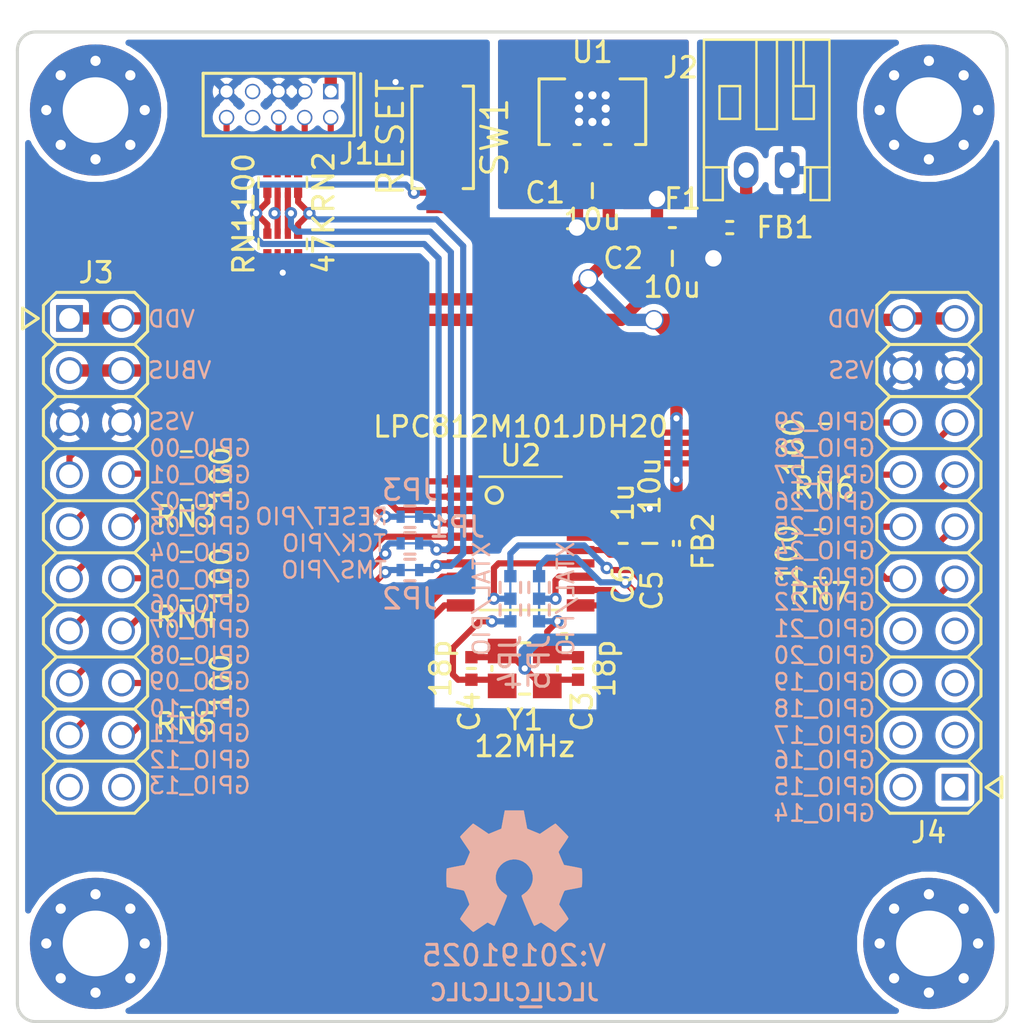
<source format=kicad_pcb>
(kicad_pcb (version 20171130) (host pcbnew 5.1.4-e60b266~84~ubuntu18.04.1)

  (general
    (thickness 1.6)
    (drawings 8)
    (tracks 352)
    (zones 0)
    (modules 36)
    (nets 57)
  )

  (page A4)
  (layers
    (0 F.Cu signal)
    (31 B.Cu signal)
    (32 B.Adhes user)
    (33 F.Adhes user)
    (34 B.Paste user)
    (35 F.Paste user)
    (36 B.SilkS user)
    (37 F.SilkS user)
    (38 B.Mask user)
    (39 F.Mask user)
    (40 Dwgs.User user)
    (41 Cmts.User user)
    (42 Eco1.User user)
    (43 Eco2.User user)
    (44 Edge.Cuts user)
    (45 Margin user)
    (46 B.CrtYd user)
    (47 F.CrtYd user)
    (48 B.Fab user)
    (49 F.Fab user)
  )

  (setup
    (last_trace_width 0.127)
    (user_trace_width 0.15)
    (user_trace_width 0.2)
    (user_trace_width 0.3)
    (user_trace_width 0.4)
    (user_trace_width 0.6)
    (user_trace_width 1)
    (user_trace_width 1.5)
    (user_trace_width 2)
    (trace_clearance 0.127)
    (zone_clearance 0.3)
    (zone_45_only no)
    (trace_min 0.127)
    (via_size 0.6)
    (via_drill 0.3)
    (via_min_size 0.6)
    (via_min_drill 0.3)
    (user_via 0.6 0.3)
    (user_via 0.65 0.4)
    (user_via 0.75 0.6)
    (user_via 0.95 0.8)
    (user_via 1.3 1)
    (user_via 1.5 1.2)
    (user_via 1.7 1.4)
    (user_via 1.9 1.6)
    (uvia_size 0.6)
    (uvia_drill 0.3)
    (uvias_allowed no)
    (uvia_min_size 0.381)
    (uvia_min_drill 0.254)
    (edge_width 0.15)
    (segment_width 0.2)
    (pcb_text_width 0.3)
    (pcb_text_size 1.5 1.5)
    (mod_edge_width 0.15)
    (mod_text_size 1 1)
    (mod_text_width 0.15)
    (pad_size 0.7 1.8)
    (pad_drill 0)
    (pad_to_mask_clearance 0.1)
    (aux_axis_origin 0 0)
    (visible_elements FFFFFFFF)
    (pcbplotparams
      (layerselection 0x010fc_ffffffff)
      (usegerberextensions false)
      (usegerberattributes false)
      (usegerberadvancedattributes false)
      (creategerberjobfile false)
      (excludeedgelayer false)
      (linewidth 0.150000)
      (plotframeref false)
      (viasonmask false)
      (mode 1)
      (useauxorigin false)
      (hpglpennumber 1)
      (hpglpenspeed 20)
      (hpglpendiameter 15.000000)
      (psnegative false)
      (psa4output false)
      (plotreference true)
      (plotvalue true)
      (plotinvisibletext false)
      (padsonsilk false)
      (subtractmaskfromsilk false)
      (outputformat 1)
      (mirror false)
      (drillshape 0)
      (scaleselection 1)
      (outputdirectory "nuclone_LPC812M101JDH_plots/"))
  )

  (net 0 "")
  (net 1 /VBUS)
  (net 2 "Net-(F1-Pad2)")
  (net 3 "Net-(FB1-Pad2)")
  (net 4 /VDD)
  (net 5 VSS)
  (net 6 /XTAL_IN)
  (net 7 /XTAL_OUT)
  (net 8 "Net-(C5-Pad1)")
  (net 9 "Net-(J1-Pad10)")
  (net 10 "Net-(J1-Pad6)")
  (net 11 "Net-(J1-Pad4)")
  (net 12 "Net-(J1-Pad2)")
  (net 13 /PIO0_11_OUT)
  (net 14 /PIO0_2_OUT)
  (net 15 /PIO0_3_OUT)
  (net 16 /PIO0_4_OUT)
  (net 17 /PIO0_5_OUT)
  (net 18 /PIO0_12_OUT)
  (net 19 /PIO0_13_OUT)
  (net 20 /PIO0_17_OUT)
  (net 21 /PIO0_3_MCU)
  (net 22 /PIO0_3)
  (net 23 /PIO0_2_MCU)
  (net 24 /PIO0_2)
  (net 25 /PIO0_5_MCU)
  (net 26 /PIO0_5)
  (net 27 /PIO0_8_MCU)
  (net 28 /PIO0_9_MCU)
  (net 29 /SWO_TDO)
  (net 30 /PIO0_13_MCU)
  (net 31 /PIO0_12_MCU)
  (net 32 /PIO0_17_MCU)
  (net 33 /PIO0_11_MCU)
  (net 34 /PIO0_4_MCU)
  (net 35 /PIO0_16_MCU)
  (net 36 /PIO0_10_MCU)
  (net 37 /GPIO_11)
  (net 38 /GPIO_10)
  (net 39 /PIO0_16_OUT)
  (net 40 /PIO0_10_OUT)
  (net 41 /PIO0_14_OUT)
  (net 42 /PIO0_0_OUT)
  (net 43 /PIO0_6_OUT)
  (net 44 /PIO0_7_OUT)
  (net 45 /PIO0_8_OUT)
  (net 46 /PIO0_9_OUT)
  (net 47 /PIO0_1_OUT)
  (net 48 /PIO0_15_OUT)
  (net 49 /PIO0_8)
  (net 50 /PIO0_9)
  (net 51 /PIO0_14_MCU)
  (net 52 /PIO0_6_MCU)
  (net 53 /PIO0_0_MCU)
  (net 54 /PIO0_7_MCU)
  (net 55 /PIO0_1_MCU)
  (net 56 /PIO0_15_MCU)

  (net_class Default "This is the default net class."
    (clearance 0.127)
    (trace_width 0.127)
    (via_dia 0.6)
    (via_drill 0.3)
    (uvia_dia 0.6)
    (uvia_drill 0.3)
    (add_net /GPIO_10)
    (add_net /GPIO_11)
    (add_net /PIO0_0_MCU)
    (add_net /PIO0_0_OUT)
    (add_net /PIO0_10_MCU)
    (add_net /PIO0_10_OUT)
    (add_net /PIO0_11_MCU)
    (add_net /PIO0_11_OUT)
    (add_net /PIO0_12_MCU)
    (add_net /PIO0_12_OUT)
    (add_net /PIO0_13_MCU)
    (add_net /PIO0_13_OUT)
    (add_net /PIO0_14_MCU)
    (add_net /PIO0_14_OUT)
    (add_net /PIO0_15_MCU)
    (add_net /PIO0_15_OUT)
    (add_net /PIO0_16_MCU)
    (add_net /PIO0_16_OUT)
    (add_net /PIO0_17_MCU)
    (add_net /PIO0_17_OUT)
    (add_net /PIO0_1_MCU)
    (add_net /PIO0_1_OUT)
    (add_net /PIO0_2)
    (add_net /PIO0_2_MCU)
    (add_net /PIO0_2_OUT)
    (add_net /PIO0_3)
    (add_net /PIO0_3_MCU)
    (add_net /PIO0_3_OUT)
    (add_net /PIO0_4_MCU)
    (add_net /PIO0_4_OUT)
    (add_net /PIO0_5)
    (add_net /PIO0_5_MCU)
    (add_net /PIO0_5_OUT)
    (add_net /PIO0_6_MCU)
    (add_net /PIO0_6_OUT)
    (add_net /PIO0_7_MCU)
    (add_net /PIO0_7_OUT)
    (add_net /PIO0_8)
    (add_net /PIO0_8_MCU)
    (add_net /PIO0_8_OUT)
    (add_net /PIO0_9)
    (add_net /PIO0_9_MCU)
    (add_net /PIO0_9_OUT)
    (add_net /SWO_TDO)
    (add_net /VBUS)
    (add_net /VDD)
    (add_net /XTAL_IN)
    (add_net /XTAL_OUT)
    (add_net "Net-(C5-Pad1)")
    (add_net "Net-(F1-Pad2)")
    (add_net "Net-(FB1-Pad2)")
    (add_net "Net-(J1-Pad10)")
    (add_net "Net-(J1-Pad2)")
    (add_net "Net-(J1-Pad4)")
    (add_net "Net-(J1-Pad6)")
    (add_net VSS)
  )

  (net_class Power ""
    (clearance 0.127)
    (trace_width 0.6)
    (via_dia 1.1)
    (via_drill 0.8)
    (uvia_dia 0.6)
    (uvia_drill 0.3)
  )

  (net_class Signal ""
    (clearance 0.127)
    (trace_width 0.3)
    (via_dia 0.6)
    (via_drill 0.3)
    (uvia_dia 0.6)
    (uvia_drill 0.3)
  )

  (module SquantorRcl:L_0402 (layer F.Cu) (tedit 5D554A2D) (tstamp 5DB2DA24)
    (at 93.1 85.9 90)
    (descr "Inductor SMD 0402")
    (tags "Inductor 0402")
    (path /5BD2CE7B)
    (attr smd)
    (fp_text reference FB2 (at 0.1 1.3 90) (layer F.SilkS)
      (effects (font (size 1 1) (thickness 0.15)))
    )
    (fp_text value FB (at 0 1.3 90) (layer F.Fab)
      (effects (font (size 1 1) (thickness 0.15)))
    )
    (fp_line (start -0.1 0.15) (end 0.1 0.15) (layer F.SilkS) (width 0.15))
    (fp_line (start -0.1 -0.15) (end 0.1 -0.15) (layer F.SilkS) (width 0.15))
    (fp_line (start 1.1 -0.55) (end 1.1 0.55) (layer F.CrtYd) (width 0.05))
    (fp_line (start -1.1 -0.55) (end -1.1 0.55) (layer F.CrtYd) (width 0.05))
    (fp_line (start -1.1 0.55) (end 1.1 0.55) (layer F.CrtYd) (width 0.05))
    (fp_line (start -1.1 -0.55) (end 1.1 -0.55) (layer F.CrtYd) (width 0.05))
    (fp_line (start -0.5 -0.25) (end 0.5 -0.25) (layer F.Fab) (width 0.1))
    (fp_line (start 0.5 -0.25) (end 0.5 0.25) (layer F.Fab) (width 0.1))
    (fp_line (start 0.5 0.25) (end -0.5 0.25) (layer F.Fab) (width 0.1))
    (fp_line (start -0.5 0.25) (end -0.5 -0.25) (layer F.Fab) (width 0.1))
    (pad 2 smd rect (at 0.55 0 90) (size 0.6 0.6) (layers F.Cu F.Paste F.Mask)
      (net 4 /VDD))
    (pad 1 smd rect (at -0.55 0 90) (size 0.6 0.6) (layers F.Cu F.Paste F.Mask)
      (net 8 "Net-(C5-Pad1)"))
    (model ${KISYS3DMOD}/Inductor_SMD.3dshapes/L_0402_1005Metric.step
      (at (xyz 0 0 0))
      (scale (xyz 1 1 1))
      (rotate (xyz 0 0 0))
    )
  )

  (module SquantorSwitches:DTSM3 (layer F.Cu) (tedit 58D18C98) (tstamp 5DB387D9)
    (at 81.7 66.1 270)
    (path /5DC2B74B)
    (attr smd)
    (fp_text reference SW1 (at 0 -2.54 90) (layer F.SilkS)
      (effects (font (size 1.27 1.27) (thickness 0.15)))
    )
    (fp_text value RESET (at 0 2.54 90) (layer F.SilkS)
      (effects (font (size 1.27 1.27) (thickness 0.15)))
    )
    (fp_line (start 2.49936 -1.4986) (end -2.49936 -1.4986) (layer F.SilkS) (width 0.15))
    (fp_line (start 2.49936 -0.99822) (end 2.49936 -1.4986) (layer F.SilkS) (width 0.15))
    (fp_line (start 2.49936 1.4986) (end 2.49936 0.99822) (layer F.SilkS) (width 0.15))
    (fp_line (start -2.49936 1.4986) (end 2.49936 1.4986) (layer F.SilkS) (width 0.15))
    (fp_line (start -2.49936 0.99822) (end -2.49936 1.4986) (layer F.SilkS) (width 0.15))
    (fp_line (start -2.49936 -1.4986) (end -2.49936 -0.99822) (layer F.SilkS) (width 0.15))
    (pad 2 smd rect (at 2.69748 0 270) (size 1.99898 1.59766) (layers F.Cu F.Paste F.Mask)
      (net 25 /PIO0_5_MCU))
    (pad 1 smd rect (at -2.69748 0 270) (size 1.99898 1.59766) (layers F.Cu F.Paste F.Mask)
      (net 5 VSS))
  )

  (module Resistor_SMD:R_Array_Convex_4x0402 (layer F.Cu) (tedit 58E0A8A8) (tstamp 5DB38A2D)
    (at 100.1 86.4)
    (descr "Chip Resistor Network, ROHM MNR04 (see mnr_g.pdf)")
    (tags "resistor array")
    (path /5DB49BFB)
    (attr smd)
    (fp_text reference RN7 (at 0 1.95) (layer F.SilkS)
      (effects (font (size 1 1) (thickness 0.15)))
    )
    (fp_text value 100 (at -1.6 0 270) (layer F.SilkS)
      (effects (font (size 1 1) (thickness 0.15)))
    )
    (fp_line (start 1 1.25) (end -1 1.25) (layer F.CrtYd) (width 0.05))
    (fp_line (start 1 1.25) (end 1 -1.25) (layer F.CrtYd) (width 0.05))
    (fp_line (start -1 -1.25) (end -1 1.25) (layer F.CrtYd) (width 0.05))
    (fp_line (start -1 -1.25) (end 1 -1.25) (layer F.CrtYd) (width 0.05))
    (fp_line (start 0.25 1.18) (end -0.25 1.18) (layer F.SilkS) (width 0.12))
    (fp_line (start 0.25 -1.18) (end -0.25 -1.18) (layer F.SilkS) (width 0.12))
    (fp_line (start -0.5 1) (end -0.5 -1) (layer F.Fab) (width 0.1))
    (fp_line (start 0.5 1) (end -0.5 1) (layer F.Fab) (width 0.1))
    (fp_line (start 0.5 -1) (end 0.5 1) (layer F.Fab) (width 0.1))
    (fp_line (start -0.5 -1) (end 0.5 -1) (layer F.Fab) (width 0.1))
    (fp_text user %R (at 0 0 90) (layer F.Fab)
      (effects (font (size 0.5 0.5) (thickness 0.075)))
    )
    (pad 5 smd rect (at 0.5 0.75) (size 0.5 0.4) (layers F.Cu F.Paste F.Mask)
      (net 48 /PIO0_15_OUT))
    (pad 6 smd rect (at 0.5 0.25) (size 0.5 0.3) (layers F.Cu F.Paste F.Mask)
      (net 47 /PIO0_1_OUT))
    (pad 8 smd rect (at 0.5 -0.75) (size 0.5 0.4) (layers F.Cu F.Paste F.Mask)
      (net 45 /PIO0_8_OUT))
    (pad 7 smd rect (at 0.5 -0.25) (size 0.5 0.3) (layers F.Cu F.Paste F.Mask)
      (net 46 /PIO0_9_OUT))
    (pad 4 smd rect (at -0.5 0.75) (size 0.5 0.4) (layers F.Cu F.Paste F.Mask)
      (net 56 /PIO0_15_MCU))
    (pad 2 smd rect (at -0.5 -0.25) (size 0.5 0.3) (layers F.Cu F.Paste F.Mask)
      (net 50 /PIO0_9))
    (pad 3 smd rect (at -0.5 0.25) (size 0.5 0.3) (layers F.Cu F.Paste F.Mask)
      (net 55 /PIO0_1_MCU))
    (pad 1 smd rect (at -0.5 -0.75) (size 0.5 0.4) (layers F.Cu F.Paste F.Mask)
      (net 49 /PIO0_8))
    (model ${KISYS3DMOD}/Resistor_SMD.3dshapes/R_Array_Convex_4x0402.wrl
      (at (xyz 0 0 0))
      (scale (xyz 1 1 1))
      (rotate (xyz 0 0 0))
    )
  )

  (module Resistor_SMD:R_Array_Convex_4x0402 (layer F.Cu) (tedit 58E0A8A8) (tstamp 5DB30B9D)
    (at 100.3 81.25)
    (descr "Chip Resistor Network, ROHM MNR04 (see mnr_g.pdf)")
    (tags "resistor array")
    (path /5DB41563)
    (attr smd)
    (fp_text reference RN6 (at 0 1.95) (layer F.SilkS)
      (effects (font (size 1 1) (thickness 0.15)))
    )
    (fp_text value 100 (at -1.5 -0.05 90) (layer F.SilkS)
      (effects (font (size 1 1) (thickness 0.15)))
    )
    (fp_line (start 1 1.25) (end -1 1.25) (layer F.CrtYd) (width 0.05))
    (fp_line (start 1 1.25) (end 1 -1.25) (layer F.CrtYd) (width 0.05))
    (fp_line (start -1 -1.25) (end -1 1.25) (layer F.CrtYd) (width 0.05))
    (fp_line (start -1 -1.25) (end 1 -1.25) (layer F.CrtYd) (width 0.05))
    (fp_line (start 0.25 1.18) (end -0.25 1.18) (layer F.SilkS) (width 0.12))
    (fp_line (start 0.25 -1.18) (end -0.25 -1.18) (layer F.SilkS) (width 0.12))
    (fp_line (start -0.5 1) (end -0.5 -1) (layer F.Fab) (width 0.1))
    (fp_line (start 0.5 1) (end -0.5 1) (layer F.Fab) (width 0.1))
    (fp_line (start 0.5 -1) (end 0.5 1) (layer F.Fab) (width 0.1))
    (fp_line (start -0.5 -1) (end 0.5 -1) (layer F.Fab) (width 0.1))
    (fp_text user %R (at 0 0 90) (layer F.Fab)
      (effects (font (size 0.5 0.5) (thickness 0.075)))
    )
    (pad 5 smd rect (at 0.5 0.75) (size 0.5 0.4) (layers F.Cu F.Paste F.Mask)
      (net 44 /PIO0_7_OUT))
    (pad 6 smd rect (at 0.5 0.25) (size 0.5 0.3) (layers F.Cu F.Paste F.Mask)
      (net 43 /PIO0_6_OUT))
    (pad 8 smd rect (at 0.5 -0.75) (size 0.5 0.4) (layers F.Cu F.Paste F.Mask)
      (net 41 /PIO0_14_OUT))
    (pad 7 smd rect (at 0.5 -0.25) (size 0.5 0.3) (layers F.Cu F.Paste F.Mask)
      (net 42 /PIO0_0_OUT))
    (pad 4 smd rect (at -0.5 0.75) (size 0.5 0.4) (layers F.Cu F.Paste F.Mask)
      (net 54 /PIO0_7_MCU))
    (pad 2 smd rect (at -0.5 -0.25) (size 0.5 0.3) (layers F.Cu F.Paste F.Mask)
      (net 53 /PIO0_0_MCU))
    (pad 3 smd rect (at -0.5 0.25) (size 0.5 0.3) (layers F.Cu F.Paste F.Mask)
      (net 52 /PIO0_6_MCU))
    (pad 1 smd rect (at -0.5 -0.75) (size 0.5 0.4) (layers F.Cu F.Paste F.Mask)
      (net 51 /PIO0_14_MCU))
    (model ${KISYS3DMOD}/Resistor_SMD.3dshapes/R_Array_Convex_4x0402.wrl
      (at (xyz 0 0 0))
      (scale (xyz 1 1 1))
      (rotate (xyz 0 0 0))
    )
  )

  (module Resistor_SMD:R_Array_Convex_4x0402 (layer F.Cu) (tedit 58E0A8A8) (tstamp 5DB43D26)
    (at 69.2 92.7 180)
    (descr "Chip Resistor Network, ROHM MNR04 (see mnr_g.pdf)")
    (tags "resistor array")
    (path /5DE31D3C)
    (attr smd)
    (fp_text reference RN5 (at 0 -2) (layer F.SilkS)
      (effects (font (size 1 1) (thickness 0.15)))
    )
    (fp_text value 100 (at -1.7 0 90) (layer F.SilkS)
      (effects (font (size 1 1) (thickness 0.15)))
    )
    (fp_line (start 1 1.25) (end -1 1.25) (layer F.CrtYd) (width 0.05))
    (fp_line (start 1 1.25) (end 1 -1.25) (layer F.CrtYd) (width 0.05))
    (fp_line (start -1 -1.25) (end -1 1.25) (layer F.CrtYd) (width 0.05))
    (fp_line (start -1 -1.25) (end 1 -1.25) (layer F.CrtYd) (width 0.05))
    (fp_line (start 0.25 1.18) (end -0.25 1.18) (layer F.SilkS) (width 0.12))
    (fp_line (start 0.25 -1.18) (end -0.25 -1.18) (layer F.SilkS) (width 0.12))
    (fp_line (start -0.5 1) (end -0.5 -1) (layer F.Fab) (width 0.1))
    (fp_line (start 0.5 1) (end -0.5 1) (layer F.Fab) (width 0.1))
    (fp_line (start 0.5 -1) (end 0.5 1) (layer F.Fab) (width 0.1))
    (fp_line (start -0.5 -1) (end 0.5 -1) (layer F.Fab) (width 0.1))
    (fp_text user %R (at 0 0 90) (layer F.Fab)
      (effects (font (size 0.5 0.5) (thickness 0.075)))
    )
    (pad 5 smd rect (at 0.5 0.75 180) (size 0.5 0.4) (layers F.Cu F.Paste F.Mask)
      (net 40 /PIO0_10_OUT))
    (pad 6 smd rect (at 0.5 0.25 180) (size 0.5 0.3) (layers F.Cu F.Paste F.Mask)
      (net 39 /PIO0_16_OUT))
    (pad 8 smd rect (at 0.5 -0.75 180) (size 0.5 0.4) (layers F.Cu F.Paste F.Mask)
      (net 37 /GPIO_11))
    (pad 7 smd rect (at 0.5 -0.25 180) (size 0.5 0.3) (layers F.Cu F.Paste F.Mask)
      (net 38 /GPIO_10))
    (pad 4 smd rect (at -0.5 0.75 180) (size 0.5 0.4) (layers F.Cu F.Paste F.Mask)
      (net 36 /PIO0_10_MCU))
    (pad 2 smd rect (at -0.5 -0.25 180) (size 0.5 0.3) (layers F.Cu F.Paste F.Mask))
    (pad 3 smd rect (at -0.5 0.25 180) (size 0.5 0.3) (layers F.Cu F.Paste F.Mask)
      (net 35 /PIO0_16_MCU))
    (pad 1 smd rect (at -0.5 -0.75 180) (size 0.5 0.4) (layers F.Cu F.Paste F.Mask))
    (model ${KISYS3DMOD}/Resistor_SMD.3dshapes/R_Array_Convex_4x0402.wrl
      (at (xyz 0 0 0))
      (scale (xyz 1 1 1))
      (rotate (xyz 0 0 0))
    )
  )

  (module Resistor_SMD:R_Array_Convex_4x0402 (layer F.Cu) (tedit 58E0A8A8) (tstamp 5DB3F826)
    (at 69.2 87.5 180)
    (descr "Chip Resistor Network, ROHM MNR04 (see mnr_g.pdf)")
    (tags "resistor array")
    (path /5DD0E88A)
    (attr smd)
    (fp_text reference RN4 (at 0 -2) (layer F.SilkS)
      (effects (font (size 1 1) (thickness 0.15)))
    )
    (fp_text value 100 (at -1.7 0 90) (layer F.SilkS)
      (effects (font (size 1 1) (thickness 0.15)))
    )
    (fp_line (start 1 1.25) (end -1 1.25) (layer F.CrtYd) (width 0.05))
    (fp_line (start 1 1.25) (end 1 -1.25) (layer F.CrtYd) (width 0.05))
    (fp_line (start -1 -1.25) (end -1 1.25) (layer F.CrtYd) (width 0.05))
    (fp_line (start -1 -1.25) (end 1 -1.25) (layer F.CrtYd) (width 0.05))
    (fp_line (start 0.25 1.18) (end -0.25 1.18) (layer F.SilkS) (width 0.12))
    (fp_line (start 0.25 -1.18) (end -0.25 -1.18) (layer F.SilkS) (width 0.12))
    (fp_line (start -0.5 1) (end -0.5 -1) (layer F.Fab) (width 0.1))
    (fp_line (start 0.5 1) (end -0.5 1) (layer F.Fab) (width 0.1))
    (fp_line (start 0.5 -1) (end 0.5 1) (layer F.Fab) (width 0.1))
    (fp_line (start -0.5 -1) (end 0.5 -1) (layer F.Fab) (width 0.1))
    (fp_text user %R (at 0 0 90) (layer F.Fab)
      (effects (font (size 0.5 0.5) (thickness 0.075)))
    )
    (pad 5 smd rect (at 0.5 0.75 180) (size 0.5 0.4) (layers F.Cu F.Paste F.Mask)
      (net 16 /PIO0_4_OUT))
    (pad 6 smd rect (at 0.5 0.25 180) (size 0.5 0.3) (layers F.Cu F.Paste F.Mask)
      (net 15 /PIO0_3_OUT))
    (pad 8 smd rect (at 0.5 -0.75 180) (size 0.5 0.4) (layers F.Cu F.Paste F.Mask)
      (net 13 /PIO0_11_OUT))
    (pad 7 smd rect (at 0.5 -0.25 180) (size 0.5 0.3) (layers F.Cu F.Paste F.Mask)
      (net 14 /PIO0_2_OUT))
    (pad 4 smd rect (at -0.5 0.75 180) (size 0.5 0.4) (layers F.Cu F.Paste F.Mask)
      (net 34 /PIO0_4_MCU))
    (pad 2 smd rect (at -0.5 -0.25 180) (size 0.5 0.3) (layers F.Cu F.Paste F.Mask)
      (net 24 /PIO0_2))
    (pad 3 smd rect (at -0.5 0.25 180) (size 0.5 0.3) (layers F.Cu F.Paste F.Mask)
      (net 22 /PIO0_3))
    (pad 1 smd rect (at -0.5 -0.75 180) (size 0.5 0.4) (layers F.Cu F.Paste F.Mask)
      (net 33 /PIO0_11_MCU))
    (model ${KISYS3DMOD}/Resistor_SMD.3dshapes/R_Array_Convex_4x0402.wrl
      (at (xyz 0 0 0))
      (scale (xyz 1 1 1))
      (rotate (xyz 0 0 0))
    )
  )

  (module Resistor_SMD:R_Array_Convex_4x0402 (layer F.Cu) (tedit 58E0A8A8) (tstamp 5DB3F80F)
    (at 69.2 82.6 180)
    (descr "Chip Resistor Network, ROHM MNR04 (see mnr_g.pdf)")
    (tags "resistor array")
    (path /5DC5FBD5)
    (attr smd)
    (fp_text reference RN3 (at 0 -2) (layer F.SilkS)
      (effects (font (size 1 1) (thickness 0.15)))
    )
    (fp_text value 100 (at -1.7 0 90) (layer F.SilkS)
      (effects (font (size 1 1) (thickness 0.15)))
    )
    (fp_line (start 1 1.25) (end -1 1.25) (layer F.CrtYd) (width 0.05))
    (fp_line (start 1 1.25) (end 1 -1.25) (layer F.CrtYd) (width 0.05))
    (fp_line (start -1 -1.25) (end -1 1.25) (layer F.CrtYd) (width 0.05))
    (fp_line (start -1 -1.25) (end 1 -1.25) (layer F.CrtYd) (width 0.05))
    (fp_line (start 0.25 1.18) (end -0.25 1.18) (layer F.SilkS) (width 0.12))
    (fp_line (start 0.25 -1.18) (end -0.25 -1.18) (layer F.SilkS) (width 0.12))
    (fp_line (start -0.5 1) (end -0.5 -1) (layer F.Fab) (width 0.1))
    (fp_line (start 0.5 1) (end -0.5 1) (layer F.Fab) (width 0.1))
    (fp_line (start 0.5 -1) (end 0.5 1) (layer F.Fab) (width 0.1))
    (fp_line (start -0.5 -1) (end 0.5 -1) (layer F.Fab) (width 0.1))
    (fp_text user %R (at 0 0 90) (layer F.Fab)
      (effects (font (size 0.5 0.5) (thickness 0.075)))
    )
    (pad 5 smd rect (at 0.5 0.75 180) (size 0.5 0.4) (layers F.Cu F.Paste F.Mask)
      (net 20 /PIO0_17_OUT))
    (pad 6 smd rect (at 0.5 0.25 180) (size 0.5 0.3) (layers F.Cu F.Paste F.Mask)
      (net 19 /PIO0_13_OUT))
    (pad 8 smd rect (at 0.5 -0.75 180) (size 0.5 0.4) (layers F.Cu F.Paste F.Mask)
      (net 17 /PIO0_5_OUT))
    (pad 7 smd rect (at 0.5 -0.25 180) (size 0.5 0.3) (layers F.Cu F.Paste F.Mask)
      (net 18 /PIO0_12_OUT))
    (pad 4 smd rect (at -0.5 0.75 180) (size 0.5 0.4) (layers F.Cu F.Paste F.Mask)
      (net 32 /PIO0_17_MCU))
    (pad 2 smd rect (at -0.5 -0.25 180) (size 0.5 0.3) (layers F.Cu F.Paste F.Mask)
      (net 31 /PIO0_12_MCU))
    (pad 3 smd rect (at -0.5 0.25 180) (size 0.5 0.3) (layers F.Cu F.Paste F.Mask)
      (net 30 /PIO0_13_MCU))
    (pad 1 smd rect (at -0.5 -0.75 180) (size 0.5 0.4) (layers F.Cu F.Paste F.Mask)
      (net 26 /PIO0_5))
    (model ${KISYS3DMOD}/Resistor_SMD.3dshapes/R_Array_Convex_4x0402.wrl
      (at (xyz 0 0 0))
      (scale (xyz 1 1 1))
      (rotate (xyz 0 0 0))
    )
  )

  (module Resistor_SMD:R_Array_Convex_4x0402 (layer F.Cu) (tedit 58E0A8A8) (tstamp 5DB408A6)
    (at 73.9 68.3 270)
    (descr "Chip Resistor Network, ROHM MNR04 (see mnr_g.pdf)")
    (tags "resistor array")
    (path /5DBD503E)
    (attr smd)
    (fp_text reference RN2 (at 0 -2 90) (layer F.SilkS)
      (effects (font (size 1 1) (thickness 0.15)))
    )
    (fp_text value 100 (at 0 1.9 90) (layer F.SilkS)
      (effects (font (size 1 1) (thickness 0.15)))
    )
    (fp_line (start 1 1.25) (end -1 1.25) (layer F.CrtYd) (width 0.05))
    (fp_line (start 1 1.25) (end 1 -1.25) (layer F.CrtYd) (width 0.05))
    (fp_line (start -1 -1.25) (end -1 1.25) (layer F.CrtYd) (width 0.05))
    (fp_line (start -1 -1.25) (end 1 -1.25) (layer F.CrtYd) (width 0.05))
    (fp_line (start 0.25 1.18) (end -0.25 1.18) (layer F.SilkS) (width 0.12))
    (fp_line (start 0.25 -1.18) (end -0.25 -1.18) (layer F.SilkS) (width 0.12))
    (fp_line (start -0.5 1) (end -0.5 -1) (layer F.Fab) (width 0.1))
    (fp_line (start 0.5 1) (end -0.5 1) (layer F.Fab) (width 0.1))
    (fp_line (start 0.5 -1) (end 0.5 1) (layer F.Fab) (width 0.1))
    (fp_line (start -0.5 -1) (end 0.5 -1) (layer F.Fab) (width 0.1))
    (fp_text user %R (at 0 0) (layer F.Fab)
      (effects (font (size 0.5 0.5) (thickness 0.075)))
    )
    (pad 5 smd rect (at 0.5 0.75 270) (size 0.5 0.4) (layers F.Cu F.Paste F.Mask)
      (net 25 /PIO0_5_MCU))
    (pad 6 smd rect (at 0.5 0.25 270) (size 0.5 0.3) (layers F.Cu F.Paste F.Mask)
      (net 29 /SWO_TDO))
    (pad 8 smd rect (at 0.5 -0.75 270) (size 0.5 0.4) (layers F.Cu F.Paste F.Mask)
      (net 23 /PIO0_2_MCU))
    (pad 7 smd rect (at 0.5 -0.25 270) (size 0.5 0.3) (layers F.Cu F.Paste F.Mask)
      (net 21 /PIO0_3_MCU))
    (pad 4 smd rect (at -0.5 0.75 270) (size 0.5 0.4) (layers F.Cu F.Paste F.Mask)
      (net 9 "Net-(J1-Pad10)"))
    (pad 2 smd rect (at -0.5 -0.25 270) (size 0.5 0.3) (layers F.Cu F.Paste F.Mask)
      (net 11 "Net-(J1-Pad4)"))
    (pad 3 smd rect (at -0.5 0.25 270) (size 0.5 0.3) (layers F.Cu F.Paste F.Mask)
      (net 10 "Net-(J1-Pad6)"))
    (pad 1 smd rect (at -0.5 -0.75 270) (size 0.5 0.4) (layers F.Cu F.Paste F.Mask)
      (net 12 "Net-(J1-Pad2)"))
    (model ${KISYS3DMOD}/Resistor_SMD.3dshapes/R_Array_Convex_4x0402.wrl
      (at (xyz 0 0 0))
      (scale (xyz 1 1 1))
      (rotate (xyz 0 0 0))
    )
  )

  (module Resistor_SMD:R_Array_Convex_4x0402 (layer F.Cu) (tedit 58E0A8A8) (tstamp 5DB3F7E1)
    (at 73.9 71.3 90)
    (descr "Chip Resistor Network, ROHM MNR04 (see mnr_g.pdf)")
    (tags "resistor array")
    (path /5DBF1A39)
    (attr smd)
    (fp_text reference RN1 (at 0 -1.9 90) (layer F.SilkS)
      (effects (font (size 1 1) (thickness 0.15)))
    )
    (fp_text value 47K (at 0 2 90) (layer F.SilkS)
      (effects (font (size 1 1) (thickness 0.15)))
    )
    (fp_line (start 1 1.25) (end -1 1.25) (layer F.CrtYd) (width 0.05))
    (fp_line (start 1 1.25) (end 1 -1.25) (layer F.CrtYd) (width 0.05))
    (fp_line (start -1 -1.25) (end -1 1.25) (layer F.CrtYd) (width 0.05))
    (fp_line (start -1 -1.25) (end 1 -1.25) (layer F.CrtYd) (width 0.05))
    (fp_line (start 0.25 1.18) (end -0.25 1.18) (layer F.SilkS) (width 0.12))
    (fp_line (start 0.25 -1.18) (end -0.25 -1.18) (layer F.SilkS) (width 0.12))
    (fp_line (start -0.5 1) (end -0.5 -1) (layer F.Fab) (width 0.1))
    (fp_line (start 0.5 1) (end -0.5 1) (layer F.Fab) (width 0.1))
    (fp_line (start 0.5 -1) (end 0.5 1) (layer F.Fab) (width 0.1))
    (fp_line (start -0.5 -1) (end 0.5 -1) (layer F.Fab) (width 0.1))
    (fp_text user %R (at 0 0) (layer F.Fab)
      (effects (font (size 0.5 0.5) (thickness 0.075)))
    )
    (pad 5 smd rect (at 0.5 0.75 90) (size 0.5 0.4) (layers F.Cu F.Paste F.Mask)
      (net 23 /PIO0_2_MCU))
    (pad 6 smd rect (at 0.5 0.25 90) (size 0.5 0.3) (layers F.Cu F.Paste F.Mask)
      (net 21 /PIO0_3_MCU))
    (pad 8 smd rect (at 0.5 -0.75 90) (size 0.5 0.4) (layers F.Cu F.Paste F.Mask)
      (net 25 /PIO0_5_MCU))
    (pad 7 smd rect (at 0.5 -0.25 90) (size 0.5 0.3) (layers F.Cu F.Paste F.Mask)
      (net 29 /SWO_TDO))
    (pad 4 smd rect (at -0.5 0.75 90) (size 0.5 0.4) (layers F.Cu F.Paste F.Mask)
      (net 4 /VDD))
    (pad 2 smd rect (at -0.5 -0.25 90) (size 0.5 0.3) (layers F.Cu F.Paste F.Mask)
      (net 5 VSS))
    (pad 3 smd rect (at -0.5 0.25 90) (size 0.5 0.3) (layers F.Cu F.Paste F.Mask)
      (net 5 VSS))
    (pad 1 smd rect (at -0.5 -0.75 90) (size 0.5 0.4) (layers F.Cu F.Paste F.Mask)
      (net 4 /VDD))
    (model ${KISYS3DMOD}/Resistor_SMD.3dshapes/R_Array_Convex_4x0402.wrl
      (at (xyz 0 0 0))
      (scale (xyz 1 1 1))
      (rotate (xyz 0 0 0))
    )
  )

  (module SquantorSpecial:solder_jumper_3way_123conn (layer B.Cu) (tedit 5D84B7F8) (tstamp 5DB3F7B2)
    (at 86.4 88.6 270)
    (descr "Solder Jumper 3way 0402 resistor format, pin 1,2,3 connected")
    (tags "SolderJumper 3way 0402")
    (path /5DB9F39C)
    (attr smd)
    (fp_text reference JP5 (at 3.1 0 90) (layer B.SilkS)
      (effects (font (size 1 1) (thickness 0.15)) (justify mirror))
    )
    (fp_text value XTAL/PIO (at 0 -1.3 90) (layer B.SilkS)
      (effects (font (size 0.8 0.8) (thickness 0.12)) (justify mirror))
    )
    (fp_poly (pts (xy -0.8 0.05) (xy -0.3 0.05) (xy -0.3 -0.05) (xy -0.8 -0.05)) (layer B.Cu) (width 0.01))
    (fp_poly (pts (xy 0.3 0.05) (xy 0.8 0.05) (xy 0.8 -0.05) (xy 0.3 -0.05)) (layer B.Cu) (width 0.01))
    (fp_line (start 0.05 -0.25) (end 1.1 -0.25) (layer B.Fab) (width 0.1))
    (fp_line (start 1.1 0.25) (end 1.1 -0.25) (layer B.Fab) (width 0.1))
    (fp_line (start 0.05 0.25) (end 1.1 0.25) (layer B.Fab) (width 0.1))
    (fp_line (start 0.05 0.25) (end 0.05 -0.25) (layer B.Fab) (width 0.1))
    (fp_line (start 0.8 -0.5) (end 0.3 -0.5) (layer B.SilkS) (width 0.15))
    (fp_line (start 0.8 0.5) (end 0.3 0.5) (layer B.SilkS) (width 0.15))
    (fp_line (start -0.8 -0.5) (end -0.3 -0.5) (layer B.SilkS) (width 0.15))
    (fp_line (start -0.3 0.5) (end -0.8 0.5) (layer B.SilkS) (width 0.15))
    (fp_line (start 1.7 0.65) (end 1.7 -0.65) (layer B.CrtYd) (width 0.05))
    (fp_line (start -1.7 0.65) (end -1.7 -0.65) (layer B.CrtYd) (width 0.05))
    (fp_line (start -1.7 -0.65) (end 1.7 -0.65) (layer B.CrtYd) (width 0.05))
    (fp_line (start -1.7 0.65) (end 1.7 0.65) (layer B.CrtYd) (width 0.05))
    (fp_line (start -1.1 0.25) (end -0.05 0.25) (layer B.Fab) (width 0.1))
    (fp_line (start -0.05 0.25) (end -0.05 -0.25) (layer B.Fab) (width 0.1))
    (fp_line (start -0.05 -0.25) (end -1.1 -0.25) (layer B.Fab) (width 0.1))
    (fp_line (start -1.1 -0.25) (end -1.1 0.25) (layer B.Fab) (width 0.1))
    (pad 3 smd rect (at 1.1 0 270) (size 0.6 0.6) (layers B.Cu B.Mask)
      (net 6 /XTAL_IN))
    (pad 2 smd rect (at 0 0 270) (size 0.6 0.6) (layers B.Cu B.Mask)
      (net 28 /PIO0_9_MCU))
    (pad 1 smd rect (at -1.1 0 270) (size 0.6 0.6) (layers B.Cu B.Mask)
      (net 50 /PIO0_9))
    (model Resistors_SMD.3dshapes/R_0402.wrl
      (at (xyz 0 0 0))
      (scale (xyz 1 1 1))
      (rotate (xyz 0 0 0))
    )
  )

  (module SquantorSpecial:solder_jumper_3way_123conn (layer B.Cu) (tedit 5D84B7F8) (tstamp 5DB3F799)
    (at 85 88.6 270)
    (descr "Solder Jumper 3way 0402 resistor format, pin 1,2,3 connected")
    (tags "SolderJumper 3way 0402")
    (path /5DB9A1C1)
    (attr smd)
    (fp_text reference JP4 (at 3.1 0 90) (layer B.SilkS)
      (effects (font (size 1 1) (thickness 0.15)) (justify mirror))
    )
    (fp_text value XTAL/PIO (at 0 1.4 90) (layer B.SilkS)
      (effects (font (size 0.8 0.8) (thickness 0.12)) (justify mirror))
    )
    (fp_poly (pts (xy -0.8 0.05) (xy -0.3 0.05) (xy -0.3 -0.05) (xy -0.8 -0.05)) (layer B.Cu) (width 0.01))
    (fp_poly (pts (xy 0.3 0.05) (xy 0.8 0.05) (xy 0.8 -0.05) (xy 0.3 -0.05)) (layer B.Cu) (width 0.01))
    (fp_line (start 0.05 -0.25) (end 1.1 -0.25) (layer B.Fab) (width 0.1))
    (fp_line (start 1.1 0.25) (end 1.1 -0.25) (layer B.Fab) (width 0.1))
    (fp_line (start 0.05 0.25) (end 1.1 0.25) (layer B.Fab) (width 0.1))
    (fp_line (start 0.05 0.25) (end 0.05 -0.25) (layer B.Fab) (width 0.1))
    (fp_line (start 0.8 -0.5) (end 0.3 -0.5) (layer B.SilkS) (width 0.15))
    (fp_line (start 0.8 0.5) (end 0.3 0.5) (layer B.SilkS) (width 0.15))
    (fp_line (start -0.8 -0.5) (end -0.3 -0.5) (layer B.SilkS) (width 0.15))
    (fp_line (start -0.3 0.5) (end -0.8 0.5) (layer B.SilkS) (width 0.15))
    (fp_line (start 1.7 0.65) (end 1.7 -0.65) (layer B.CrtYd) (width 0.05))
    (fp_line (start -1.7 0.65) (end -1.7 -0.65) (layer B.CrtYd) (width 0.05))
    (fp_line (start -1.7 -0.65) (end 1.7 -0.65) (layer B.CrtYd) (width 0.05))
    (fp_line (start -1.7 0.65) (end 1.7 0.65) (layer B.CrtYd) (width 0.05))
    (fp_line (start -1.1 0.25) (end -0.05 0.25) (layer B.Fab) (width 0.1))
    (fp_line (start -0.05 0.25) (end -0.05 -0.25) (layer B.Fab) (width 0.1))
    (fp_line (start -0.05 -0.25) (end -1.1 -0.25) (layer B.Fab) (width 0.1))
    (fp_line (start -1.1 -0.25) (end -1.1 0.25) (layer B.Fab) (width 0.1))
    (pad 3 smd rect (at 1.1 0 270) (size 0.6 0.6) (layers B.Cu B.Mask)
      (net 7 /XTAL_OUT))
    (pad 2 smd rect (at 0 0 270) (size 0.6 0.6) (layers B.Cu B.Mask)
      (net 27 /PIO0_8_MCU))
    (pad 1 smd rect (at -1.1 0 270) (size 0.6 0.6) (layers B.Cu B.Mask)
      (net 49 /PIO0_8))
    (model Resistors_SMD.3dshapes/R_0402.wrl
      (at (xyz 0 0 0))
      (scale (xyz 1 1 1))
      (rotate (xyz 0 0 0))
    )
  )

  (module SquantorSpecial:solder_jumper_2way_conn (layer B.Cu) (tedit 5C9BE3F7) (tstamp 5DB3F780)
    (at 80.1 84.6)
    (descr "Resistor SMD 0402, reflow soldering, Vishay (see dcrcw.pdf)")
    (tags "resistor 0402")
    (path /5DBC8EA5)
    (attr smd)
    (fp_text reference JP3 (at 0 -1.3) (layer B.SilkS)
      (effects (font (size 1 1) (thickness 0.15)) (justify mirror))
    )
    (fp_text value RESET/PIO (at -4.3 0) (layer B.SilkS)
      (effects (font (size 0.8 0.8) (thickness 0.12)) (justify mirror))
    )
    (fp_poly (pts (xy -0.25 0.05) (xy 0.25 0.05) (xy 0.25 -0.05) (xy -0.25 -0.05)) (layer B.Cu) (width 0.01))
    (fp_line (start -0.25 -0.525) (end 0.25 -0.525) (layer B.SilkS) (width 0.15))
    (fp_line (start 0.25 0.525) (end -0.25 0.525) (layer B.SilkS) (width 0.15))
    (fp_line (start 0.95 0.65) (end 0.95 -0.65) (layer B.CrtYd) (width 0.05))
    (fp_line (start -0.95 0.65) (end -0.95 -0.65) (layer B.CrtYd) (width 0.05))
    (fp_line (start -0.95 -0.65) (end 0.95 -0.65) (layer B.CrtYd) (width 0.05))
    (fp_line (start -0.95 0.65) (end 0.95 0.65) (layer B.CrtYd) (width 0.05))
    (fp_line (start -0.5 0.25) (end 0.5 0.25) (layer B.Fab) (width 0.1))
    (fp_line (start 0.5 0.25) (end 0.5 -0.25) (layer B.Fab) (width 0.1))
    (fp_line (start 0.5 -0.25) (end -0.5 -0.25) (layer B.Fab) (width 0.1))
    (fp_line (start -0.5 -0.25) (end -0.5 0.25) (layer B.Fab) (width 0.1))
    (pad 2 smd rect (at 0.45 0) (size 0.4 0.6) (layers B.Cu B.Mask)
      (net 25 /PIO0_5_MCU))
    (pad 1 smd rect (at -0.45 0) (size 0.4 0.6) (layers B.Cu B.Mask)
      (net 26 /PIO0_5))
    (model Resistors_SMD.3dshapes/R_0402.wrl
      (at (xyz 0 0 0))
      (scale (xyz 1 1 1))
      (rotate (xyz 0 0 0))
    )
  )

  (module SquantorSpecial:solder_jumper_2way_conn (layer B.Cu) (tedit 5C9BE3F7) (tstamp 5DB3F76F)
    (at 80.1 87.2)
    (descr "Resistor SMD 0402, reflow soldering, Vishay (see dcrcw.pdf)")
    (tags "resistor 0402")
    (path /5DBCBA91)
    (attr smd)
    (fp_text reference JP2 (at 0 1.4 180) (layer B.SilkS)
      (effects (font (size 1 1) (thickness 0.15)) (justify mirror))
    )
    (fp_text value TMS/PIO (at -3.7 0) (layer B.SilkS)
      (effects (font (size 0.8 0.8) (thickness 0.12)) (justify mirror))
    )
    (fp_poly (pts (xy -0.25 0.05) (xy 0.25 0.05) (xy 0.25 -0.05) (xy -0.25 -0.05)) (layer B.Cu) (width 0.01))
    (fp_line (start -0.25 -0.525) (end 0.25 -0.525) (layer B.SilkS) (width 0.15))
    (fp_line (start 0.25 0.525) (end -0.25 0.525) (layer B.SilkS) (width 0.15))
    (fp_line (start 0.95 0.65) (end 0.95 -0.65) (layer B.CrtYd) (width 0.05))
    (fp_line (start -0.95 0.65) (end -0.95 -0.65) (layer B.CrtYd) (width 0.05))
    (fp_line (start -0.95 -0.65) (end 0.95 -0.65) (layer B.CrtYd) (width 0.05))
    (fp_line (start -0.95 0.65) (end 0.95 0.65) (layer B.CrtYd) (width 0.05))
    (fp_line (start -0.5 0.25) (end 0.5 0.25) (layer B.Fab) (width 0.1))
    (fp_line (start 0.5 0.25) (end 0.5 -0.25) (layer B.Fab) (width 0.1))
    (fp_line (start 0.5 -0.25) (end -0.5 -0.25) (layer B.Fab) (width 0.1))
    (fp_line (start -0.5 -0.25) (end -0.5 0.25) (layer B.Fab) (width 0.1))
    (pad 2 smd rect (at 0.45 0) (size 0.4 0.6) (layers B.Cu B.Mask)
      (net 23 /PIO0_2_MCU))
    (pad 1 smd rect (at -0.45 0) (size 0.4 0.6) (layers B.Cu B.Mask)
      (net 24 /PIO0_2))
    (model Resistors_SMD.3dshapes/R_0402.wrl
      (at (xyz 0 0 0))
      (scale (xyz 1 1 1))
      (rotate (xyz 0 0 0))
    )
  )

  (module SquantorSpecial:solder_jumper_2way_conn (layer B.Cu) (tedit 5C9BE3F7) (tstamp 5DB3F75E)
    (at 80.1 85.9)
    (descr "Resistor SMD 0402, reflow soldering, Vishay (see dcrcw.pdf)")
    (tags "resistor 0402")
    (path /5DBCC5A5)
    (attr smd)
    (fp_text reference JP1 (at 2.3 -0.8 180) (layer B.SilkS)
      (effects (font (size 1 1) (thickness 0.15)) (justify mirror))
    )
    (fp_text value TCK/PIO (at -3.7 0) (layer B.SilkS)
      (effects (font (size 0.8 0.8) (thickness 0.12)) (justify mirror))
    )
    (fp_poly (pts (xy -0.25 0.05) (xy 0.25 0.05) (xy 0.25 -0.05) (xy -0.25 -0.05)) (layer B.Cu) (width 0.01))
    (fp_line (start -0.25 -0.525) (end 0.25 -0.525) (layer B.SilkS) (width 0.15))
    (fp_line (start 0.25 0.525) (end -0.25 0.525) (layer B.SilkS) (width 0.15))
    (fp_line (start 0.95 0.65) (end 0.95 -0.65) (layer B.CrtYd) (width 0.05))
    (fp_line (start -0.95 0.65) (end -0.95 -0.65) (layer B.CrtYd) (width 0.05))
    (fp_line (start -0.95 -0.65) (end 0.95 -0.65) (layer B.CrtYd) (width 0.05))
    (fp_line (start -0.95 0.65) (end 0.95 0.65) (layer B.CrtYd) (width 0.05))
    (fp_line (start -0.5 0.25) (end 0.5 0.25) (layer B.Fab) (width 0.1))
    (fp_line (start 0.5 0.25) (end 0.5 -0.25) (layer B.Fab) (width 0.1))
    (fp_line (start 0.5 -0.25) (end -0.5 -0.25) (layer B.Fab) (width 0.1))
    (fp_line (start -0.5 -0.25) (end -0.5 0.25) (layer B.Fab) (width 0.1))
    (pad 2 smd rect (at 0.45 0) (size 0.4 0.6) (layers B.Cu B.Mask)
      (net 21 /PIO0_3_MCU))
    (pad 1 smd rect (at -0.45 0) (size 0.4 0.6) (layers B.Cu B.Mask)
      (net 22 /PIO0_3))
    (model Resistors_SMD.3dshapes/R_0402.wrl
      (at (xyz 0 0 0))
      (scale (xyz 1 1 1))
      (rotate (xyz 0 0 0))
    )
  )

  (module SquantorConnectorsNamed:nuclone_small_right (layer F.Cu) (tedit 5DB2CED8) (tstamp 5D8995C8)
    (at 105.41 86.36 90)
    (descr "PIN HEADER")
    (tags "PIN HEADER")
    (path /5D897E29)
    (attr virtual)
    (fp_text reference J4 (at -13.64 -0.01 180) (layer F.SilkS)
      (effects (font (size 1 1) (thickness 0.15)))
    )
    (fp_text value nuclone_small_right (at 0 3.81 90) (layer F.Fab)
      (effects (font (size 1 1) (thickness 0.15)))
    )
    (fp_text user GPIO_24 (at 0.1 -5.1 180) (layer B.SilkS)
      (effects (font (size 0.8 0.8) (thickness 0.12)) (justify mirror))
    )
    (fp_text user GPIO_22 (at -2.4 -5.1 180) (layer B.SilkS)
      (effects (font (size 0.8 0.8) (thickness 0.12)) (justify mirror))
    )
    (fp_text user GPIO_20 (at -5 -5.1 180) (layer B.SilkS)
      (effects (font (size 0.8 0.8) (thickness 0.12)) (justify mirror))
    )
    (fp_text user GPIO_28 (at 5.1 -5.1 180) (layer B.SilkS)
      (effects (font (size 0.8 0.8) (thickness 0.12)) (justify mirror))
    )
    (fp_text user GPIO_26 (at 2.5 -5.1 180) (layer B.SilkS)
      (effects (font (size 0.8 0.8) (thickness 0.12)) (justify mirror))
    )
    (fp_text user GPIO_18 (at -7.6 -5.1 180) (layer B.SilkS)
      (effects (font (size 0.8 0.8) (thickness 0.12)) (justify mirror))
    )
    (fp_text user GPIO_16 (at -10.1 -5.1 180) (layer B.SilkS)
      (effects (font (size 0.8 0.8) (thickness 0.12)) (justify mirror))
    )
    (fp_text user GPIO_14 (at -12.7 -5.1 180) (layer B.SilkS)
      (effects (font (size 0.8 0.8) (thickness 0.12)) (justify mirror))
    )
    (fp_text user VDD (at 11.4 -3.8 180) (layer B.SilkS)
      (effects (font (size 0.8 0.8) (thickness 0.12)) (justify mirror))
    )
    (fp_text user GPIO_29 (at 6.39 -5.1 180) (layer B.SilkS)
      (effects (font (size 0.8 0.8) (thickness 0.12)) (justify mirror))
    )
    (fp_text user GPIO_27 (at 3.8 -5.1 180) (layer B.SilkS)
      (effects (font (size 0.8 0.8) (thickness 0.12)) (justify mirror))
    )
    (fp_text user GPIO_25 (at 1.3 -5.1 180) (layer B.SilkS)
      (effects (font (size 0.8 0.8) (thickness 0.12)) (justify mirror))
    )
    (fp_text user GPIO_23 (at -1.2 -5.1 180) (layer B.SilkS)
      (effects (font (size 0.8 0.8) (thickness 0.12)) (justify mirror))
    )
    (fp_text user GPIO_21 (at -3.7 -5.1 180) (layer B.SilkS)
      (effects (font (size 0.8 0.8) (thickness 0.12)) (justify mirror))
    )
    (fp_text user GPIO_19 (at -6.3 -5.1 180) (layer B.SilkS)
      (effects (font (size 0.8 0.8) (thickness 0.12)) (justify mirror))
    )
    (fp_text user GPIO_17 (at -8.9 -5.1 180) (layer B.SilkS)
      (effects (font (size 0.8 0.8) (thickness 0.12)) (justify mirror))
    )
    (fp_text user GPIO_15 (at -11.4 -5.1 180) (layer B.SilkS)
      (effects (font (size 0.8 0.8) (thickness 0.12)) (justify mirror))
    )
    (fp_text user VSS (at 8.9 -3.8 180) (layer B.SilkS)
      (effects (font (size 0.8 0.8) (thickness 0.12)) (justify mirror))
    )
    (fp_line (start -10.922 3.556) (end -11.43 2.794) (layer F.SilkS) (width 0.15))
    (fp_line (start -11.938 3.556) (end -10.922 3.556) (layer F.SilkS) (width 0.15))
    (fp_line (start -11.43 2.794) (end -11.938 3.556) (layer F.SilkS) (width 0.15))
    (fp_line (start 10.795 2.54) (end 12.065 2.54) (layer F.SilkS) (width 0.15))
    (fp_line (start 12.7 -1.905) (end 12.7 1.905) (layer F.SilkS) (width 0.15))
    (fp_line (start 10.16 1.905) (end 10.795 2.54) (layer F.SilkS) (width 0.15))
    (fp_line (start 12.7 1.905) (end 12.065 2.54) (layer F.SilkS) (width 0.15))
    (fp_line (start 12.065 -2.54) (end 12.7 -1.905) (layer F.SilkS) (width 0.15))
    (fp_line (start 10.795 -2.54) (end 12.065 -2.54) (layer F.SilkS) (width 0.15))
    (fp_line (start 10.16 -1.905) (end 10.795 -2.54) (layer F.SilkS) (width 0.15))
    (fp_line (start -12.065 2.54) (end -10.795 2.54) (layer F.SilkS) (width 0.15))
    (fp_line (start -9.525 2.54) (end -8.255 2.54) (layer F.SilkS) (width 0.15))
    (fp_line (start -6.985 2.54) (end -5.715 2.54) (layer F.SilkS) (width 0.15))
    (fp_line (start -4.445 2.54) (end -3.175 2.54) (layer F.SilkS) (width 0.15))
    (fp_line (start -1.905 2.54) (end -0.635 2.54) (layer F.SilkS) (width 0.15))
    (fp_line (start 0.635 2.54) (end 1.905 2.54) (layer F.SilkS) (width 0.15))
    (fp_line (start 3.175 2.54) (end 4.445 2.54) (layer F.SilkS) (width 0.15))
    (fp_line (start 5.715 2.54) (end 6.985 2.54) (layer F.SilkS) (width 0.15))
    (fp_line (start 8.255 2.54) (end 9.525 2.54) (layer F.SilkS) (width 0.15))
    (fp_line (start 10.16 -1.905) (end 10.16 1.905) (layer F.SilkS) (width 0.15))
    (fp_line (start 7.62 -1.905) (end 7.62 1.905) (layer F.SilkS) (width 0.15))
    (fp_line (start 5.08 -1.905) (end 5.08 1.905) (layer F.SilkS) (width 0.15))
    (fp_line (start 2.54 -1.905) (end 2.54 1.905) (layer F.SilkS) (width 0.15))
    (fp_line (start 0 -1.905) (end 0 1.905) (layer F.SilkS) (width 0.15))
    (fp_line (start -2.54 -1.905) (end -2.54 1.905) (layer F.SilkS) (width 0.15))
    (fp_line (start -5.08 -1.905) (end -5.08 1.905) (layer F.SilkS) (width 0.15))
    (fp_line (start -7.62 -1.905) (end -7.62 1.905) (layer F.SilkS) (width 0.15))
    (fp_line (start -10.16 -1.905) (end -10.16 1.905) (layer F.SilkS) (width 0.15))
    (fp_line (start 2.54 1.905) (end 3.175 2.54) (layer F.SilkS) (width 0.15))
    (fp_line (start 5.08 1.905) (end 4.445 2.54) (layer F.SilkS) (width 0.15))
    (fp_line (start 5.08 1.905) (end 5.715 2.54) (layer F.SilkS) (width 0.15))
    (fp_line (start 7.62 1.905) (end 6.985 2.54) (layer F.SilkS) (width 0.15))
    (fp_line (start 7.62 1.905) (end 8.255 2.54) (layer F.SilkS) (width 0.15))
    (fp_line (start 10.16 1.905) (end 9.525 2.54) (layer F.SilkS) (width 0.15))
    (fp_line (start 9.525 -2.54) (end 10.16 -1.905) (layer F.SilkS) (width 0.15))
    (fp_line (start 8.255 -2.54) (end 9.525 -2.54) (layer F.SilkS) (width 0.15))
    (fp_line (start 7.62 -1.905) (end 8.255 -2.54) (layer F.SilkS) (width 0.15))
    (fp_line (start 6.985 -2.54) (end 7.62 -1.905) (layer F.SilkS) (width 0.15))
    (fp_line (start 5.715 -2.54) (end 6.985 -2.54) (layer F.SilkS) (width 0.15))
    (fp_line (start 5.08 -1.905) (end 5.715 -2.54) (layer F.SilkS) (width 0.15))
    (fp_line (start 4.445 -2.54) (end 5.08 -1.905) (layer F.SilkS) (width 0.15))
    (fp_line (start 3.175 -2.54) (end 4.445 -2.54) (layer F.SilkS) (width 0.15))
    (fp_line (start 2.54 -1.905) (end 3.175 -2.54) (layer F.SilkS) (width 0.15))
    (fp_line (start 1.905 -2.54) (end 2.54 -1.905) (layer F.SilkS) (width 0.15))
    (fp_line (start 0.635 -2.54) (end 1.905 -2.54) (layer F.SilkS) (width 0.15))
    (fp_line (start 0 -1.905) (end 0.635 -2.54) (layer F.SilkS) (width 0.15))
    (fp_line (start -0.635 -2.54) (end 0 -1.905) (layer F.SilkS) (width 0.15))
    (fp_line (start -1.905 -2.54) (end -0.635 -2.54) (layer F.SilkS) (width 0.15))
    (fp_line (start -2.54 -1.905) (end -1.905 -2.54) (layer F.SilkS) (width 0.15))
    (fp_line (start -3.175 -2.54) (end -2.54 -1.905) (layer F.SilkS) (width 0.15))
    (fp_line (start -4.445 -2.54) (end -3.175 -2.54) (layer F.SilkS) (width 0.15))
    (fp_line (start -5.08 -1.905) (end -4.445 -2.54) (layer F.SilkS) (width 0.15))
    (fp_line (start -5.715 -2.54) (end -5.08 -1.905) (layer F.SilkS) (width 0.15))
    (fp_line (start -6.985 -2.54) (end -5.715 -2.54) (layer F.SilkS) (width 0.15))
    (fp_line (start -7.62 -1.905) (end -6.985 -2.54) (layer F.SilkS) (width 0.15))
    (fp_line (start -8.255 -2.54) (end -7.62 -1.905) (layer F.SilkS) (width 0.15))
    (fp_line (start -9.525 -2.54) (end -8.255 -2.54) (layer F.SilkS) (width 0.15))
    (fp_line (start -10.16 -1.905) (end -9.525 -2.54) (layer F.SilkS) (width 0.15))
    (fp_line (start -10.795 -2.54) (end -10.16 -1.905) (layer F.SilkS) (width 0.15))
    (fp_line (start -12.065 -2.54) (end -10.795 -2.54) (layer F.SilkS) (width 0.15))
    (fp_line (start -12.7 -1.905) (end -12.065 -2.54) (layer F.SilkS) (width 0.15))
    (fp_line (start -12.7 1.905) (end -12.7 -1.905) (layer F.SilkS) (width 0.15))
    (fp_line (start 1.905 2.54) (end 2.54 1.905) (layer F.SilkS) (width 0.15))
    (fp_line (start 0 1.905) (end 0.635 2.54) (layer F.SilkS) (width 0.15))
    (fp_line (start -0.635 2.54) (end 0 1.905) (layer F.SilkS) (width 0.15))
    (fp_line (start -2.54 1.905) (end -1.905 2.54) (layer F.SilkS) (width 0.15))
    (fp_line (start -3.175 2.54) (end -2.54 1.905) (layer F.SilkS) (width 0.15))
    (fp_line (start -5.08 1.905) (end -4.445 2.54) (layer F.SilkS) (width 0.15))
    (fp_line (start -5.715 2.54) (end -5.08 1.905) (layer F.SilkS) (width 0.15))
    (fp_line (start -7.62 1.905) (end -6.985 2.54) (layer F.SilkS) (width 0.15))
    (fp_line (start -8.255 2.54) (end -7.62 1.905) (layer F.SilkS) (width 0.15))
    (fp_line (start -10.16 1.905) (end -9.525 2.54) (layer F.SilkS) (width 0.15))
    (fp_line (start -10.795 2.54) (end -10.16 1.905) (layer F.SilkS) (width 0.15))
    (fp_line (start -12.7 1.905) (end -12.065 2.54) (layer F.SilkS) (width 0.15))
    (pad 20 thru_hole circle (at 11.43 -1.27 90) (size 1.3 1.3) (drill 1) (layers *.Cu *.Mask)
      (net 4 /VDD))
    (pad 19 thru_hole circle (at 11.43 1.27 90) (size 1.3 1.3) (drill 1) (layers *.Cu *.Mask)
      (net 4 /VDD))
    (pad 18 thru_hole circle (at 8.89 -1.27 90) (size 1.3 1.3) (drill 1) (layers *.Cu *.Mask)
      (net 5 VSS))
    (pad 17 thru_hole circle (at 8.89 1.27 90) (size 1.3 1.3) (drill 1) (layers *.Cu *.Mask)
      (net 5 VSS))
    (pad 16 thru_hole circle (at 6.35 -1.27 90) (size 1.3 1.3) (drill 1) (layers *.Cu *.Mask)
      (net 41 /PIO0_14_OUT))
    (pad 15 thru_hole circle (at 6.35 1.27 90) (size 1.3 1.3) (drill 1) (layers *.Cu *.Mask)
      (net 42 /PIO0_0_OUT))
    (pad 14 thru_hole circle (at 3.81 -1.27 90) (size 1.3 1.3) (drill 1) (layers *.Cu *.Mask)
      (net 43 /PIO0_6_OUT))
    (pad 13 thru_hole circle (at 3.81 1.27 90) (size 1.3 1.3) (drill 1) (layers *.Cu *.Mask)
      (net 44 /PIO0_7_OUT))
    (pad 12 thru_hole circle (at 1.27 -1.27 90) (size 1.3 1.3) (drill 1) (layers *.Cu *.Mask)
      (net 45 /PIO0_8_OUT))
    (pad 11 thru_hole circle (at 1.27 1.27 90) (size 1.3 1.3) (drill 1) (layers *.Cu *.Mask)
      (net 46 /PIO0_9_OUT))
    (pad 10 thru_hole circle (at -1.27 -1.27 90) (size 1.3 1.3) (drill 1) (layers *.Cu *.Mask)
      (net 47 /PIO0_1_OUT))
    (pad 9 thru_hole circle (at -1.27 1.27 90) (size 1.3 1.3) (drill 1) (layers *.Cu *.Mask)
      (net 48 /PIO0_15_OUT))
    (pad 8 thru_hole circle (at -3.81 -1.27 90) (size 1.3 1.3) (drill 1) (layers *.Cu *.Mask))
    (pad 7 thru_hole circle (at -3.81 1.27 90) (size 1.3 1.3) (drill 1) (layers *.Cu *.Mask))
    (pad 6 thru_hole circle (at -6.35 -1.27 90) (size 1.3 1.3) (drill 1) (layers *.Cu *.Mask))
    (pad 5 thru_hole circle (at -6.35 1.27 90) (size 1.3 1.3) (drill 1) (layers *.Cu *.Mask))
    (pad 4 thru_hole circle (at -8.89 -1.27 90) (size 1.3 1.3) (drill 1) (layers *.Cu *.Mask))
    (pad 3 thru_hole circle (at -8.89 1.27 90) (size 1.3 1.3) (drill 1) (layers *.Cu *.Mask))
    (pad 2 thru_hole circle (at -11.43 -1.27 90) (size 1.3 1.3) (drill 1) (layers *.Cu *.Mask))
    (pad 1 thru_hole rect (at -11.43 1.27 90) (size 1.3 1.3) (drill 1) (layers *.Cu *.Mask))
    (model ${KISYS3DMOD}/Connector_PinHeader_2.54mm.3dshapes/PinHeader_2x10_P2.54mm_Vertical.step
      (offset (xyz -11.43 -1.27 0))
      (scale (xyz 1 1 1))
      (rotate (xyz 0 0 -90))
    )
  )

  (module SquantorConnectorsNamed:nuclone_small_left locked (layer F.Cu) (tedit 5DB2CD04) (tstamp 5D88EE05)
    (at 64.77 86.36 270)
    (descr "PIN HEADER")
    (tags "PIN HEADER")
    (path /5D87167A)
    (attr virtual)
    (fp_text reference J3 (at -13.66 -0.03) (layer F.SilkS)
      (effects (font (size 1 1) (thickness 0.15)))
    )
    (fp_text value nuclone_small_left (at 0 3.81 90) (layer F.Fab)
      (effects (font (size 1 1) (thickness 0.15)))
    )
    (fp_text user VBUS (at -8.9 -4.1) (layer B.SilkS)
      (effects (font (size 0.8 0.8) (thickness 0.12)) (justify mirror))
    )
    (fp_text user VDD (at -11.4 -3.7) (layer B.SilkS)
      (effects (font (size 0.8 0.8) (thickness 0.12)) (justify mirror))
    )
    (fp_text user GPIO_12 (at 10.1 -5.1) (layer B.SilkS)
      (effects (font (size 0.8 0.8) (thickness 0.12)) (justify mirror))
    )
    (fp_text user GPIO_10 (at 7.6 -5.1) (layer B.SilkS)
      (effects (font (size 0.8 0.8) (thickness 0.12)) (justify mirror))
    )
    (fp_text user GPIO_08 (at 5 -5.1) (layer B.SilkS)
      (effects (font (size 0.8 0.8) (thickness 0.12)) (justify mirror))
    )
    (fp_text user GPIO_06 (at 2.5 -5.1) (layer B.SilkS)
      (effects (font (size 0.8 0.8) (thickness 0.12)) (justify mirror))
    )
    (fp_text user GPIO_04 (at 0 -5.1) (layer B.SilkS)
      (effects (font (size 0.8 0.8) (thickness 0.12)) (justify mirror))
    )
    (fp_text user GPIO_13 (at 11.35 -5.08) (layer B.SilkS)
      (effects (font (size 0.8 0.8) (thickness 0.12)) (justify mirror))
    )
    (fp_text user GPIO_11 (at 8.81 -5.08) (layer B.SilkS)
      (effects (font (size 0.8 0.8) (thickness 0.12)) (justify mirror))
    )
    (fp_text user GPIO_09 (at 6.27 -5.08) (layer B.SilkS)
      (effects (font (size 0.8 0.8) (thickness 0.12)) (justify mirror))
    )
    (fp_text user GPIO_07 (at 3.73 -5.08) (layer B.SilkS)
      (effects (font (size 0.8 0.8) (thickness 0.12)) (justify mirror))
    )
    (fp_text user GPIO_05 (at 1.3 -5.1) (layer B.SilkS)
      (effects (font (size 0.8 0.8) (thickness 0.12)) (justify mirror))
    )
    (fp_text user GPIO_03 (at -1.3 -5.1) (layer B.SilkS)
      (effects (font (size 0.8 0.8) (thickness 0.12)) (justify mirror))
    )
    (fp_text user GPIO_02 (at -2.5 -5.1) (layer B.SilkS)
      (effects (font (size 0.8 0.8) (thickness 0.12)) (justify mirror))
    )
    (fp_text user GPIO_01 (at -3.8 -5.1) (layer B.SilkS)
      (effects (font (size 0.8 0.8) (thickness 0.12)) (justify mirror))
    )
    (fp_text user GPIO_00 (at -5.1 -5.1) (layer B.SilkS)
      (effects (font (size 0.8 0.8) (thickness 0.12)) (justify mirror))
    )
    (fp_text user VSS (at -6.4 -3.7) (layer B.SilkS)
      (effects (font (size 0.8 0.8) (thickness 0.12)) (justify mirror))
    )
    (fp_line (start -10.922 3.556) (end -11.43 2.794) (layer F.SilkS) (width 0.15))
    (fp_line (start -11.938 3.556) (end -10.922 3.556) (layer F.SilkS) (width 0.15))
    (fp_line (start -11.43 2.794) (end -11.938 3.556) (layer F.SilkS) (width 0.15))
    (fp_line (start 10.795 2.54) (end 12.065 2.54) (layer F.SilkS) (width 0.15))
    (fp_line (start 12.7 -1.905) (end 12.7 1.905) (layer F.SilkS) (width 0.15))
    (fp_line (start 10.16 1.905) (end 10.795 2.54) (layer F.SilkS) (width 0.15))
    (fp_line (start 12.7 1.905) (end 12.065 2.54) (layer F.SilkS) (width 0.15))
    (fp_line (start 12.065 -2.54) (end 12.7 -1.905) (layer F.SilkS) (width 0.15))
    (fp_line (start 10.795 -2.54) (end 12.065 -2.54) (layer F.SilkS) (width 0.15))
    (fp_line (start 10.16 -1.905) (end 10.795 -2.54) (layer F.SilkS) (width 0.15))
    (fp_line (start -12.065 2.54) (end -10.795 2.54) (layer F.SilkS) (width 0.15))
    (fp_line (start -9.525 2.54) (end -8.255 2.54) (layer F.SilkS) (width 0.15))
    (fp_line (start -6.985 2.54) (end -5.715 2.54) (layer F.SilkS) (width 0.15))
    (fp_line (start -4.445 2.54) (end -3.175 2.54) (layer F.SilkS) (width 0.15))
    (fp_line (start -1.905 2.54) (end -0.635 2.54) (layer F.SilkS) (width 0.15))
    (fp_line (start 0.635 2.54) (end 1.905 2.54) (layer F.SilkS) (width 0.15))
    (fp_line (start 3.175 2.54) (end 4.445 2.54) (layer F.SilkS) (width 0.15))
    (fp_line (start 5.715 2.54) (end 6.985 2.54) (layer F.SilkS) (width 0.15))
    (fp_line (start 8.255 2.54) (end 9.525 2.54) (layer F.SilkS) (width 0.15))
    (fp_line (start 10.16 -1.905) (end 10.16 1.905) (layer F.SilkS) (width 0.15))
    (fp_line (start 7.62 -1.905) (end 7.62 1.905) (layer F.SilkS) (width 0.15))
    (fp_line (start 5.08 -1.905) (end 5.08 1.905) (layer F.SilkS) (width 0.15))
    (fp_line (start 2.54 -1.905) (end 2.54 1.905) (layer F.SilkS) (width 0.15))
    (fp_line (start 0 -1.905) (end 0 1.905) (layer F.SilkS) (width 0.15))
    (fp_line (start -2.54 -1.905) (end -2.54 1.905) (layer F.SilkS) (width 0.15))
    (fp_line (start -5.08 -1.905) (end -5.08 1.905) (layer F.SilkS) (width 0.15))
    (fp_line (start -7.62 -1.905) (end -7.62 1.905) (layer F.SilkS) (width 0.15))
    (fp_line (start -10.16 -1.905) (end -10.16 1.905) (layer F.SilkS) (width 0.15))
    (fp_line (start 2.54 1.905) (end 3.175 2.54) (layer F.SilkS) (width 0.15))
    (fp_line (start 5.08 1.905) (end 4.445 2.54) (layer F.SilkS) (width 0.15))
    (fp_line (start 5.08 1.905) (end 5.715 2.54) (layer F.SilkS) (width 0.15))
    (fp_line (start 7.62 1.905) (end 6.985 2.54) (layer F.SilkS) (width 0.15))
    (fp_line (start 7.62 1.905) (end 8.255 2.54) (layer F.SilkS) (width 0.15))
    (fp_line (start 10.16 1.905) (end 9.525 2.54) (layer F.SilkS) (width 0.15))
    (fp_line (start 9.525 -2.54) (end 10.16 -1.905) (layer F.SilkS) (width 0.15))
    (fp_line (start 8.255 -2.54) (end 9.525 -2.54) (layer F.SilkS) (width 0.15))
    (fp_line (start 7.62 -1.905) (end 8.255 -2.54) (layer F.SilkS) (width 0.15))
    (fp_line (start 6.985 -2.54) (end 7.62 -1.905) (layer F.SilkS) (width 0.15))
    (fp_line (start 5.715 -2.54) (end 6.985 -2.54) (layer F.SilkS) (width 0.15))
    (fp_line (start 5.08 -1.905) (end 5.715 -2.54) (layer F.SilkS) (width 0.15))
    (fp_line (start 4.445 -2.54) (end 5.08 -1.905) (layer F.SilkS) (width 0.15))
    (fp_line (start 3.175 -2.54) (end 4.445 -2.54) (layer F.SilkS) (width 0.15))
    (fp_line (start 2.54 -1.905) (end 3.175 -2.54) (layer F.SilkS) (width 0.15))
    (fp_line (start 1.905 -2.54) (end 2.54 -1.905) (layer F.SilkS) (width 0.15))
    (fp_line (start 0.635 -2.54) (end 1.905 -2.54) (layer F.SilkS) (width 0.15))
    (fp_line (start 0 -1.905) (end 0.635 -2.54) (layer F.SilkS) (width 0.15))
    (fp_line (start -0.635 -2.54) (end 0 -1.905) (layer F.SilkS) (width 0.15))
    (fp_line (start -1.905 -2.54) (end -0.635 -2.54) (layer F.SilkS) (width 0.15))
    (fp_line (start -2.54 -1.905) (end -1.905 -2.54) (layer F.SilkS) (width 0.15))
    (fp_line (start -3.175 -2.54) (end -2.54 -1.905) (layer F.SilkS) (width 0.15))
    (fp_line (start -4.445 -2.54) (end -3.175 -2.54) (layer F.SilkS) (width 0.15))
    (fp_line (start -5.08 -1.905) (end -4.445 -2.54) (layer F.SilkS) (width 0.15))
    (fp_line (start -5.715 -2.54) (end -5.08 -1.905) (layer F.SilkS) (width 0.15))
    (fp_line (start -6.985 -2.54) (end -5.715 -2.54) (layer F.SilkS) (width 0.15))
    (fp_line (start -7.62 -1.905) (end -6.985 -2.54) (layer F.SilkS) (width 0.15))
    (fp_line (start -8.255 -2.54) (end -7.62 -1.905) (layer F.SilkS) (width 0.15))
    (fp_line (start -9.525 -2.54) (end -8.255 -2.54) (layer F.SilkS) (width 0.15))
    (fp_line (start -10.16 -1.905) (end -9.525 -2.54) (layer F.SilkS) (width 0.15))
    (fp_line (start -10.795 -2.54) (end -10.16 -1.905) (layer F.SilkS) (width 0.15))
    (fp_line (start -12.065 -2.54) (end -10.795 -2.54) (layer F.SilkS) (width 0.15))
    (fp_line (start -12.7 -1.905) (end -12.065 -2.54) (layer F.SilkS) (width 0.15))
    (fp_line (start -12.7 1.905) (end -12.7 -1.905) (layer F.SilkS) (width 0.15))
    (fp_line (start 1.905 2.54) (end 2.54 1.905) (layer F.SilkS) (width 0.15))
    (fp_line (start 0 1.905) (end 0.635 2.54) (layer F.SilkS) (width 0.15))
    (fp_line (start -0.635 2.54) (end 0 1.905) (layer F.SilkS) (width 0.15))
    (fp_line (start -2.54 1.905) (end -1.905 2.54) (layer F.SilkS) (width 0.15))
    (fp_line (start -3.175 2.54) (end -2.54 1.905) (layer F.SilkS) (width 0.15))
    (fp_line (start -5.08 1.905) (end -4.445 2.54) (layer F.SilkS) (width 0.15))
    (fp_line (start -5.715 2.54) (end -5.08 1.905) (layer F.SilkS) (width 0.15))
    (fp_line (start -7.62 1.905) (end -6.985 2.54) (layer F.SilkS) (width 0.15))
    (fp_line (start -8.255 2.54) (end -7.62 1.905) (layer F.SilkS) (width 0.15))
    (fp_line (start -10.16 1.905) (end -9.525 2.54) (layer F.SilkS) (width 0.15))
    (fp_line (start -10.795 2.54) (end -10.16 1.905) (layer F.SilkS) (width 0.15))
    (fp_line (start -12.7 1.905) (end -12.065 2.54) (layer F.SilkS) (width 0.15))
    (pad 20 thru_hole circle (at 11.43 -1.27 270) (size 1.3 1.3) (drill 1) (layers *.Cu *.Mask))
    (pad 19 thru_hole circle (at 11.43 1.27 270) (size 1.3 1.3) (drill 1) (layers *.Cu *.Mask))
    (pad 18 thru_hole circle (at 8.89 -1.27 270) (size 1.3 1.3) (drill 1) (layers *.Cu *.Mask)
      (net 37 /GPIO_11))
    (pad 17 thru_hole circle (at 8.89 1.27 270) (size 1.3 1.3) (drill 1) (layers *.Cu *.Mask)
      (net 38 /GPIO_10))
    (pad 16 thru_hole circle (at 6.35 -1.27 270) (size 1.3 1.3) (drill 1) (layers *.Cu *.Mask)
      (net 39 /PIO0_16_OUT))
    (pad 15 thru_hole circle (at 6.35 1.27 270) (size 1.3 1.3) (drill 1) (layers *.Cu *.Mask)
      (net 40 /PIO0_10_OUT))
    (pad 14 thru_hole circle (at 3.81 -1.27 270) (size 1.3 1.3) (drill 1) (layers *.Cu *.Mask)
      (net 13 /PIO0_11_OUT))
    (pad 13 thru_hole circle (at 3.81 1.27 270) (size 1.3 1.3) (drill 1) (layers *.Cu *.Mask)
      (net 14 /PIO0_2_OUT))
    (pad 12 thru_hole circle (at 1.27 -1.27 270) (size 1.3 1.3) (drill 1) (layers *.Cu *.Mask)
      (net 15 /PIO0_3_OUT))
    (pad 11 thru_hole circle (at 1.27 1.27 270) (size 1.3 1.3) (drill 1) (layers *.Cu *.Mask)
      (net 16 /PIO0_4_OUT))
    (pad 10 thru_hole circle (at -1.27 -1.27 270) (size 1.3 1.3) (drill 1) (layers *.Cu *.Mask)
      (net 17 /PIO0_5_OUT))
    (pad 9 thru_hole circle (at -1.27 1.27 270) (size 1.3 1.3) (drill 1) (layers *.Cu *.Mask)
      (net 18 /PIO0_12_OUT))
    (pad 8 thru_hole circle (at -3.81 -1.27 270) (size 1.3 1.3) (drill 1) (layers *.Cu *.Mask)
      (net 19 /PIO0_13_OUT))
    (pad 7 thru_hole circle (at -3.81 1.27 270) (size 1.3 1.3) (drill 1) (layers *.Cu *.Mask)
      (net 20 /PIO0_17_OUT))
    (pad 6 thru_hole circle (at -6.35 -1.27 270) (size 1.3 1.3) (drill 1) (layers *.Cu *.Mask)
      (net 5 VSS))
    (pad 5 thru_hole circle (at -6.35 1.27 270) (size 1.3 1.3) (drill 1) (layers *.Cu *.Mask)
      (net 5 VSS))
    (pad 4 thru_hole circle (at -8.89 -1.27 270) (size 1.3 1.3) (drill 1) (layers *.Cu *.Mask)
      (net 1 /VBUS))
    (pad 3 thru_hole circle (at -8.89 1.27 270) (size 1.3 1.3) (drill 1) (layers *.Cu *.Mask)
      (net 1 /VBUS))
    (pad 2 thru_hole circle (at -11.43 -1.27 270) (size 1.3 1.3) (drill 1) (layers *.Cu *.Mask)
      (net 4 /VDD))
    (pad 1 thru_hole rect (at -11.43 1.27 270) (size 1.3 1.3) (drill 1) (layers *.Cu *.Mask)
      (net 4 /VDD))
    (model ${KISYS3DMOD}/Connector_PinHeader_2.54mm.3dshapes/PinHeader_2x10_P2.54mm_Vertical.step
      (offset (xyz -11.43 -1.27 0))
      (scale (xyz 1 1 1))
      (rotate (xyz -0 0 -90))
    )
  )

  (module SquantorCrystal:Crystal_3225_4 (layer F.Cu) (tedit 5D56AE32) (tstamp 5DB2DEA3)
    (at 85.7 92 180)
    (descr "SMD crystal 3225 size")
    (tags "SMD 3225")
    (path /5BE1D5EF)
    (attr smd)
    (fp_text reference Y1 (at 0 -2.5) (layer F.SilkS)
      (effects (font (size 1 1) (thickness 0.15)))
    )
    (fp_text value 12MHz (at 0 -3.8) (layer F.SilkS)
      (effects (font (size 1 1) (thickness 0.15)))
    )
    (fp_line (start -2.05 1.45) (end -2.05 1.7) (layer F.SilkS) (width 0.15))
    (fp_line (start -2.05 1.7) (end -1.8 1.7) (layer F.SilkS) (width 0.15))
    (fp_line (start -2.05 1.7) (end -2.05 -1.7) (layer F.CrtYd) (width 0.05))
    (fp_line (start 2.05 1.7) (end -2.05 1.7) (layer F.CrtYd) (width 0.05))
    (fp_line (start 2.05 -1.7) (end 2.05 1.7) (layer F.CrtYd) (width 0.05))
    (fp_line (start -2.05 -1.7) (end 2.05 -1.7) (layer F.CrtYd) (width 0.05))
    (fp_line (start -1.6 1.25) (end -1.6 -1.25) (layer F.Fab) (width 0.15))
    (fp_line (start 1.6 1.25) (end -1.6 1.25) (layer F.Fab) (width 0.15))
    (fp_line (start 1.6 -1.25) (end 1.6 1.25) (layer F.Fab) (width 0.15))
    (fp_line (start -1.6 -1.25) (end 1.6 -1.25) (layer F.Fab) (width 0.15))
    (fp_line (start -0.25 1.25) (end 0.25 1.25) (layer F.SilkS) (width 0.15))
    (fp_line (start 1.6 0.1) (end 1.6 -0.1) (layer F.SilkS) (width 0.15))
    (fp_line (start -0.25 -1.25) (end 0.25 -1.25) (layer F.SilkS) (width 0.15))
    (fp_line (start -1.6 -0.1) (end -1.6 0.1) (layer F.SilkS) (width 0.15))
    (pad 1 smd rect (at -1.1 0.85 180) (size 1.4 1.2) (layers F.Cu F.Paste F.Mask)
      (net 6 /XTAL_IN))
    (pad 2 smd rect (at 1.1 0.85 180) (size 1.4 1.2) (layers F.Cu F.Paste F.Mask)
      (net 5 VSS))
    (pad 3 smd rect (at 1.1 -0.85 180) (size 1.4 1.2) (layers F.Cu F.Paste F.Mask)
      (net 7 /XTAL_OUT))
    (pad 4 smd rect (at -1.1 -0.85 180) (size 1.4 1.2) (layers F.Cu F.Paste F.Mask)
      (net 5 VSS))
    (model ${KISYS3DMOD}/Crystal.3dshapes/Crystal_SMD_3225-4Pin_3.2x2.5mm.step
      (at (xyz 0 0 0))
      (scale (xyz 1 1 1))
      (rotate (xyz 0 0 0))
    )
  )

  (module SquantorIC:SOT360 (layer F.Cu) (tedit 5D87C6F0) (tstamp 5DB2DE8D)
    (at 85.5 85.9 270)
    (descr "SOT360 TSSOP20: plastic thin shrink small outline package; 20 leads; body width 4.4 mm")
    (tags "SOT360 TSSOP20")
    (path /5C85ACA1)
    (fp_text reference U2 (at -3.7 0) (layer F.SilkS)
      (effects (font (size 1 1) (thickness 0.15)) (justify bottom))
    )
    (fp_text value LPC812M101JDH20 (at -5.1 0) (layer F.SilkS)
      (effects (font (size 1 1) (thickness 0.15)) (justify bottom))
    )
    (fp_poly (pts (xy 2.8 3.2) (xy 3.05 3.2) (xy 3.05 2.2) (xy 2.8 2.2)) (layer Dwgs.User) (width 0))
    (fp_poly (pts (xy 2.15 3.2) (xy 2.4 3.2) (xy 2.4 2.2) (xy 2.15 2.2)) (layer Dwgs.User) (width 0))
    (fp_poly (pts (xy 1.5 3.2) (xy 1.75 3.2) (xy 1.75 2.2) (xy 1.5 2.2)) (layer Dwgs.User) (width 0))
    (fp_poly (pts (xy 0.85 3.2) (xy 1.1 3.2) (xy 1.1 2.2) (xy 0.85 2.2)) (layer Dwgs.User) (width 0))
    (fp_poly (pts (xy 0.2 3.2) (xy 0.45 3.2) (xy 0.45 2.2) (xy 0.2 2.2)) (layer Dwgs.User) (width 0))
    (fp_poly (pts (xy -0.45 3.2) (xy -0.2 3.2) (xy -0.2 2.2) (xy -0.45 2.2)) (layer Dwgs.User) (width 0))
    (fp_poly (pts (xy -1.1 3.2) (xy -0.85 3.2) (xy -0.85 2.2) (xy -1.1 2.2)) (layer Dwgs.User) (width 0))
    (fp_poly (pts (xy -1.75 3.2) (xy -1.5 3.2) (xy -1.5 2.2) (xy -1.75 2.2)) (layer Dwgs.User) (width 0))
    (fp_poly (pts (xy -2.4 3.2) (xy -2.15 3.2) (xy -2.15 2.2) (xy -2.4 2.2)) (layer Dwgs.User) (width 0))
    (fp_poly (pts (xy -3.05 3.2) (xy -2.8 3.2) (xy -2.8 2.2) (xy -3.05 2.2)) (layer Dwgs.User) (width 0))
    (fp_poly (pts (xy 2.8 -2.2) (xy 3.05 -2.2) (xy 3.05 -3.2) (xy 2.8 -3.2)) (layer Dwgs.User) (width 0))
    (fp_poly (pts (xy 2.15 -2.2) (xy 2.4 -2.2) (xy 2.4 -3.2) (xy 2.15 -3.2)) (layer Dwgs.User) (width 0))
    (fp_poly (pts (xy 1.5 -2.2) (xy 1.75 -2.2) (xy 1.75 -3.2) (xy 1.5 -3.2)) (layer Dwgs.User) (width 0))
    (fp_poly (pts (xy 0.85 -2.2) (xy 1.1 -2.2) (xy 1.1 -3.2) (xy 0.85 -3.2)) (layer Dwgs.User) (width 0))
    (fp_poly (pts (xy -3.05 -2.2) (xy -2.8 -2.2) (xy -2.8 -3.2) (xy -3.05 -3.2)) (layer Dwgs.User) (width 0))
    (fp_poly (pts (xy -2.4 -2.2) (xy -2.15 -2.2) (xy -2.15 -3.2) (xy -2.4 -3.2)) (layer Dwgs.User) (width 0))
    (fp_poly (pts (xy -1.75 -2.2) (xy -1.5 -2.2) (xy -1.5 -3.2) (xy -1.75 -3.2)) (layer Dwgs.User) (width 0))
    (fp_poly (pts (xy -1.1 -2.2) (xy -0.85 -2.2) (xy -0.85 -3.2) (xy -1.1 -3.2)) (layer Dwgs.User) (width 0))
    (fp_poly (pts (xy -0.45 -2.2) (xy -0.2 -2.2) (xy -0.2 -3.2) (xy -0.45 -3.2)) (layer Dwgs.User) (width 0))
    (fp_poly (pts (xy 0.2 -2.2) (xy 0.45 -2.2) (xy 0.45 -3.2) (xy 0.2 -3.2)) (layer Dwgs.User) (width 0))
    (fp_circle (center -2.35 1.285) (end -1.95 1.285) (layer F.SilkS) (width 0.15))
    (fp_line (start 3.25 -2) (end 3.25 2) (layer F.SilkS) (width 0.127))
    (fp_line (start -3.25 -2) (end -3.25 2) (layer F.SilkS) (width 0.127))
    (fp_line (start -3.25 2.2) (end -3.25 -2.2) (layer Dwgs.User) (width 0.127))
    (fp_line (start 3.25 2.2) (end -3.25 2.2) (layer Dwgs.User) (width 0.127))
    (fp_line (start 3.25 -2.2) (end 3.25 2.2) (layer Dwgs.User) (width 0.127))
    (fp_line (start -3.25 -2.2) (end 3.25 -2.2) (layer Dwgs.User) (width 0.127))
    (pad 10 smd rect (at 3.025 2.925 270) (size 0.6 1.35) (layers F.Cu F.Paste F.Mask)
      (net 35 /PIO0_16_MCU))
    (pad 9 smd rect (at 2.275 2.925 270) (size 0.4 1.35) (layers F.Cu F.Paste F.Mask)
      (net 36 /PIO0_10_MCU))
    (pad 8 smd rect (at 1.625 2.925 270) (size 0.4 1.35) (layers F.Cu F.Paste F.Mask)
      (net 33 /PIO0_11_MCU))
    (pad 7 smd rect (at 0.975 2.925 270) (size 0.4 1.35) (layers F.Cu F.Paste F.Mask)
      (net 23 /PIO0_2_MCU))
    (pad 6 smd rect (at 0.325 2.925 270) (size 0.4 1.35) (layers F.Cu F.Paste F.Mask)
      (net 21 /PIO0_3_MCU))
    (pad 1 smd rect (at -3.025 2.925 270) (size 0.6 1.35) (layers F.Cu F.Paste F.Mask)
      (net 32 /PIO0_17_MCU))
    (pad 2 smd rect (at -2.275 2.925 270) (size 0.4 1.35) (layers F.Cu F.Paste F.Mask)
      (net 30 /PIO0_13_MCU))
    (pad 3 smd rect (at -1.625 2.925 270) (size 0.4 1.35) (layers F.Cu F.Paste F.Mask)
      (net 31 /PIO0_12_MCU))
    (pad 4 smd rect (at -0.975 2.925 270) (size 0.4 1.35) (layers F.Cu F.Paste F.Mask)
      (net 25 /PIO0_5_MCU))
    (pad 5 smd rect (at -0.325 2.925 270) (size 0.4 1.35) (layers F.Cu F.Paste F.Mask)
      (net 34 /PIO0_4_MCU))
    (pad 11 smd rect (at 3.025 -2.925 270) (size 0.6 1.35) (layers F.Cu F.Paste F.Mask)
      (net 56 /PIO0_15_MCU))
    (pad 12 smd rect (at 2.275 -2.925 270) (size 0.4 1.35) (layers F.Cu F.Paste F.Mask)
      (net 55 /PIO0_1_MCU))
    (pad 13 smd rect (at 1.625 -2.925 270) (size 0.4 1.35) (layers F.Cu F.Paste F.Mask)
      (net 28 /PIO0_9_MCU))
    (pad 14 smd rect (at 0.975 -2.925 270) (size 0.4 1.35) (layers F.Cu F.Paste F.Mask)
      (net 27 /PIO0_8_MCU))
    (pad 20 smd rect (at -3.025 -2.925 270) (size 0.6 1.35) (layers F.Cu F.Paste F.Mask)
      (net 51 /PIO0_14_MCU))
    (pad 19 smd rect (at -2.275 -2.925 270) (size 0.4 1.35) (layers F.Cu F.Paste F.Mask)
      (net 53 /PIO0_0_MCU))
    (pad 18 smd rect (at -1.625 -2.925 270) (size 0.4 1.35) (layers F.Cu F.Paste F.Mask)
      (net 52 /PIO0_6_MCU))
    (pad 17 smd rect (at -0.975 -2.925 270) (size 0.4 1.35) (layers F.Cu F.Paste F.Mask)
      (net 54 /PIO0_7_MCU))
    (pad 16 smd rect (at -0.325 -2.925 270) (size 0.4 1.35) (layers F.Cu F.Paste F.Mask)
      (net 5 VSS))
    (pad 15 smd rect (at 0.325 -2.925 270) (size 0.4 1.35) (layers F.Cu F.Paste F.Mask)
      (net 8 "Net-(C5-Pad1)"))
    (model ${KISYS3DMOD}/Package_SO.3dshapes/SSOP-20_4.4x6.5mm_P0.65mm.step
      (at (xyz 0 0 0))
      (scale (xyz 1 1 1))
      (rotate (xyz 0 0 -90))
    )
  )

  (module SquantorIC:SOT89-SOT23-Dual-NXP (layer F.Cu) (tedit 5DB304D8) (tstamp 5DB32315)
    (at 89 65.2)
    (descr "SOT89 and SOT23 dual footprint NXP specification extra vias in tab")
    (tags "SOT89 SOT23 NXP viatab")
    (path /5D81CB9F)
    (attr smd)
    (fp_text reference U1 (at 0 -3.25) (layer F.SilkS)
      (effects (font (size 1 1) (thickness 0.15)))
    )
    (fp_text value MCP1702-MB (at 0 3.25) (layer F.Fab) hide
      (effects (font (size 1 1) (thickness 0.15)))
    )
    (fp_line (start 2.6 1.25) (end 2.1 1.25) (layer F.SilkS) (width 0.15))
    (fp_line (start 0.6 1.25) (end 0.9 1.25) (layer F.SilkS) (width 0.15))
    (fp_line (start -0.9 1.25) (end -0.6 1.25) (layer F.SilkS) (width 0.15))
    (fp_line (start -2.6 1.25) (end -2.1 1.25) (layer F.SilkS) (width 0.15))
    (fp_line (start 2.6 -1.95) (end 2.6 1.25) (layer F.SilkS) (width 0.15))
    (fp_line (start 1.35 -1.95) (end 2.6 -1.95) (layer F.SilkS) (width 0.15))
    (fp_line (start -2.6 -1.95) (end -1.35 -1.95) (layer F.SilkS) (width 0.15))
    (fp_line (start -2.6 1.25) (end -2.6 -1.95) (layer F.SilkS) (width 0.15))
    (fp_line (start 1.3 -2) (end 1.3 -2.55) (layer F.CrtYd) (width 0.05))
    (fp_line (start 2.65 -2) (end 1.3 -2) (layer F.CrtYd) (width 0.05))
    (fp_line (start 2.65 1.3) (end 2.65 -2) (layer F.CrtYd) (width 0.05))
    (fp_line (start -1.3 -2) (end -1.3 -2.55) (layer F.CrtYd) (width 0.05))
    (fp_line (start -2.65 -2) (end -1.3 -2) (layer F.CrtYd) (width 0.05))
    (fp_line (start -2.65 1.3) (end -2.65 -2) (layer F.CrtYd) (width 0.05))
    (fp_line (start -1.3 -2.55) (end 1.3 -2.55) (layer F.CrtYd) (width 0.05))
    (fp_line (start -2.05 1.3) (end -2.65 1.3) (layer F.CrtYd) (width 0.05))
    (fp_line (start -2.05 2.55) (end -2.05 1.3) (layer F.CrtYd) (width 0.05))
    (fp_line (start 2.05 1.3) (end 2.65 1.3) (layer F.CrtYd) (width 0.05))
    (fp_line (start 2.05 2.55) (end 2.05 1.3) (layer F.CrtYd) (width 0.05))
    (fp_line (start -2.05 2.55) (end 2.05 2.55) (layer F.CrtYd) (width 0.05))
    (pad 2 thru_hole rect (at 0.65 0.15) (size 0.6 0.6) (drill 0.4) (layers *.Cu *.Mask)
      (net 1 /VBUS) (zone_connect 2))
    (pad 2 thru_hole rect (at 0 0.15) (size 0.6 0.6) (drill 0.4) (layers *.Cu *.Mask)
      (net 1 /VBUS) (zone_connect 2))
    (pad 2 thru_hole rect (at -0.65 0.15) (size 0.6 0.6) (drill 0.4) (layers *.Cu *.Mask)
      (net 1 /VBUS) (zone_connect 2))
    (pad 2 thru_hole rect (at -0.65 -0.5) (size 0.6 0.6) (drill 0.4) (layers *.Cu *.Mask)
      (net 1 /VBUS) (zone_connect 2))
    (pad 2 thru_hole rect (at 0.65 -0.5) (size 0.6 0.6) (drill 0.4) (layers *.Cu *.Mask)
      (net 1 /VBUS) (zone_connect 2))
    (pad 2 thru_hole rect (at -0.65 -1.15 90) (size 0.6 0.6) (drill 0.4) (layers *.Cu *.Mask)
      (net 1 /VBUS) (zone_connect 2))
    (pad 2 thru_hole rect (at 0 -1.15) (size 0.6 0.6) (drill 0.4) (layers *.Cu *.Mask)
      (net 1 /VBUS) (zone_connect 2))
    (pad 2 thru_hole rect (at 0.65 -1.15) (size 0.6 0.6) (drill 0.4) (layers *.Cu *.Mask)
      (net 1 /VBUS) (zone_connect 2))
    (pad 2 smd rect (at 0 -1.825) (size 1.9 0.85) (layers F.Cu F.Paste)
      (net 1 /VBUS) (zone_connect 2))
    (pad 2 smd rect (at 0 -0.6) (size 1.2 1.2) (layers F.Cu F.Paste)
      (net 1 /VBUS))
    (pad 3 smd rect (at 1.5 1.75) (size 0.6 1) (layers F.Cu F.Paste)
      (net 4 /VDD))
    (pad 1 smd rect (at -1.5 1.75) (size 0.6 1) (layers F.Cu F.Paste)
      (net 5 VSS))
    (pad 2 smd rect (at 0 1.75) (size 0.6 1) (layers F.Cu F.Paste)
      (net 1 /VBUS))
    (pad 2 smd rect (at 0 -0.9) (size 2 2.8) (layers F.Cu F.Mask)
      (net 1 /VBUS) (zone_connect 2))
    (pad 3 smd rect (at 1.25 1.75) (size 1.2 1.1) (layers F.Cu F.Mask)
      (net 4 /VDD))
    (pad 2 smd rect (at 0 1.4) (size 0.7 1.8) (layers F.Cu F.Mask)
      (net 1 /VBUS) (zone_connect 2))
    (pad 1 smd rect (at -1.25 1.75) (size 1.2 1.1) (layers F.Cu F.Mask)
      (net 5 VSS))
    (model ${KISYS3DMOD}/Package_TO_SOT_SMD.3dshapes/SOT-89-3.step
      (at (xyz 0 0 0))
      (scale (xyz 1 1 1))
      (rotate (xyz 0 0 -90))
    )
    (model ${KISYS3DMOD}/Package_TO_SOT_SMD.3dshapes/SOT-23.step
      (offset (xyz 0 -0.5 0))
      (scale (xyz 1 1 1))
      (rotate (xyz 0 0 -90))
    )
  )

  (module Connector_JST:JST_PH_S2B-PH-K_1x02_P2.00mm_Horizontal (layer F.Cu) (tedit 5B7745C6) (tstamp 5DB41A62)
    (at 98.5 67.7 180)
    (descr "JST PH series connector, S2B-PH-K (http://www.jst-mfg.com/product/pdf/eng/ePH.pdf), generated with kicad-footprint-generator")
    (tags "connector JST PH top entry")
    (path /5DB6A5AF)
    (fp_text reference J2 (at 5.2 5) (layer F.SilkS)
      (effects (font (size 1 1) (thickness 0.15)))
    )
    (fp_text value Conn_01x02 (at 1 7.45) (layer F.Fab)
      (effects (font (size 1 1) (thickness 0.15)))
    )
    (fp_text user %R (at 1 2.5) (layer F.Fab)
      (effects (font (size 1 1) (thickness 0.15)))
    )
    (fp_line (start 0.5 1.375) (end 0 0.875) (layer F.Fab) (width 0.1))
    (fp_line (start -0.5 1.375) (end 0.5 1.375) (layer F.Fab) (width 0.1))
    (fp_line (start 0 0.875) (end -0.5 1.375) (layer F.Fab) (width 0.1))
    (fp_line (start -0.86 0.14) (end -0.86 -1.075) (layer F.SilkS) (width 0.12))
    (fp_line (start 3.25 0.25) (end -1.25 0.25) (layer F.Fab) (width 0.1))
    (fp_line (start 3.25 -1.35) (end 3.25 0.25) (layer F.Fab) (width 0.1))
    (fp_line (start 3.95 -1.35) (end 3.25 -1.35) (layer F.Fab) (width 0.1))
    (fp_line (start 3.95 6.25) (end 3.95 -1.35) (layer F.Fab) (width 0.1))
    (fp_line (start -1.95 6.25) (end 3.95 6.25) (layer F.Fab) (width 0.1))
    (fp_line (start -1.95 -1.35) (end -1.95 6.25) (layer F.Fab) (width 0.1))
    (fp_line (start -1.25 -1.35) (end -1.95 -1.35) (layer F.Fab) (width 0.1))
    (fp_line (start -1.25 0.25) (end -1.25 -1.35) (layer F.Fab) (width 0.1))
    (fp_line (start 4.45 -1.85) (end -2.45 -1.85) (layer F.CrtYd) (width 0.05))
    (fp_line (start 4.45 6.75) (end 4.45 -1.85) (layer F.CrtYd) (width 0.05))
    (fp_line (start -2.45 6.75) (end 4.45 6.75) (layer F.CrtYd) (width 0.05))
    (fp_line (start -2.45 -1.85) (end -2.45 6.75) (layer F.CrtYd) (width 0.05))
    (fp_line (start -0.8 4.1) (end -0.8 6.36) (layer F.SilkS) (width 0.12))
    (fp_line (start -0.3 4.1) (end -0.3 6.36) (layer F.SilkS) (width 0.12))
    (fp_line (start 2.3 2.5) (end 3.3 2.5) (layer F.SilkS) (width 0.12))
    (fp_line (start 2.3 4.1) (end 2.3 2.5) (layer F.SilkS) (width 0.12))
    (fp_line (start 3.3 4.1) (end 2.3 4.1) (layer F.SilkS) (width 0.12))
    (fp_line (start 3.3 2.5) (end 3.3 4.1) (layer F.SilkS) (width 0.12))
    (fp_line (start -0.3 2.5) (end -1.3 2.5) (layer F.SilkS) (width 0.12))
    (fp_line (start -0.3 4.1) (end -0.3 2.5) (layer F.SilkS) (width 0.12))
    (fp_line (start -1.3 4.1) (end -0.3 4.1) (layer F.SilkS) (width 0.12))
    (fp_line (start -1.3 2.5) (end -1.3 4.1) (layer F.SilkS) (width 0.12))
    (fp_line (start 4.06 0.14) (end 3.14 0.14) (layer F.SilkS) (width 0.12))
    (fp_line (start -2.06 0.14) (end -1.14 0.14) (layer F.SilkS) (width 0.12))
    (fp_line (start 1.5 2) (end 1.5 6.36) (layer F.SilkS) (width 0.12))
    (fp_line (start 0.5 2) (end 1.5 2) (layer F.SilkS) (width 0.12))
    (fp_line (start 0.5 6.36) (end 0.5 2) (layer F.SilkS) (width 0.12))
    (fp_line (start 3.14 0.14) (end 2.86 0.14) (layer F.SilkS) (width 0.12))
    (fp_line (start 3.14 -1.46) (end 3.14 0.14) (layer F.SilkS) (width 0.12))
    (fp_line (start 4.06 -1.46) (end 3.14 -1.46) (layer F.SilkS) (width 0.12))
    (fp_line (start 4.06 6.36) (end 4.06 -1.46) (layer F.SilkS) (width 0.12))
    (fp_line (start -2.06 6.36) (end 4.06 6.36) (layer F.SilkS) (width 0.12))
    (fp_line (start -2.06 -1.46) (end -2.06 6.36) (layer F.SilkS) (width 0.12))
    (fp_line (start -1.14 -1.46) (end -2.06 -1.46) (layer F.SilkS) (width 0.12))
    (fp_line (start -1.14 0.14) (end -1.14 -1.46) (layer F.SilkS) (width 0.12))
    (fp_line (start -0.86 0.14) (end -1.14 0.14) (layer F.SilkS) (width 0.12))
    (pad 2 thru_hole oval (at 2 0 180) (size 1.2 1.75) (drill 0.75) (layers *.Cu *.Mask)
      (net 3 "Net-(FB1-Pad2)"))
    (pad 1 thru_hole roundrect (at 0 0 180) (size 1.2 1.75) (drill 0.75) (layers *.Cu *.Mask) (roundrect_rratio 0.208333)
      (net 5 VSS))
    (model ${KISYS3DMOD}/Connector_JST.3dshapes/JST_PH_S2B-PH-K_1x02_P2.00mm_Horizontal.wrl
      (at (xyz 0 0 0))
      (scale (xyz 1 1 1))
      (rotate (xyz 0 0 0))
    )
  )

  (module SquantorConnectors:Header-0127-2X05-H006 (layer F.Cu) (tedit 5D56B1A1) (tstamp 5DB2DAAF)
    (at 73.7 64.5 180)
    (descr "Header 1.27 2by5 pins")
    (tags "Header 1.27")
    (path /5D2859FE)
    (fp_text reference J1 (at -3.8 -2.4) (layer F.SilkS)
      (effects (font (size 1 1) (thickness 0.15)))
    )
    (fp_text value JTAG_2X05 (at 0 2.5) (layer F.Fab)
      (effects (font (size 1 1) (thickness 0.15)))
    )
    (fp_line (start -3.683 -1.524) (end 3.683 -1.524) (layer F.SilkS) (width 0.15))
    (fp_line (start 3.683 -1.524) (end 3.683 1.524) (layer F.SilkS) (width 0.15))
    (fp_line (start 3.683 1.524) (end -3.683 1.524) (layer F.SilkS) (width 0.15))
    (fp_line (start -3.683 1.524) (end -3.683 -1.524) (layer F.SilkS) (width 0.15))
    (fp_line (start -4 -1.5) (end -4 1.5) (layer F.SilkS) (width 0.15))
    (pad 10 thru_hole circle (at 2.54 -0.635 180) (size 0.75 0.75) (drill 0.6) (layers *.Cu *.Mask)
      (net 9 "Net-(J1-Pad10)"))
    (pad 9 thru_hole circle (at 2.54 0.635 180) (size 0.75 0.75) (drill 0.6) (layers *.Cu *.Mask)
      (net 5 VSS))
    (pad 8 thru_hole circle (at 1.27 -0.635 180) (size 0.75 0.75) (drill 0.6) (layers *.Cu *.Mask))
    (pad 7 thru_hole circle (at 1.27 0.635 180) (size 0.75 0.75) (drill 0.6) (layers *.Cu *.Mask))
    (pad 6 thru_hole circle (at 0 -0.635 180) (size 0.75 0.75) (drill 0.6) (layers *.Cu *.Mask)
      (net 10 "Net-(J1-Pad6)"))
    (pad 5 thru_hole circle (at 0 0.635 180) (size 0.75 0.75) (drill 0.6) (layers *.Cu *.Mask)
      (net 5 VSS))
    (pad 4 thru_hole circle (at -1.27 -0.635 180) (size 0.75 0.75) (drill 0.6) (layers *.Cu *.Mask)
      (net 11 "Net-(J1-Pad4)"))
    (pad 3 thru_hole circle (at -1.27 0.635 180) (size 0.75 0.75) (drill 0.6) (layers *.Cu *.Mask)
      (net 5 VSS))
    (pad 2 thru_hole circle (at -2.54 -0.635 180) (size 0.75 0.75) (drill 0.6) (layers *.Cu *.Mask)
      (net 12 "Net-(J1-Pad2)"))
    (pad 1 thru_hole rect (at -2.54 0.635 180) (size 0.75 0.75) (drill 0.6) (layers *.Cu *.Mask)
      (net 4 /VDD))
    (model ${KISYS3DMOD}/Connector_PinHeader_1.27mm.3dshapes/PinHeader_2x05_P1.27mm_Vertical.wrl
      (offset (xyz -2.54 -0.635 0))
      (scale (xyz 1 1 1))
      (rotate (xyz 0 0 -90))
    )
  )

  (module SquantorRcl:L_0603 (layer F.Cu) (tedit 5D56B376) (tstamp 5DB2DA15)
    (at 95.7 70.5)
    (descr "Inductor SMD 0603")
    (tags "Inductor 0402")
    (path /5D65CE8E)
    (attr smd)
    (fp_text reference FB1 (at 2.7 0) (layer F.SilkS)
      (effects (font (size 1 1) (thickness 0.15)))
    )
    (fp_text value 100 (at 2.7 0) (layer F.Fab)
      (effects (font (size 1 1) (thickness 0.15)))
    )
    (fp_line (start -0.15 0.3) (end 0.15 0.3) (layer F.SilkS) (width 0.15))
    (fp_line (start -0.15 -0.3) (end 0.15 -0.3) (layer F.SilkS) (width 0.15))
    (fp_line (start 1.4 -0.7) (end 1.4 0.7) (layer F.CrtYd) (width 0.05))
    (fp_line (start -1.4 -0.7) (end -1.4 0.7) (layer F.CrtYd) (width 0.05))
    (fp_line (start -1.4 0.7) (end 1.4 0.7) (layer F.CrtYd) (width 0.05))
    (fp_line (start -1.4 -0.7) (end 1.4 -0.7) (layer F.CrtYd) (width 0.05))
    (fp_line (start -0.8 -0.4) (end 0.8 -0.4) (layer F.Fab) (width 0.1))
    (fp_line (start 0.8 -0.4) (end 0.8 0.4) (layer F.Fab) (width 0.1))
    (fp_line (start 0.8 0.4) (end -0.8 0.4) (layer F.Fab) (width 0.1))
    (fp_line (start -0.8 0.4) (end -0.8 -0.4) (layer F.Fab) (width 0.1))
    (pad 2 smd rect (at 0.75 0) (size 0.8 0.9) (layers F.Cu F.Paste F.Mask)
      (net 3 "Net-(FB1-Pad2)"))
    (pad 1 smd rect (at -0.75 0) (size 0.8 0.9) (layers F.Cu F.Paste F.Mask)
      (net 2 "Net-(F1-Pad2)"))
    (model ${KISYS3DMOD}/Inductor_SMD.3dshapes/L_0603_1608Metric.step
      (at (xyz 0 0 0))
      (scale (xyz 1 1 1))
      (rotate (xyz 0 0 0))
    )
  )

  (module SquantorRcl:F_0603_hand (layer F.Cu) (tedit 5D55497D) (tstamp 5DB2DA05)
    (at 92.9 70.5)
    (descr "Fuse SMD 0603, reflow soldering")
    (tags "fuse 0603")
    (path /5D65E933)
    (attr smd)
    (fp_text reference F1 (at 0.5 -1.4) (layer F.SilkS)
      (effects (font (size 1 1) (thickness 0.15)))
    )
    (fp_text value 0.5A (at 0.2 -1.4) (layer F.Fab)
      (effects (font (size 1 1) (thickness 0.15)))
    )
    (fp_line (start -0.15 0) (end 0.15 0) (layer F.SilkS) (width 0.15))
    (fp_line (start 1.4 -0.75) (end 1.4 0.75) (layer F.CrtYd) (width 0.05))
    (fp_line (start -1.4 -0.75) (end -1.4 0.75) (layer F.CrtYd) (width 0.05))
    (fp_line (start -1.4 0.75) (end 1.4 0.75) (layer F.CrtYd) (width 0.05))
    (fp_line (start -1.4 -0.75) (end 1.4 -0.75) (layer F.CrtYd) (width 0.05))
    (fp_line (start -0.8 -0.4) (end 0.8 -0.4) (layer F.Fab) (width 0.1))
    (fp_line (start 0.8 -0.4) (end 0.8 0.4) (layer F.Fab) (width 0.1))
    (fp_line (start 0.8 0.4) (end -0.8 0.4) (layer F.Fab) (width 0.1))
    (fp_line (start -0.8 0.4) (end -0.8 -0.4) (layer F.Fab) (width 0.1))
    (pad 2 smd rect (at 0.75 0) (size 0.8 0.9) (layers F.Cu F.Paste F.Mask)
      (net 2 "Net-(F1-Pad2)"))
    (pad 1 smd rect (at -0.75 0) (size 0.8 0.9) (layers F.Cu F.Paste F.Mask)
      (net 1 /VBUS))
    (model ${KISYS3DMOD}/Resistor_SMD.3dshapes/R_0603_1608Metric.step
      (at (xyz 0 0 0))
      (scale (xyz 1 1 1))
      (rotate (xyz 0 0 0))
    )
    (model ${KISYS3DMOD}/Inductor_SMD.3dshapes/L_0603_1608Metric.step
      (at (xyz 0 0 0))
      (scale (xyz 1 1 1))
      (rotate (xyz 0 0 0))
    )
  )

  (module SquantorRcl:C_0402 (layer F.Cu) (tedit 5D442507) (tstamp 5DB2D9F6)
    (at 90.5 85.9 90)
    (descr "Capacitor SMD 0402, reflow soldering, AVX (see smccp.pdf)")
    (tags "capacitor 0402")
    (path /5BD2CE0D)
    (attr smd)
    (fp_text reference C6 (at -2 0 90) (layer F.SilkS)
      (effects (font (size 1 1) (thickness 0.15)))
    )
    (fp_text value 1u (at 2 0 90) (layer F.SilkS)
      (effects (font (size 1 1) (thickness 0.15)))
    )
    (fp_line (start 0 -0.2) (end 0 0.2) (layer F.SilkS) (width 0.15))
    (fp_line (start 1.1 -0.55) (end 1.1 0.55) (layer F.CrtYd) (width 0.05))
    (fp_line (start -1.1 -0.55) (end -1.1 0.55) (layer F.CrtYd) (width 0.05))
    (fp_line (start -1.1 0.55) (end 1.1 0.55) (layer F.CrtYd) (width 0.05))
    (fp_line (start -1.1 -0.55) (end 1.1 -0.55) (layer F.CrtYd) (width 0.05))
    (fp_line (start -0.5 -0.25) (end 0.5 -0.25) (layer F.Fab) (width 0.1))
    (fp_line (start 0.5 -0.25) (end 0.5 0.25) (layer F.Fab) (width 0.1))
    (fp_line (start 0.5 0.25) (end -0.5 0.25) (layer F.Fab) (width 0.1))
    (fp_line (start -0.5 0.25) (end -0.5 -0.25) (layer F.Fab) (width 0.1))
    (pad 2 smd rect (at 0.55 0 90) (size 0.6 0.6) (layers F.Cu F.Paste F.Mask)
      (net 5 VSS))
    (pad 1 smd rect (at -0.55 0 90) (size 0.6 0.6) (layers F.Cu F.Paste F.Mask)
      (net 8 "Net-(C5-Pad1)"))
    (model ${KISYS3DMOD}/Capacitor_SMD.3dshapes/C_0402_1005Metric.step
      (at (xyz 0 0 0))
      (scale (xyz 1 1 1))
      (rotate (xyz 0 0 0))
    )
  )

  (module SquantorRcl:C_0603 (layer F.Cu) (tedit 5D4422AA) (tstamp 5DB2D9E7)
    (at 91.8 85.9 90)
    (descr "Capacitor SMD 0603, reflow soldering, AVX (see smccp.pdf)")
    (tags "capacitor 0603")
    (path /5BD2CE41)
    (attr smd)
    (fp_text reference C5 (at -2.3 0.1 90) (layer F.SilkS)
      (effects (font (size 1 1) (thickness 0.15)))
    )
    (fp_text value 10u (at 2.8 0 90) (layer F.SilkS)
      (effects (font (size 1 1) (thickness 0.15)))
    )
    (fp_line (start 0 -0.35) (end 0 0.35) (layer F.SilkS) (width 0.15))
    (fp_line (start 1.4 -0.7) (end 1.4 0.7) (layer F.CrtYd) (width 0.05))
    (fp_line (start -1.4 -0.7) (end -1.4 0.7) (layer F.CrtYd) (width 0.05))
    (fp_line (start -1.4 0.7) (end 1.4 0.7) (layer F.CrtYd) (width 0.05))
    (fp_line (start -1.4 -0.7) (end 1.4 -0.7) (layer F.CrtYd) (width 0.05))
    (fp_line (start -0.8 -0.4) (end 0.8 -0.4) (layer F.Fab) (width 0.1))
    (fp_line (start 0.8 -0.4) (end 0.8 0.4) (layer F.Fab) (width 0.1))
    (fp_line (start 0.8 0.4) (end -0.8 0.4) (layer F.Fab) (width 0.1))
    (fp_line (start -0.8 0.4) (end -0.8 -0.4) (layer F.Fab) (width 0.1))
    (pad 2 smd rect (at 0.75 0 90) (size 0.8 0.9) (layers F.Cu F.Paste F.Mask)
      (net 5 VSS))
    (pad 1 smd rect (at -0.75 0 90) (size 0.8 0.9) (layers F.Cu F.Paste F.Mask)
      (net 8 "Net-(C5-Pad1)"))
    (model ${KISYS3DMOD}/Capacitor_SMD.3dshapes/C_0603_1608Metric.step
      (at (xyz 0 0 0))
      (scale (xyz 1 1 1))
      (rotate (xyz 0 0 0))
    )
  )

  (module SquantorRcl:C_0402 (layer F.Cu) (tedit 5D442507) (tstamp 5DB387D1)
    (at 83.1 92 90)
    (descr "Capacitor SMD 0402, reflow soldering, AVX (see smccp.pdf)")
    (tags "capacitor 0402")
    (path /5BE10538)
    (attr smd)
    (fp_text reference C4 (at -2.1 -0.1 90) (layer F.SilkS)
      (effects (font (size 1 1) (thickness 0.15)))
    )
    (fp_text value 18p (at 0 -1.5 90) (layer F.SilkS)
      (effects (font (size 1 1) (thickness 0.15)))
    )
    (fp_line (start 0 -0.2) (end 0 0.2) (layer F.SilkS) (width 0.15))
    (fp_line (start 1.1 -0.55) (end 1.1 0.55) (layer F.CrtYd) (width 0.05))
    (fp_line (start -1.1 -0.55) (end -1.1 0.55) (layer F.CrtYd) (width 0.05))
    (fp_line (start -1.1 0.55) (end 1.1 0.55) (layer F.CrtYd) (width 0.05))
    (fp_line (start -1.1 -0.55) (end 1.1 -0.55) (layer F.CrtYd) (width 0.05))
    (fp_line (start -0.5 -0.25) (end 0.5 -0.25) (layer F.Fab) (width 0.1))
    (fp_line (start 0.5 -0.25) (end 0.5 0.25) (layer F.Fab) (width 0.1))
    (fp_line (start 0.5 0.25) (end -0.5 0.25) (layer F.Fab) (width 0.1))
    (fp_line (start -0.5 0.25) (end -0.5 -0.25) (layer F.Fab) (width 0.1))
    (pad 2 smd rect (at 0.55 0 90) (size 0.6 0.6) (layers F.Cu F.Paste F.Mask)
      (net 5 VSS))
    (pad 1 smd rect (at -0.55 0 90) (size 0.6 0.6) (layers F.Cu F.Paste F.Mask)
      (net 7 /XTAL_OUT))
    (model ${KISYS3DMOD}/Capacitor_SMD.3dshapes/C_0402_1005Metric.step
      (at (xyz 0 0 0))
      (scale (xyz 1 1 1))
      (rotate (xyz 0 0 0))
    )
  )

  (module SquantorRcl:C_0402 (layer F.Cu) (tedit 5D442507) (tstamp 5DB386D6)
    (at 88.3 92 270)
    (descr "Capacitor SMD 0402, reflow soldering, AVX (see smccp.pdf)")
    (tags "capacitor 0402")
    (path /5BE10822)
    (attr smd)
    (fp_text reference C3 (at 2.1 -0.2 90) (layer F.SilkS)
      (effects (font (size 1 1) (thickness 0.15)))
    )
    (fp_text value 18p (at 0 -1.3 90) (layer F.SilkS)
      (effects (font (size 1 1) (thickness 0.15)))
    )
    (fp_line (start 0 -0.2) (end 0 0.2) (layer F.SilkS) (width 0.15))
    (fp_line (start 1.1 -0.55) (end 1.1 0.55) (layer F.CrtYd) (width 0.05))
    (fp_line (start -1.1 -0.55) (end -1.1 0.55) (layer F.CrtYd) (width 0.05))
    (fp_line (start -1.1 0.55) (end 1.1 0.55) (layer F.CrtYd) (width 0.05))
    (fp_line (start -1.1 -0.55) (end 1.1 -0.55) (layer F.CrtYd) (width 0.05))
    (fp_line (start -0.5 -0.25) (end 0.5 -0.25) (layer F.Fab) (width 0.1))
    (fp_line (start 0.5 -0.25) (end 0.5 0.25) (layer F.Fab) (width 0.1))
    (fp_line (start 0.5 0.25) (end -0.5 0.25) (layer F.Fab) (width 0.1))
    (fp_line (start -0.5 0.25) (end -0.5 -0.25) (layer F.Fab) (width 0.1))
    (pad 2 smd rect (at 0.55 0 270) (size 0.6 0.6) (layers F.Cu F.Paste F.Mask)
      (net 5 VSS))
    (pad 1 smd rect (at -0.55 0 270) (size 0.6 0.6) (layers F.Cu F.Paste F.Mask)
      (net 6 /XTAL_IN))
    (model ${KISYS3DMOD}/Capacitor_SMD.3dshapes/C_0402_1005Metric.step
      (at (xyz 0 0 0))
      (scale (xyz 1 1 1))
      (rotate (xyz 0 0 0))
    )
  )

  (module SquantorRcl:C_0603 (layer F.Cu) (tedit 5D4422AA) (tstamp 5DB2D9BA)
    (at 92.9 72 180)
    (descr "Capacitor SMD 0603, reflow soldering, AVX (see smccp.pdf)")
    (tags "capacitor 0603")
    (path /5D66BF35)
    (attr smd)
    (fp_text reference C2 (at 2.4 0) (layer F.SilkS)
      (effects (font (size 1 1) (thickness 0.15)))
    )
    (fp_text value 10u (at 0 -1.4) (layer F.SilkS)
      (effects (font (size 1 1) (thickness 0.15)))
    )
    (fp_line (start 0 -0.35) (end 0 0.35) (layer F.SilkS) (width 0.15))
    (fp_line (start 1.4 -0.7) (end 1.4 0.7) (layer F.CrtYd) (width 0.05))
    (fp_line (start -1.4 -0.7) (end -1.4 0.7) (layer F.CrtYd) (width 0.05))
    (fp_line (start -1.4 0.7) (end 1.4 0.7) (layer F.CrtYd) (width 0.05))
    (fp_line (start -1.4 -0.7) (end 1.4 -0.7) (layer F.CrtYd) (width 0.05))
    (fp_line (start -0.8 -0.4) (end 0.8 -0.4) (layer F.Fab) (width 0.1))
    (fp_line (start 0.8 -0.4) (end 0.8 0.4) (layer F.Fab) (width 0.1))
    (fp_line (start 0.8 0.4) (end -0.8 0.4) (layer F.Fab) (width 0.1))
    (fp_line (start -0.8 0.4) (end -0.8 -0.4) (layer F.Fab) (width 0.1))
    (pad 2 smd rect (at 0.75 0 180) (size 0.8 0.9) (layers F.Cu F.Paste F.Mask)
      (net 1 /VBUS))
    (pad 1 smd rect (at -0.75 0 180) (size 0.8 0.9) (layers F.Cu F.Paste F.Mask)
      (net 5 VSS))
    (model ${KISYS3DMOD}/Capacitor_SMD.3dshapes/C_0603_1608Metric.step
      (at (xyz 0 0 0))
      (scale (xyz 1 1 1))
      (rotate (xyz 0 0 0))
    )
  )

  (module SquantorRcl:C_0603 (layer F.Cu) (tedit 5D4422AA) (tstamp 5DB2D9AB)
    (at 89 68.7 180)
    (descr "Capacitor SMD 0603, reflow soldering, AVX (see smccp.pdf)")
    (tags "capacitor 0603")
    (path /5D820111)
    (attr smd)
    (fp_text reference C1 (at 2.3 -0.1) (layer F.SilkS)
      (effects (font (size 1 1) (thickness 0.15)))
    )
    (fp_text value 10u (at 0 -1.4) (layer F.SilkS)
      (effects (font (size 1 1) (thickness 0.15)))
    )
    (fp_line (start 0 -0.35) (end 0 0.35) (layer F.SilkS) (width 0.15))
    (fp_line (start 1.4 -0.7) (end 1.4 0.7) (layer F.CrtYd) (width 0.05))
    (fp_line (start -1.4 -0.7) (end -1.4 0.7) (layer F.CrtYd) (width 0.05))
    (fp_line (start -1.4 0.7) (end 1.4 0.7) (layer F.CrtYd) (width 0.05))
    (fp_line (start -1.4 -0.7) (end 1.4 -0.7) (layer F.CrtYd) (width 0.05))
    (fp_line (start -0.8 -0.4) (end 0.8 -0.4) (layer F.Fab) (width 0.1))
    (fp_line (start 0.8 -0.4) (end 0.8 0.4) (layer F.Fab) (width 0.1))
    (fp_line (start 0.8 0.4) (end -0.8 0.4) (layer F.Fab) (width 0.1))
    (fp_line (start -0.8 0.4) (end -0.8 -0.4) (layer F.Fab) (width 0.1))
    (pad 2 smd rect (at 0.75 0 180) (size 0.8 0.9) (layers F.Cu F.Paste F.Mask)
      (net 5 VSS))
    (pad 1 smd rect (at -0.75 0 180) (size 0.8 0.9) (layers F.Cu F.Paste F.Mask)
      (net 4 /VDD))
    (model ${KISYS3DMOD}/Capacitor_SMD.3dshapes/C_0603_1608Metric.step
      (at (xyz 0 0 0))
      (scale (xyz 1 1 1))
      (rotate (xyz 0 0 0))
    )
  )

  (module SquantorLabels:Label_Generic (layer B.Cu) (tedit 5D8A7D4C) (tstamp 5D8B1EB2)
    (at 86 107.9 180)
    (descr "Label for general purpose use")
    (tags Label)
    (path /5D8B1B32)
    (attr smd)
    (fp_text reference N3 (at 0 0) (layer B.Fab) hide
      (effects (font (size 1 1) (thickness 0.15)) (justify mirror))
    )
    (fp_text value JLCJLCJLCJLC (at 0.8 0.1) (layer B.SilkS)
      (effects (font (size 0.8 0.8) (thickness 0.15)) (justify mirror))
    )
    (fp_line (start -0.5 -0.6) (end 0.5 -0.6) (layer B.SilkS) (width 0.15))
  )

  (module SquantorLabels:Label_version (layer B.Cu) (tedit 5B5A1E49) (tstamp 5D89B8A1)
    (at 83.7 105.9)
    (path /5D6A68B9)
    (fp_text reference N2 (at 0 0.1) (layer B.Fab) hide
      (effects (font (size 1 1) (thickness 0.15)) (justify mirror))
    )
    (fp_text value 20191025 (at 0.8 0.1) (layer B.SilkS)
      (effects (font (size 1 1) (thickness 0.15)) (justify mirror))
    )
    (fp_text user V: (at 5.3 0.1) (layer B.SilkS)
      (effects (font (size 1 1) (thickness 0.15)) (justify mirror))
    )
  )

  (module MountingHole:MountingHole_3.2mm_M3_Pad_Via locked (layer F.Cu) (tedit 56DDBCCA) (tstamp 5D6721B4)
    (at 64.77 64.77)
    (descr "Mounting Hole 3.2mm, M3")
    (tags "mounting hole 3.2mm m3")
    (path /5D6A1740)
    (attr virtual)
    (fp_text reference H1 (at 0 4.23) (layer F.SilkS) hide
      (effects (font (size 1 1) (thickness 0.15)))
    )
    (fp_text value MountingHole (at 0 4.2) (layer F.Fab) hide
      (effects (font (size 1 1) (thickness 0.15)))
    )
    (fp_circle (center 0 0) (end 3.45 0) (layer F.CrtYd) (width 0.05))
    (fp_circle (center 0 0) (end 3.2 0) (layer Cmts.User) (width 0.15))
    (fp_text user %R (at 0.3 0) (layer F.Fab)
      (effects (font (size 1 1) (thickness 0.15)))
    )
    (pad 1 thru_hole circle (at 1.697056 -1.697056) (size 0.8 0.8) (drill 0.5) (layers *.Cu *.Mask))
    (pad 1 thru_hole circle (at 0 -2.4) (size 0.8 0.8) (drill 0.5) (layers *.Cu *.Mask))
    (pad 1 thru_hole circle (at -1.697056 -1.697056) (size 0.8 0.8) (drill 0.5) (layers *.Cu *.Mask))
    (pad 1 thru_hole circle (at -2.4 0) (size 0.8 0.8) (drill 0.5) (layers *.Cu *.Mask))
    (pad 1 thru_hole circle (at -1.697056 1.697056) (size 0.8 0.8) (drill 0.5) (layers *.Cu *.Mask))
    (pad 1 thru_hole circle (at 0 2.4) (size 0.8 0.8) (drill 0.5) (layers *.Cu *.Mask))
    (pad 1 thru_hole circle (at 1.697056 1.697056) (size 0.8 0.8) (drill 0.5) (layers *.Cu *.Mask))
    (pad 1 thru_hole circle (at 2.4 0) (size 0.8 0.8) (drill 0.5) (layers *.Cu *.Mask))
    (pad 1 thru_hole circle (at 0 0) (size 6.4 6.4) (drill 3.2) (layers *.Cu *.Mask))
  )

  (module MountingHole:MountingHole_3.2mm_M3_Pad_Via locked (layer F.Cu) (tedit 56DDBCCA) (tstamp 5D6721E4)
    (at 64.77 105.41)
    (descr "Mounting Hole 3.2mm, M3")
    (tags "mounting hole 3.2mm m3")
    (path /5D6A0DE1)
    (attr virtual)
    (fp_text reference H4 (at 0 -4.2) (layer F.SilkS) hide
      (effects (font (size 1 1) (thickness 0.15)))
    )
    (fp_text value MountingHole (at 0 4.2) (layer F.Fab) hide
      (effects (font (size 1 1) (thickness 0.15)))
    )
    (fp_circle (center 0 0) (end 3.45 0) (layer F.CrtYd) (width 0.05))
    (fp_circle (center 0 0) (end 3.2 0) (layer Cmts.User) (width 0.15))
    (fp_text user %R (at 0.3 0) (layer F.Fab)
      (effects (font (size 1 1) (thickness 0.15)))
    )
    (pad 1 thru_hole circle (at 1.697056 -1.697056) (size 0.8 0.8) (drill 0.5) (layers *.Cu *.Mask))
    (pad 1 thru_hole circle (at 0 -2.4) (size 0.8 0.8) (drill 0.5) (layers *.Cu *.Mask))
    (pad 1 thru_hole circle (at -1.697056 -1.697056) (size 0.8 0.8) (drill 0.5) (layers *.Cu *.Mask))
    (pad 1 thru_hole circle (at -2.4 0) (size 0.8 0.8) (drill 0.5) (layers *.Cu *.Mask))
    (pad 1 thru_hole circle (at -1.697056 1.697056) (size 0.8 0.8) (drill 0.5) (layers *.Cu *.Mask))
    (pad 1 thru_hole circle (at 0 2.4) (size 0.8 0.8) (drill 0.5) (layers *.Cu *.Mask))
    (pad 1 thru_hole circle (at 1.697056 1.697056) (size 0.8 0.8) (drill 0.5) (layers *.Cu *.Mask))
    (pad 1 thru_hole circle (at 2.4 0) (size 0.8 0.8) (drill 0.5) (layers *.Cu *.Mask))
    (pad 1 thru_hole circle (at 0 0) (size 6.4 6.4) (drill 3.2) (layers *.Cu *.Mask))
  )

  (module MountingHole:MountingHole_3.2mm_M3_Pad_Via locked (layer F.Cu) (tedit 56DDBCCA) (tstamp 5D6721D4)
    (at 105.41 105.41)
    (descr "Mounting Hole 3.2mm, M3")
    (tags "mounting hole 3.2mm m3")
    (path /5D6A12DB)
    (attr virtual)
    (fp_text reference H3 (at 0 -4.2) (layer F.SilkS) hide
      (effects (font (size 1 1) (thickness 0.15)))
    )
    (fp_text value MountingHole (at 0 4.2) (layer F.Fab) hide
      (effects (font (size 1 1) (thickness 0.15)))
    )
    (fp_circle (center 0 0) (end 3.45 0) (layer F.CrtYd) (width 0.05))
    (fp_circle (center 0 0) (end 3.2 0) (layer Cmts.User) (width 0.15))
    (fp_text user %R (at 0.3 0) (layer F.Fab)
      (effects (font (size 1 1) (thickness 0.15)))
    )
    (pad 1 thru_hole circle (at 1.697056 -1.697056) (size 0.8 0.8) (drill 0.5) (layers *.Cu *.Mask))
    (pad 1 thru_hole circle (at 0 -2.4) (size 0.8 0.8) (drill 0.5) (layers *.Cu *.Mask))
    (pad 1 thru_hole circle (at -1.697056 -1.697056) (size 0.8 0.8) (drill 0.5) (layers *.Cu *.Mask))
    (pad 1 thru_hole circle (at -2.4 0) (size 0.8 0.8) (drill 0.5) (layers *.Cu *.Mask))
    (pad 1 thru_hole circle (at -1.697056 1.697056) (size 0.8 0.8) (drill 0.5) (layers *.Cu *.Mask))
    (pad 1 thru_hole circle (at 0 2.4) (size 0.8 0.8) (drill 0.5) (layers *.Cu *.Mask))
    (pad 1 thru_hole circle (at 1.697056 1.697056) (size 0.8 0.8) (drill 0.5) (layers *.Cu *.Mask))
    (pad 1 thru_hole circle (at 2.4 0) (size 0.8 0.8) (drill 0.5) (layers *.Cu *.Mask))
    (pad 1 thru_hole circle (at 0 0) (size 6.4 6.4) (drill 3.2) (layers *.Cu *.Mask))
  )

  (module MountingHole:MountingHole_3.2mm_M3_Pad_Via locked (layer F.Cu) (tedit 56DDBCCA) (tstamp 5D6721C4)
    (at 105.41 64.77)
    (descr "Mounting Hole 3.2mm, M3")
    (tags "mounting hole 3.2mm m3")
    (path /5D6A14DC)
    (attr virtual)
    (fp_text reference H2 (at 0 -4.2) (layer F.SilkS) hide
      (effects (font (size 1 1) (thickness 0.15)))
    )
    (fp_text value MountingHole (at 0 4.2) (layer F.Fab) hide
      (effects (font (size 1 1) (thickness 0.15)))
    )
    (fp_circle (center 0 0) (end 3.45 0) (layer F.CrtYd) (width 0.05))
    (fp_circle (center 0 0) (end 3.2 0) (layer Cmts.User) (width 0.15))
    (fp_text user %R (at 0.3 0) (layer F.Fab)
      (effects (font (size 1 1) (thickness 0.15)))
    )
    (pad 1 thru_hole circle (at 1.697056 -1.697056) (size 0.8 0.8) (drill 0.5) (layers *.Cu *.Mask))
    (pad 1 thru_hole circle (at 0 -2.4) (size 0.8 0.8) (drill 0.5) (layers *.Cu *.Mask))
    (pad 1 thru_hole circle (at -1.697056 -1.697056) (size 0.8 0.8) (drill 0.5) (layers *.Cu *.Mask))
    (pad 1 thru_hole circle (at -2.4 0) (size 0.8 0.8) (drill 0.5) (layers *.Cu *.Mask))
    (pad 1 thru_hole circle (at -1.697056 1.697056) (size 0.8 0.8) (drill 0.5) (layers *.Cu *.Mask))
    (pad 1 thru_hole circle (at 0 2.4) (size 0.8 0.8) (drill 0.5) (layers *.Cu *.Mask))
    (pad 1 thru_hole circle (at 1.697056 1.697056) (size 0.8 0.8) (drill 0.5) (layers *.Cu *.Mask))
    (pad 1 thru_hole circle (at 2.4 0) (size 0.8 0.8) (drill 0.5) (layers *.Cu *.Mask))
    (pad 1 thru_hole circle (at 0 0) (size 6.4 6.4) (drill 3.2) (layers *.Cu *.Mask))
  )

  (module Symbols:OSHW-Symbol_6.7x6mm_SilkScreen (layer B.Cu) (tedit 0) (tstamp 5D89B895)
    (at 85.2 101.9 180)
    (descr "Open Source Hardware Symbol")
    (tags "Logo Symbol OSHW")
    (path /5A135869)
    (attr virtual)
    (fp_text reference N1 (at 0 0) (layer B.SilkS) hide
      (effects (font (size 1 1) (thickness 0.15)) (justify mirror))
    )
    (fp_text value OHWLOGO (at 0.75 0) (layer B.Fab) hide
      (effects (font (size 1 1) (thickness 0.15)) (justify mirror))
    )
    (fp_poly (pts (xy 0.555814 2.531069) (xy 0.639635 2.086445) (xy 0.94892 1.958947) (xy 1.258206 1.831449)
      (xy 1.629246 2.083754) (xy 1.733157 2.154004) (xy 1.827087 2.216728) (xy 1.906652 2.269062)
      (xy 1.96747 2.308143) (xy 2.005157 2.331107) (xy 2.015421 2.336058) (xy 2.03391 2.323324)
      (xy 2.07342 2.288118) (xy 2.129522 2.234938) (xy 2.197787 2.168282) (xy 2.273786 2.092646)
      (xy 2.353092 2.012528) (xy 2.431275 1.932426) (xy 2.503907 1.856836) (xy 2.566559 1.790255)
      (xy 2.614803 1.737182) (xy 2.64421 1.702113) (xy 2.651241 1.690377) (xy 2.641123 1.66874)
      (xy 2.612759 1.621338) (xy 2.569129 1.552807) (xy 2.513218 1.467785) (xy 2.448006 1.370907)
      (xy 2.410219 1.31565) (xy 2.341343 1.214752) (xy 2.28014 1.123701) (xy 2.229578 1.04703)
      (xy 2.192628 0.989272) (xy 2.172258 0.954957) (xy 2.169197 0.947746) (xy 2.176136 0.927252)
      (xy 2.195051 0.879487) (xy 2.223087 0.811168) (xy 2.257391 0.729011) (xy 2.295109 0.63973)
      (xy 2.333387 0.550042) (xy 2.36937 0.466662) (xy 2.400206 0.396306) (xy 2.423039 0.34569)
      (xy 2.435017 0.321529) (xy 2.435724 0.320578) (xy 2.454531 0.315964) (xy 2.504618 0.305672)
      (xy 2.580793 0.290713) (xy 2.677865 0.272099) (xy 2.790643 0.250841) (xy 2.856442 0.238582)
      (xy 2.97695 0.215638) (xy 3.085797 0.193805) (xy 3.177476 0.174278) (xy 3.246481 0.158252)
      (xy 3.287304 0.146921) (xy 3.295511 0.143326) (xy 3.303548 0.118994) (xy 3.310033 0.064041)
      (xy 3.31497 -0.015108) (xy 3.318364 -0.112026) (xy 3.320218 -0.220287) (xy 3.320538 -0.333465)
      (xy 3.319327 -0.445135) (xy 3.31659 -0.548868) (xy 3.312331 -0.638241) (xy 3.306555 -0.706826)
      (xy 3.299267 -0.748197) (xy 3.294895 -0.75681) (xy 3.268764 -0.767133) (xy 3.213393 -0.781892)
      (xy 3.136107 -0.799352) (xy 3.04423 -0.81778) (xy 3.012158 -0.823741) (xy 2.857524 -0.852066)
      (xy 2.735375 -0.874876) (xy 2.641673 -0.89308) (xy 2.572384 -0.907583) (xy 2.523471 -0.919292)
      (xy 2.490897 -0.929115) (xy 2.470628 -0.937956) (xy 2.458626 -0.946724) (xy 2.456947 -0.948457)
      (xy 2.440184 -0.976371) (xy 2.414614 -1.030695) (xy 2.382788 -1.104777) (xy 2.34726 -1.191965)
      (xy 2.310583 -1.285608) (xy 2.275311 -1.379052) (xy 2.243996 -1.465647) (xy 2.219193 -1.53874)
      (xy 2.203454 -1.591678) (xy 2.199332 -1.617811) (xy 2.199676 -1.618726) (xy 2.213641 -1.640086)
      (xy 2.245322 -1.687084) (xy 2.291391 -1.754827) (xy 2.348518 -1.838423) (xy 2.413373 -1.932982)
      (xy 2.431843 -1.959854) (xy 2.497699 -2.057275) (xy 2.55565 -2.146163) (xy 2.602538 -2.221412)
      (xy 2.635207 -2.27792) (xy 2.6505 -2.310581) (xy 2.651241 -2.314593) (xy 2.638392 -2.335684)
      (xy 2.602888 -2.377464) (xy 2.549293 -2.435445) (xy 2.482171 -2.505135) (xy 2.406087 -2.582045)
      (xy 2.325604 -2.661683) (xy 2.245287 -2.739561) (xy 2.169699 -2.811186) (xy 2.103405 -2.87207)
      (xy 2.050969 -2.917721) (xy 2.016955 -2.94365) (xy 2.007545 -2.947883) (xy 1.985643 -2.937912)
      (xy 1.9408 -2.91102) (xy 1.880321 -2.871736) (xy 1.833789 -2.840117) (xy 1.749475 -2.782098)
      (xy 1.649626 -2.713784) (xy 1.549473 -2.645579) (xy 1.495627 -2.609075) (xy 1.313371 -2.4858)
      (xy 1.160381 -2.56852) (xy 1.090682 -2.604759) (xy 1.031414 -2.632926) (xy 0.991311 -2.648991)
      (xy 0.981103 -2.651226) (xy 0.968829 -2.634722) (xy 0.944613 -2.588082) (xy 0.910263 -2.515609)
      (xy 0.867588 -2.421606) (xy 0.818394 -2.310374) (xy 0.76449 -2.186215) (xy 0.707684 -2.053432)
      (xy 0.649782 -1.916327) (xy 0.592593 -1.779202) (xy 0.537924 -1.646358) (xy 0.487584 -1.522098)
      (xy 0.44338 -1.410725) (xy 0.407119 -1.316539) (xy 0.380609 -1.243844) (xy 0.365658 -1.196941)
      (xy 0.363254 -1.180833) (xy 0.382311 -1.160286) (xy 0.424036 -1.126933) (xy 0.479706 -1.087702)
      (xy 0.484378 -1.084599) (xy 0.628264 -0.969423) (xy 0.744283 -0.835053) (xy 0.83143 -0.685784)
      (xy 0.888699 -0.525913) (xy 0.915086 -0.359737) (xy 0.909585 -0.191552) (xy 0.87119 -0.025655)
      (xy 0.798895 0.133658) (xy 0.777626 0.168513) (xy 0.666996 0.309263) (xy 0.536302 0.422286)
      (xy 0.390064 0.506997) (xy 0.232808 0.562806) (xy 0.069057 0.589126) (xy -0.096667 0.58537)
      (xy -0.259838 0.55095) (xy -0.415935 0.485277) (xy -0.560433 0.387765) (xy -0.605131 0.348187)
      (xy -0.718888 0.224297) (xy -0.801782 0.093876) (xy -0.858644 -0.052315) (xy -0.890313 -0.197088)
      (xy -0.898131 -0.35986) (xy -0.872062 -0.52344) (xy -0.814755 -0.682298) (xy -0.728856 -0.830906)
      (xy -0.617014 -0.963735) (xy -0.481877 -1.075256) (xy -0.464117 -1.087011) (xy -0.40785 -1.125508)
      (xy -0.365077 -1.158863) (xy -0.344628 -1.18016) (xy -0.344331 -1.180833) (xy -0.348721 -1.203871)
      (xy -0.366124 -1.256157) (xy -0.394732 -1.33339) (xy -0.432735 -1.431268) (xy -0.478326 -1.545491)
      (xy -0.529697 -1.671758) (xy -0.585038 -1.805767) (xy -0.642542 -1.943218) (xy -0.700399 -2.079808)
      (xy -0.756802 -2.211237) (xy -0.809942 -2.333205) (xy -0.85801 -2.441409) (xy -0.899199 -2.531549)
      (xy -0.931699 -2.599323) (xy -0.953703 -2.64043) (xy -0.962564 -2.651226) (xy -0.98964 -2.642819)
      (xy -1.040303 -2.620272) (xy -1.105817 -2.587613) (xy -1.141841 -2.56852) (xy -1.294832 -2.4858)
      (xy -1.477088 -2.609075) (xy -1.570125 -2.672228) (xy -1.671985 -2.741727) (xy -1.767438 -2.807165)
      (xy -1.81525 -2.840117) (xy -1.882495 -2.885273) (xy -1.939436 -2.921057) (xy -1.978646 -2.942938)
      (xy -1.991381 -2.947563) (xy -2.009917 -2.935085) (xy -2.050941 -2.900252) (xy -2.110475 -2.846678)
      (xy -2.184542 -2.777983) (xy -2.269165 -2.697781) (xy -2.322685 -2.646286) (xy -2.416319 -2.554286)
      (xy -2.497241 -2.471999) (xy -2.562177 -2.402945) (xy -2.607858 -2.350644) (xy -2.631011 -2.318616)
      (xy -2.633232 -2.312116) (xy -2.622924 -2.287394) (xy -2.594439 -2.237405) (xy -2.550937 -2.167212)
      (xy -2.495577 -2.081875) (xy -2.43152 -1.986456) (xy -2.413303 -1.959854) (xy -2.346927 -1.863167)
      (xy -2.287378 -1.776117) (xy -2.237984 -1.703595) (xy -2.202075 -1.650493) (xy -2.182981 -1.621703)
      (xy -2.181136 -1.618726) (xy -2.183895 -1.595782) (xy -2.198538 -1.545336) (xy -2.222513 -1.474041)
      (xy -2.253266 -1.388547) (xy -2.288244 -1.295507) (xy -2.324893 -1.201574) (xy -2.360661 -1.113399)
      (xy -2.392994 -1.037634) (xy -2.419338 -0.980931) (xy -2.437142 -0.949943) (xy -2.438407 -0.948457)
      (xy -2.449294 -0.939601) (xy -2.467682 -0.930843) (xy -2.497606 -0.921277) (xy -2.543103 -0.909996)
      (xy -2.608209 -0.896093) (xy -2.696961 -0.878663) (xy -2.813393 -0.856798) (xy -2.961542 -0.829591)
      (xy -2.993618 -0.823741) (xy -3.088686 -0.805374) (xy -3.171565 -0.787405) (xy -3.23493 -0.771569)
      (xy -3.271458 -0.7596) (xy -3.276356 -0.75681) (xy -3.284427 -0.732072) (xy -3.290987 -0.67679)
      (xy -3.296033 -0.597389) (xy -3.299559 -0.500296) (xy -3.301561 -0.391938) (xy -3.302036 -0.27874)
      (xy -3.300977 -0.167128) (xy -3.298382 -0.063529) (xy -3.294246 0.025632) (xy -3.288563 0.093928)
      (xy -3.281331 0.134934) (xy -3.276971 0.143326) (xy -3.252698 0.151792) (xy -3.197426 0.165565)
      (xy -3.116662 0.18345) (xy -3.015912 0.204252) (xy -2.900683 0.226777) (xy -2.837902 0.238582)
      (xy -2.718787 0.260849) (xy -2.612565 0.281021) (xy -2.524427 0.298085) (xy -2.459566 0.311031)
      (xy -2.423174 0.318845) (xy -2.417184 0.320578) (xy -2.407061 0.34011) (xy -2.385662 0.387157)
      (xy -2.355839 0.454997) (xy -2.320445 0.536909) (xy -2.282332 0.626172) (xy -2.244353 0.716065)
      (xy -2.20936 0.799865) (xy -2.180206 0.870853) (xy -2.159743 0.922306) (xy -2.150823 0.947503)
      (xy -2.150657 0.948604) (xy -2.160769 0.968481) (xy -2.189117 1.014223) (xy -2.232723 1.081283)
      (xy -2.288606 1.165116) (xy -2.353787 1.261174) (xy -2.391679 1.31635) (xy -2.460725 1.417519)
      (xy -2.52205 1.50937) (xy -2.572663 1.587256) (xy -2.609571 1.646531) (xy -2.629782 1.682549)
      (xy -2.632701 1.690623) (xy -2.620153 1.709416) (xy -2.585463 1.749543) (xy -2.533063 1.806507)
      (xy -2.467384 1.875815) (xy -2.392856 1.952969) (xy -2.313913 2.033475) (xy -2.234983 2.112837)
      (xy -2.1605 2.18656) (xy -2.094894 2.250148) (xy -2.042596 2.299106) (xy -2.008039 2.328939)
      (xy -1.996478 2.336058) (xy -1.977654 2.326047) (xy -1.932631 2.297922) (xy -1.865787 2.254546)
      (xy -1.781499 2.198782) (xy -1.684144 2.133494) (xy -1.610707 2.083754) (xy -1.239667 1.831449)
      (xy -0.621095 2.086445) (xy -0.537275 2.531069) (xy -0.453454 2.975693) (xy 0.471994 2.975693)
      (xy 0.555814 2.531069)) (layer B.SilkS) (width 0.01))
  )

  (gr_line (start 108.331 60.96) (end 61.849 60.96) (layer Edge.Cuts) (width 0.15) (tstamp 5D671694))
  (gr_arc (start 61.849 108.331) (end 60.96 108.331) (angle -90) (layer Edge.Cuts) (width 0.15) (tstamp 5D8961C2))
  (gr_arc (start 108.331 108.331) (end 108.331 109.22) (angle -90) (layer Edge.Cuts) (width 0.15) (tstamp 5D8961BD))
  (gr_arc (start 108.331 61.849) (end 109.22 61.849) (angle -90) (layer Edge.Cuts) (width 0.15))
  (gr_arc (start 61.849 61.849) (end 61.849 60.96) (angle -90) (layer Edge.Cuts) (width 0.15))
  (gr_line (start 109.22 108.331) (end 109.22 61.849) (layer Edge.Cuts) (width 0.15))
  (gr_line (start 61.849 109.22) (end 108.331 109.22) (layer Edge.Cuts) (width 0.15))
  (gr_line (start 60.96 61.849) (end 60.96 108.331) (layer Edge.Cuts) (width 0.15))

  (segment (start 104.13 92.7) (end 104.14 92.71) (width 0.4) (layer F.Cu) (net 0))
  (segment (start 104.12 90.15) (end 104.14 90.17) (width 0.4) (layer F.Cu) (net 0))
  (segment (start 92.15 72) (end 92.15 70.5) (width 0.6) (layer F.Cu) (net 1))
  (via (at 92.15 69.1) (size 0.95) (drill 0.8) (layers F.Cu B.Cu) (net 1))
  (segment (start 92.15 70.5) (end 92.15 69.1) (width 0.6) (layer F.Cu) (net 1))
  (segment (start 63.5 77.47) (end 66.04 77.47) (width 0.6) (layer F.Cu) (net 1))
  (segment (start 92.15 73.25) (end 92.15 72) (width 0.6) (layer F.Cu) (net 1))
  (segment (start 70.4 75) (end 90.4 75) (width 0.6) (layer F.Cu) (net 1))
  (segment (start 90.4 75) (end 92.15 73.25) (width 0.6) (layer F.Cu) (net 1))
  (segment (start 66.04 77.47) (end 67.93 77.47) (width 0.6) (layer F.Cu) (net 1))
  (segment (start 67.93 77.47) (end 70.4 75) (width 0.6) (layer F.Cu) (net 1))
  (segment (start 94.95 70.5) (end 93.65 70.5) (width 0.6) (layer F.Cu) (net 2))
  (segment (start 96.5 67.7) (end 96.5 69.2) (width 0.6) (layer F.Cu) (net 3))
  (segment (start 96.45 69.25) (end 96.45 70.5) (width 0.6) (layer F.Cu) (net 3))
  (segment (start 96.5 69.2) (end 96.45 69.25) (width 0.6) (layer F.Cu) (net 3))
  (segment (start 89.75 68.7) (end 89.75 68.05) (width 0.6) (layer F.Cu) (net 4))
  (segment (start 90.5 67.3) (end 90.5 66.95) (width 0.6) (layer F.Cu) (net 4))
  (segment (start 89.75 68.05) (end 90.5 67.3) (width 0.6) (layer F.Cu) (net 4))
  (segment (start 63.5 74.93) (end 66.04 74.93) (width 0.6) (layer F.Cu) (net 4))
  (via (at 93.1 82.8) (size 0.6) (drill 0.3) (layers F.Cu B.Cu) (net 4))
  (via (at 93.1 79.8) (size 0.6) (drill 0.3) (layers F.Cu B.Cu) (net 4))
  (segment (start 106.68 74.93) (end 104.14 74.93) (width 0.6) (layer F.Cu) (net 4))
  (segment (start 104.14 74.93) (end 104.07 75) (width 0.6) (layer F.Cu) (net 4))
  (segment (start 104.07 75) (end 92 75) (width 0.6) (layer F.Cu) (net 4))
  (via (at 92 75) (size 0.95) (drill 0.8) (layers F.Cu B.Cu) (net 4))
  (segment (start 88.8 73) (end 89.8 72) (width 0.6) (layer F.Cu) (net 4))
  (segment (start 89.8 68.75) (end 89.75 68.7) (width 0.6) (layer F.Cu) (net 4))
  (segment (start 90.8 75) (end 92 75) (width 0.6) (layer B.Cu) (net 4))
  (via (at 88.8 73) (size 0.95) (drill 0.8) (layers F.Cu B.Cu) (net 4))
  (segment (start 89.8 72) (end 89.8 68.75) (width 0.6) (layer F.Cu) (net 4))
  (segment (start 88.8 73) (end 90.8 75) (width 0.6) (layer B.Cu) (net 4))
  (segment (start 68.07 74.93) (end 66.04 74.93) (width 0.6) (layer F.Cu) (net 4))
  (segment (start 69 74) (end 68.07 74.93) (width 0.6) (layer F.Cu) (net 4))
  (segment (start 88.8 73) (end 87.8 74) (width 0.6) (layer F.Cu) (net 4))
  (segment (start 93.1 76.1) (end 92 75) (width 0.6) (layer F.Cu) (net 4))
  (segment (start 93.1 79.8) (end 93.1 76.1) (width 0.6) (layer F.Cu) (net 4))
  (segment (start 93.1 79.8) (end 93.1 82.8) (width 0.6) (layer B.Cu) (net 4))
  (segment (start 93.1 85.35) (end 93.1 82.8) (width 0.6) (layer F.Cu) (net 4))
  (segment (start 73.15 73.95) (end 73.2 74) (width 0.3) (layer F.Cu) (net 4))
  (segment (start 73.15 71.8) (end 73.15 73.95) (width 0.3) (layer F.Cu) (net 4))
  (segment (start 74.65 73.95) (end 74.7 74) (width 0.3) (layer F.Cu) (net 4))
  (segment (start 74.65 71.8) (end 74.65 73.95) (width 0.3) (layer F.Cu) (net 4))
  (segment (start 87.8 74) (end 74.7 74) (width 0.6) (layer F.Cu) (net 4))
  (segment (start 74.7 74) (end 73.2 74) (width 0.6) (layer F.Cu) (net 4))
  (segment (start 76.24 63.865) (end 76.24 62.54) (width 0.6) (layer F.Cu) (net 4))
  (segment (start 76.24 62.54) (end 75.7 62) (width 0.6) (layer F.Cu) (net 4))
  (segment (start 75.7 62) (end 70.3 62) (width 0.6) (layer F.Cu) (net 4))
  (segment (start 70.3 62) (end 69.6 62.7) (width 0.6) (layer F.Cu) (net 4))
  (segment (start 69.6 73.9) (end 69.5 74) (width 0.6) (layer F.Cu) (net 4))
  (segment (start 69.6 62.7) (end 69.6 73.9) (width 0.6) (layer F.Cu) (net 4))
  (segment (start 73.2 74) (end 69.5 74) (width 0.6) (layer F.Cu) (net 4))
  (segment (start 69.5 74) (end 69 74) (width 0.6) (layer F.Cu) (net 4))
  (via (at 73.9 72.7) (size 0.6) (drill 0.3) (layers F.Cu B.Cu) (net 5))
  (segment (start 73.65 71.8) (end 73.65 72.45) (width 0.3) (layer F.Cu) (net 5))
  (segment (start 73.65 72.45) (end 73.9 72.7) (width 0.3) (layer F.Cu) (net 5))
  (segment (start 74.15 72.45) (end 73.9 72.7) (width 0.3) (layer F.Cu) (net 5))
  (segment (start 74.15 71.8) (end 74.15 72.45) (width 0.3) (layer F.Cu) (net 5))
  (segment (start 81.7 63.40252) (end 79.40252 63.40252) (width 0.3) (layer F.Cu) (net 5))
  (via (at 79.40252 63.40252) (size 0.6) (drill 0.3) (layers F.Cu B.Cu) (net 5))
  (via (at 94.9 72) (size 0.95) (drill 0.8) (layers F.Cu B.Cu) (net 5))
  (segment (start 93.65 72) (end 94.9 72) (width 0.6) (layer F.Cu) (net 5))
  (segment (start 87.5 67.3) (end 87.5 66.95) (width 0.6) (layer F.Cu) (net 5))
  (segment (start 88.25 68.7) (end 88.25 68.05) (width 0.6) (layer F.Cu) (net 5))
  (segment (start 88.25 68.05) (end 87.5 67.3) (width 0.6) (layer F.Cu) (net 5))
  (segment (start 88.25 70.5) (end 88.25 68.7) (width 0.6) (layer F.Cu) (net 5))
  (via (at 88.25 70.5) (size 0.95) (drill 0.8) (layers F.Cu B.Cu) (net 5))
  (segment (start 88.425 85.575) (end 89.725 85.575) (width 0.3) (layer F.Cu) (net 5))
  (segment (start 89.95 85.35) (end 90.5 85.35) (width 0.3) (layer F.Cu) (net 5))
  (segment (start 89.725 85.575) (end 89.95 85.35) (width 0.3) (layer F.Cu) (net 5))
  (segment (start 90.5 85.35) (end 90.95 85.35) (width 0.3) (layer F.Cu) (net 5))
  (segment (start 91.15 85.15) (end 91.8 85.15) (width 0.3) (layer F.Cu) (net 5))
  (segment (start 90.95 85.35) (end 91.15 85.15) (width 0.3) (layer F.Cu) (net 5))
  (via (at 91.8 84.2) (size 0.6) (drill 0.3) (layers F.Cu B.Cu) (net 5))
  (segment (start 91.8 85.15) (end 91.8 84.2) (width 0.3) (layer F.Cu) (net 5))
  (segment (start 84.6 91.15) (end 84.85 91.15) (width 0.3) (layer F.Cu) (net 5))
  (via (at 85.7 92) (size 0.6) (drill 0.3) (layers F.Cu B.Cu) (net 5))
  (segment (start 84.85 91.15) (end 85.7 92) (width 0.3) (layer F.Cu) (net 5))
  (segment (start 86.55 92.85) (end 85.7 92) (width 0.3) (layer F.Cu) (net 5))
  (segment (start 86.8 92.85) (end 86.55 92.85) (width 0.3) (layer F.Cu) (net 5))
  (segment (start 87.1 92.55) (end 86.8 92.85) (width 0.3) (layer F.Cu) (net 5))
  (segment (start 88.3 92.55) (end 87.1 92.55) (width 0.3) (layer F.Cu) (net 5))
  (segment (start 84.3 91.45) (end 84.6 91.15) (width 0.3) (layer F.Cu) (net 5))
  (segment (start 83.1 91.45) (end 84.3 91.45) (width 0.3) (layer F.Cu) (net 5))
  (segment (start 85.7 92) (end 85.7 91.2) (width 0.6) (layer B.Cu) (net 5))
  (segment (start 85.7 91.2) (end 86.3 90.6) (width 0.6) (layer B.Cu) (net 5))
  (segment (start 86.3 90.6) (end 89.7 90.6) (width 0.6) (layer B.Cu) (net 5))
  (segment (start 87.1 91.45) (end 86.8 91.15) (width 0.3) (layer F.Cu) (net 6))
  (segment (start 88.3 91.45) (end 87.1 91.45) (width 0.3) (layer F.Cu) (net 6))
  (via (at 87.3 89.7) (size 0.6) (drill 0.3) (layers F.Cu B.Cu) (net 6))
  (segment (start 86.8 91.15) (end 86.8 90.2) (width 0.3) (layer F.Cu) (net 6))
  (segment (start 86.8 90.2) (end 87.3 89.7) (width 0.3) (layer F.Cu) (net 6))
  (segment (start 87.3 89.7) (end 86.4 89.7) (width 0.3) (layer B.Cu) (net 6))
  (segment (start 84.3 92.55) (end 84.6 92.85) (width 0.3) (layer F.Cu) (net 7))
  (segment (start 83.1 92.55) (end 84.3 92.55) (width 0.3) (layer F.Cu) (net 7))
  (segment (start 83.1 92.55) (end 82.45 92.55) (width 0.3) (layer F.Cu) (net 7))
  (segment (start 82.45 92.55) (end 82.2 92.3) (width 0.3) (layer F.Cu) (net 7))
  (segment (start 82.2 92.3) (end 82.2 91) (width 0.3) (layer F.Cu) (net 7))
  (via (at 84.1 89.7) (size 0.6) (drill 0.3) (layers F.Cu B.Cu) (net 7))
  (segment (start 82.2 91) (end 83.5 89.7) (width 0.3) (layer F.Cu) (net 7))
  (segment (start 83.5 89.7) (end 84.1 89.7) (width 0.3) (layer F.Cu) (net 7))
  (segment (start 84.1 89.7) (end 85 89.7) (width 0.3) (layer B.Cu) (net 7))
  (segment (start 88.425 86.225) (end 89.625 86.225) (width 0.3) (layer F.Cu) (net 8))
  (segment (start 89.85 86.45) (end 90.5 86.45) (width 0.3) (layer F.Cu) (net 8))
  (segment (start 89.625 86.225) (end 89.85 86.45) (width 0.3) (layer F.Cu) (net 8))
  (segment (start 90.5 86.45) (end 90.95 86.45) (width 0.3) (layer F.Cu) (net 8))
  (segment (start 91.15 86.65) (end 91.8 86.65) (width 0.3) (layer F.Cu) (net 8))
  (segment (start 90.95 86.45) (end 91.15 86.65) (width 0.3) (layer F.Cu) (net 8))
  (segment (start 91.8 86.65) (end 92.35 86.65) (width 0.3) (layer F.Cu) (net 8))
  (segment (start 92.55 86.45) (end 93.1 86.45) (width 0.3) (layer F.Cu) (net 8))
  (segment (start 92.35 86.65) (end 92.55 86.45) (width 0.3) (layer F.Cu) (net 8))
  (segment (start 71.16 66.11) (end 71.16 65.135) (width 0.3) (layer F.Cu) (net 9))
  (segment (start 71.95 66.9) (end 71.16 66.11) (width 0.3) (layer F.Cu) (net 9))
  (segment (start 72.8 66.9) (end 71.95 66.9) (width 0.3) (layer F.Cu) (net 9))
  (segment (start 73.15 67.8) (end 73.15 67.25) (width 0.3) (layer F.Cu) (net 9))
  (segment (start 73.15 67.25) (end 72.8 66.9) (width 0.3) (layer F.Cu) (net 9))
  (segment (start 73.7 66) (end 73.7 65.135) (width 0.3) (layer F.Cu) (net 10))
  (segment (start 73.65 67.8) (end 73.65 66.05) (width 0.3) (layer F.Cu) (net 10))
  (segment (start 73.65 66.05) (end 73.7 66) (width 0.3) (layer F.Cu) (net 10))
  (segment (start 74.15 67.8) (end 74.15 66.75) (width 0.3) (layer F.Cu) (net 11))
  (segment (start 74.97 65.93) (end 74.97 65.135) (width 0.3) (layer F.Cu) (net 11))
  (segment (start 74.15 66.75) (end 74.97 65.93) (width 0.3) (layer F.Cu) (net 11))
  (segment (start 76.24 66.16) (end 76.24 65.135) (width 0.3) (layer F.Cu) (net 12))
  (segment (start 75.6 66.8) (end 76.24 66.16) (width 0.3) (layer F.Cu) (net 12))
  (segment (start 75 66.8) (end 75.6 66.8) (width 0.3) (layer F.Cu) (net 12))
  (segment (start 74.65 67.8) (end 74.65 67.15) (width 0.3) (layer F.Cu) (net 12))
  (segment (start 74.65 67.15) (end 75 66.8) (width 0.3) (layer F.Cu) (net 12))
  (segment (start 66.06 90.15) (end 66.04 90.17) (width 0.4) (layer F.Cu) (net 13))
  (segment (start 68.7 88.25) (end 68.15 88.25) (width 0.3) (layer F.Cu) (net 13))
  (segment (start 66.23 90.17) (end 66.04 90.17) (width 0.3) (layer F.Cu) (net 13))
  (segment (start 68.15 88.25) (end 66.23 90.17) (width 0.3) (layer F.Cu) (net 13))
  (segment (start 68.7 87.75) (end 67.85 87.75) (width 0.3) (layer F.Cu) (net 14))
  (segment (start 67.85 87.75) (end 66.7 88.9) (width 0.3) (layer F.Cu) (net 14))
  (segment (start 64.77 88.9) (end 63.5 90.17) (width 0.3) (layer F.Cu) (net 14))
  (segment (start 66.7 88.9) (end 64.77 88.9) (width 0.3) (layer F.Cu) (net 14))
  (segment (start 66.06 87.65) (end 66.04 87.63) (width 0.4) (layer F.Cu) (net 15))
  (segment (start 68.7 87.25) (end 67.55 87.25) (width 0.3) (layer F.Cu) (net 15))
  (segment (start 67.55 87.25) (end 67.2 87.6) (width 0.3) (layer F.Cu) (net 15))
  (segment (start 66.07 87.6) (end 66.04 87.63) (width 0.3) (layer F.Cu) (net 15))
  (segment (start 67.2 87.6) (end 66.07 87.6) (width 0.3) (layer F.Cu) (net 15))
  (segment (start 68.7 86.75) (end 67.55 86.75) (width 0.3) (layer F.Cu) (net 16))
  (segment (start 67.55 86.75) (end 67.2 86.4) (width 0.3) (layer F.Cu) (net 16))
  (segment (start 64.73 86.4) (end 63.5 87.63) (width 0.3) (layer F.Cu) (net 16))
  (segment (start 67.2 86.4) (end 64.73 86.4) (width 0.3) (layer F.Cu) (net 16))
  (segment (start 66.31 85.09) (end 66.04 85.09) (width 0.3) (layer F.Cu) (net 17))
  (segment (start 68.7 83.35) (end 68.05 83.35) (width 0.3) (layer F.Cu) (net 17))
  (segment (start 68.05 83.35) (end 66.31 85.09) (width 0.3) (layer F.Cu) (net 17))
  (segment (start 66.65 83.8) (end 64.79 83.8) (width 0.3) (layer F.Cu) (net 18))
  (segment (start 68.7 82.85) (end 67.6 82.85) (width 0.3) (layer F.Cu) (net 18))
  (segment (start 64.79 83.8) (end 63.5 85.09) (width 0.3) (layer F.Cu) (net 18))
  (segment (start 67.6 82.85) (end 66.65 83.8) (width 0.3) (layer F.Cu) (net 18))
  (segment (start 67.2 82.5) (end 66.09 82.5) (width 0.3) (layer F.Cu) (net 19))
  (segment (start 68.7 82.35) (end 67.35 82.35) (width 0.3) (layer F.Cu) (net 19))
  (segment (start 66.09 82.5) (end 66.04 82.55) (width 0.3) (layer F.Cu) (net 19))
  (segment (start 67.35 82.35) (end 67.2 82.5) (width 0.3) (layer F.Cu) (net 19))
  (segment (start 67.15 81.85) (end 68.7 81.85) (width 0.3) (layer F.Cu) (net 20))
  (segment (start 66.6 81.3) (end 67.15 81.85) (width 0.3) (layer F.Cu) (net 20))
  (segment (start 63.5 82.55) (end 63.5 81.7) (width 0.3) (layer F.Cu) (net 20))
  (segment (start 63.9 81.3) (end 66.6 81.3) (width 0.3) (layer F.Cu) (net 20))
  (segment (start 63.5 81.7) (end 63.9 81.3) (width 0.3) (layer F.Cu) (net 20))
  (segment (start 74.15 68.8) (end 74.15 69.65) (width 0.3) (layer F.Cu) (net 21))
  (via (at 74.3 69.8) (size 0.6) (drill 0.3) (layers F.Cu B.Cu) (net 21))
  (segment (start 74.15 69.65) (end 74.3 69.8) (width 0.3) (layer F.Cu) (net 21))
  (segment (start 74.15 69.95) (end 74.3 69.8) (width 0.3) (layer F.Cu) (net 21))
  (segment (start 74.15 70.8) (end 74.15 69.95) (width 0.3) (layer F.Cu) (net 21))
  (via (at 81.4 86.2) (size 0.6) (drill 0.3) (layers F.Cu B.Cu) (net 21))
  (segment (start 82.575 86.225) (end 81.425 86.225) (width 0.3) (layer F.Cu) (net 21))
  (segment (start 81.425 86.225) (end 81.4 86.2) (width 0.3) (layer F.Cu) (net 21))
  (segment (start 81.1 85.9) (end 80.55 85.9) (width 0.3) (layer B.Cu) (net 21))
  (segment (start 81.4 86.2) (end 81.1 85.9) (width 0.3) (layer B.Cu) (net 21))
  (segment (start 81.4 86.2) (end 81.9 86.2) (width 0.3) (layer B.Cu) (net 21))
  (segment (start 81.9 86.2) (end 82.1 86) (width 0.3) (layer B.Cu) (net 21))
  (segment (start 82.1 86) (end 82.1 71.7) (width 0.3) (layer B.Cu) (net 21))
  (segment (start 82.1 71.7) (end 81.1 70.7) (width 0.3) (layer B.Cu) (net 21))
  (segment (start 81.1 70.7) (end 74.6 70.7) (width 0.3) (layer B.Cu) (net 21))
  (segment (start 74.3 70.4) (end 74.3 69.8) (width 0.3) (layer B.Cu) (net 21))
  (segment (start 74.6 70.7) (end 74.3 70.4) (width 0.3) (layer B.Cu) (net 21))
  (segment (start 78.05 87.25) (end 69.7 87.25) (width 0.3) (layer F.Cu) (net 22))
  (segment (start 78.9 86.4) (end 78.05 87.25) (width 0.3) (layer F.Cu) (net 22))
  (via (at 78.9 86.4) (size 0.6) (drill 0.3) (layers F.Cu B.Cu) (net 22))
  (segment (start 78.9 86.1) (end 78.9 86.4) (width 0.3) (layer B.Cu) (net 22))
  (segment (start 79.65 85.9) (end 79.1 85.9) (width 0.3) (layer B.Cu) (net 22))
  (segment (start 79.1 85.9) (end 78.9 86.1) (width 0.3) (layer B.Cu) (net 22))
  (via (at 75.2 69.8) (size 0.6) (drill 0.3) (layers F.Cu B.Cu) (net 23))
  (segment (start 74.65 68.8) (end 74.65 69.25) (width 0.3) (layer F.Cu) (net 23))
  (segment (start 74.65 69.25) (end 75.2 69.8) (width 0.3) (layer F.Cu) (net 23))
  (segment (start 74.65 70.35) (end 75.2 69.8) (width 0.3) (layer F.Cu) (net 23))
  (segment (start 74.65 70.8) (end 74.65 70.35) (width 0.3) (layer F.Cu) (net 23))
  (segment (start 81.525 86.875) (end 81.4 87) (width 0.3) (layer F.Cu) (net 23))
  (via (at 81.4 87) (size 0.6) (drill 0.3) (layers F.Cu B.Cu) (net 23))
  (segment (start 82.575 86.875) (end 81.525 86.875) (width 0.3) (layer F.Cu) (net 23))
  (segment (start 81.4 87) (end 81.2 87.2) (width 0.3) (layer B.Cu) (net 23))
  (segment (start 81.2 87.2) (end 80.55 87.2) (width 0.3) (layer B.Cu) (net 23))
  (segment (start 81.4 87) (end 82.1 87) (width 0.3) (layer B.Cu) (net 23))
  (segment (start 82.1 87) (end 82.7 86.4) (width 0.3) (layer B.Cu) (net 23))
  (segment (start 82.7 86.4) (end 82.7 71.4) (width 0.3) (layer B.Cu) (net 23))
  (segment (start 82.7 71.4) (end 81.4 70.1) (width 0.3) (layer B.Cu) (net 23))
  (segment (start 75.5 70.1) (end 75.2 69.8) (width 0.3) (layer B.Cu) (net 23))
  (segment (start 81.4 70.1) (end 75.5 70.1) (width 0.3) (layer B.Cu) (net 23))
  (via (at 78.9 87.3) (size 0.6) (drill 0.3) (layers F.Cu B.Cu) (net 24))
  (segment (start 79 87.2) (end 78.9 87.3) (width 0.3) (layer B.Cu) (net 24))
  (segment (start 79.65 87.2) (end 79 87.2) (width 0.3) (layer B.Cu) (net 24))
  (segment (start 78.45 87.75) (end 78.9 87.3) (width 0.3) (layer F.Cu) (net 24))
  (segment (start 69.7 87.75) (end 78.45 87.75) (width 0.3) (layer F.Cu) (net 24))
  (via (at 72.6 69.8) (size 0.6) (drill 0.3) (layers F.Cu B.Cu) (net 25))
  (segment (start 73.15 68.8) (end 73.15 69.25) (width 0.3) (layer F.Cu) (net 25))
  (segment (start 73.15 69.25) (end 72.6 69.8) (width 0.3) (layer F.Cu) (net 25))
  (segment (start 73.15 70.35) (end 72.6 69.8) (width 0.3) (layer F.Cu) (net 25))
  (segment (start 73.15 70.8) (end 73.15 70.35) (width 0.3) (layer F.Cu) (net 25))
  (segment (start 72.6 69.8) (end 72.6 68.5) (width 0.3) (layer B.Cu) (net 25))
  (segment (start 72.6 68.5) (end 72.7 68.4) (width 0.3) (layer B.Cu) (net 25))
  (segment (start 72.7 68.4) (end 79.9 68.4) (width 0.3) (layer B.Cu) (net 25))
  (segment (start 79.9 68.4) (end 80.3 68.8) (width 0.3) (layer B.Cu) (net 25))
  (via (at 80.3 68.8) (size 0.6) (drill 0.3) (layers F.Cu B.Cu) (net 25))
  (segment (start 80.30252 68.79748) (end 80.3 68.8) (width 0.3) (layer F.Cu) (net 25))
  (segment (start 81.7 68.79748) (end 80.30252 68.79748) (width 0.3) (layer F.Cu) (net 25))
  (via (at 81.4 84.9) (size 0.6) (drill 0.3) (layers F.Cu B.Cu) (net 25))
  (segment (start 82.575 84.925) (end 81.425 84.925) (width 0.3) (layer F.Cu) (net 25))
  (segment (start 81.425 84.925) (end 81.4 84.9) (width 0.3) (layer F.Cu) (net 25))
  (segment (start 81.1 84.6) (end 80.55 84.6) (width 0.3) (layer B.Cu) (net 25))
  (segment (start 81.4 84.9) (end 81.1 84.6) (width 0.3) (layer B.Cu) (net 25))
  (segment (start 72.6 71) (end 72.6 69.8) (width 0.3) (layer B.Cu) (net 25))
  (segment (start 81.5 72) (end 80.8 71.3) (width 0.3) (layer B.Cu) (net 25))
  (segment (start 72.9 71.3) (end 72.6 71) (width 0.3) (layer B.Cu) (net 25))
  (segment (start 81.4 84.9) (end 81.5 84.8) (width 0.3) (layer B.Cu) (net 25))
  (segment (start 80.8 71.3) (end 72.9 71.3) (width 0.3) (layer B.Cu) (net 25))
  (segment (start 81.5 84.8) (end 81.5 72) (width 0.3) (layer B.Cu) (net 25))
  (segment (start 77.65 83.35) (end 69.7 83.35) (width 0.3) (layer F.Cu) (net 26))
  (via (at 78.9 84.6) (size 0.6) (drill 0.3) (layers F.Cu B.Cu) (net 26))
  (segment (start 78.9 84.6) (end 77.65 83.35) (width 0.3) (layer F.Cu) (net 26))
  (segment (start 79.65 84.6) (end 78.9 84.6) (width 0.3) (layer B.Cu) (net 26))
  (segment (start 88.425 86.875) (end 84.425 86.875) (width 0.3) (layer F.Cu) (net 27))
  (segment (start 84.425 86.875) (end 84.2 87.1) (width 0.3) (layer F.Cu) (net 27))
  (via (at 84.2 88.6) (size 0.6) (drill 0.3) (layers F.Cu B.Cu) (net 27))
  (segment (start 84.2 87.1) (end 84.2 88.6) (width 0.3) (layer F.Cu) (net 27))
  (segment (start 84.2 88.6) (end 85 88.6) (width 0.3) (layer B.Cu) (net 27))
  (segment (start 88.425 87.525) (end 87.375 87.525) (width 0.3) (layer F.Cu) (net 28))
  (via (at 87.2 88.6) (size 0.6) (drill 0.3) (layers F.Cu B.Cu) (net 28))
  (segment (start 87.375 87.525) (end 87.2 87.7) (width 0.3) (layer F.Cu) (net 28))
  (segment (start 87.2 87.7) (end 87.2 88.6) (width 0.3) (layer F.Cu) (net 28))
  (segment (start 87.2 88.6) (end 86.4 88.6) (width 0.3) (layer B.Cu) (net 28))
  (via (at 73.5 69.8) (size 0.6) (drill 0.3) (layers F.Cu B.Cu) (net 29))
  (segment (start 73.65 68.8) (end 73.65 69.65) (width 0.3) (layer F.Cu) (net 29))
  (segment (start 73.65 69.65) (end 73.5 69.8) (width 0.3) (layer F.Cu) (net 29))
  (segment (start 73.65 69.95) (end 73.5 69.8) (width 0.3) (layer F.Cu) (net 29))
  (segment (start 73.65 70.8) (end 73.65 69.95) (width 0.3) (layer F.Cu) (net 29))
  (segment (start 69.7 82.35) (end 78.45 82.35) (width 0.3) (layer F.Cu) (net 30))
  (segment (start 79.725 83.625) (end 82.575 83.625) (width 0.3) (layer F.Cu) (net 30))
  (segment (start 78.45 82.35) (end 79.725 83.625) (width 0.3) (layer F.Cu) (net 30))
  (segment (start 79.475 84.275) (end 82.575 84.275) (width 0.3) (layer F.Cu) (net 31))
  (segment (start 69.7 82.85) (end 78.05 82.85) (width 0.3) (layer F.Cu) (net 31))
  (segment (start 78.05 82.85) (end 79.475 84.275) (width 0.3) (layer F.Cu) (net 31))
  (segment (start 79.875 82.875) (end 82.575 82.875) (width 0.3) (layer F.Cu) (net 32))
  (segment (start 69.7 81.85) (end 78.85 81.85) (width 0.3) (layer F.Cu) (net 32))
  (segment (start 78.85 81.85) (end 79.875 82.875) (width 0.3) (layer F.Cu) (net 32))
  (segment (start 82.575 87.525) (end 81.675 87.525) (width 0.3) (layer F.Cu) (net 33))
  (segment (start 80.95 88.25) (end 81.675 87.525) (width 0.3) (layer F.Cu) (net 33))
  (segment (start 69.7 88.25) (end 80.95 88.25) (width 0.3) (layer F.Cu) (net 33))
  (segment (start 78.825 85.575) (end 82.575 85.575) (width 0.3) (layer F.Cu) (net 34))
  (segment (start 69.7 86.75) (end 77.65 86.75) (width 0.3) (layer F.Cu) (net 34))
  (segment (start 77.65 86.75) (end 78.825 85.575) (width 0.3) (layer F.Cu) (net 34))
  (segment (start 82.575 88.925) (end 81.775 88.925) (width 0.3) (layer F.Cu) (net 35))
  (segment (start 78.25 92.45) (end 69.7 92.45) (width 0.3) (layer F.Cu) (net 35))
  (segment (start 81.775 88.925) (end 78.25 92.45) (width 0.3) (layer F.Cu) (net 35))
  (segment (start 82.575 88.175) (end 81.725 88.175) (width 0.3) (layer F.Cu) (net 36))
  (segment (start 77.95 91.95) (end 81.725 88.175) (width 0.3) (layer F.Cu) (net 36))
  (segment (start 69.7 91.95) (end 77.95 91.95) (width 0.3) (layer F.Cu) (net 36))
  (segment (start 68.7 93.45) (end 68.25 93.45) (width 0.3) (layer F.Cu) (net 37))
  (segment (start 66.45 95.25) (end 66.04 95.25) (width 0.3) (layer F.Cu) (net 37))
  (segment (start 68.25 93.45) (end 66.45 95.25) (width 0.3) (layer F.Cu) (net 37))
  (segment (start 68.7 92.95) (end 67.85 92.95) (width 0.3) (layer F.Cu) (net 38))
  (segment (start 67.85 92.95) (end 66.8 94) (width 0.3) (layer F.Cu) (net 38))
  (segment (start 64.75 94) (end 63.5 95.25) (width 0.3) (layer F.Cu) (net 38))
  (segment (start 66.8 94) (end 64.75 94) (width 0.3) (layer F.Cu) (net 38))
  (segment (start 68.7 92.45) (end 67.65 92.45) (width 0.3) (layer F.Cu) (net 39))
  (segment (start 67.39 92.71) (end 66.04 92.71) (width 0.3) (layer F.Cu) (net 39))
  (segment (start 67.65 92.45) (end 67.39 92.71) (width 0.3) (layer F.Cu) (net 39))
  (segment (start 68.7 91.95) (end 67.55 91.95) (width 0.3) (layer F.Cu) (net 40))
  (segment (start 67.55 91.95) (end 67.1 91.5) (width 0.3) (layer F.Cu) (net 40))
  (segment (start 64.71 91.5) (end 63.5 92.71) (width 0.3) (layer F.Cu) (net 40))
  (segment (start 67.1 91.5) (end 64.71 91.5) (width 0.3) (layer F.Cu) (net 40))
  (segment (start 100.8 80.5) (end 102.5 80.5) (width 0.3) (layer F.Cu) (net 41))
  (segment (start 102.99 80.01) (end 104.14 80.01) (width 0.3) (layer F.Cu) (net 41))
  (segment (start 102.5 80.5) (end 102.99 80.01) (width 0.3) (layer F.Cu) (net 41))
  (segment (start 100.8 81) (end 103.2 81) (width 0.3) (layer F.Cu) (net 42))
  (segment (start 103.2 81) (end 103.5 81.3) (width 0.3) (layer F.Cu) (net 42))
  (segment (start 105.39 81.3) (end 106.68 80.01) (width 0.3) (layer F.Cu) (net 42))
  (segment (start 103.5 81.3) (end 105.39 81.3) (width 0.3) (layer F.Cu) (net 42))
  (segment (start 104.09 82.6) (end 104.14 82.55) (width 0.4) (layer F.Cu) (net 43))
  (segment (start 100.8 81.5) (end 102.1 81.5) (width 0.3) (layer F.Cu) (net 43))
  (segment (start 103.15 82.55) (end 104.14 82.55) (width 0.3) (layer F.Cu) (net 43))
  (segment (start 102.1 81.5) (end 103.15 82.55) (width 0.3) (layer F.Cu) (net 43))
  (segment (start 100.8 82) (end 101.8 82) (width 0.3) (layer F.Cu) (net 44))
  (segment (start 101.8 82) (end 103.6 83.8) (width 0.3) (layer F.Cu) (net 44))
  (segment (start 105.43 83.8) (end 106.68 82.55) (width 0.3) (layer F.Cu) (net 44))
  (segment (start 103.6 83.8) (end 105.43 83.8) (width 0.3) (layer F.Cu) (net 44))
  (segment (start 100.6 85.65) (end 102.55 85.65) (width 0.3) (layer F.Cu) (net 45))
  (segment (start 103.11 85.09) (end 104.14 85.09) (width 0.3) (layer F.Cu) (net 45))
  (segment (start 102.55 85.65) (end 103.11 85.09) (width 0.3) (layer F.Cu) (net 45))
  (segment (start 100.6 86.15) (end 103.25 86.15) (width 0.3) (layer F.Cu) (net 46))
  (segment (start 103.25 86.15) (end 103.5 86.4) (width 0.3) (layer F.Cu) (net 46))
  (segment (start 105.37 86.4) (end 106.68 85.09) (width 0.3) (layer F.Cu) (net 46))
  (segment (start 103.5 86.4) (end 105.37 86.4) (width 0.3) (layer F.Cu) (net 46))
  (segment (start 100.6 86.65) (end 102.35 86.65) (width 0.3) (layer F.Cu) (net 47))
  (segment (start 103.33 87.63) (end 104.14 87.63) (width 0.3) (layer F.Cu) (net 47))
  (segment (start 102.35 86.65) (end 103.33 87.63) (width 0.3) (layer F.Cu) (net 47))
  (segment (start 100.6 87.15) (end 101.75 87.15) (width 0.3) (layer F.Cu) (net 48))
  (segment (start 101.75 87.15) (end 103.5 88.9) (width 0.3) (layer F.Cu) (net 48))
  (segment (start 105.41 88.9) (end 106.68 87.63) (width 0.3) (layer F.Cu) (net 48))
  (segment (start 103.5 88.9) (end 105.41 88.9) (width 0.3) (layer F.Cu) (net 48))
  (segment (start 99.6 85.65) (end 95.25 85.65) (width 0.3) (layer F.Cu) (net 49))
  (segment (start 95.25 85.65) (end 93.3 87.6) (width 0.3) (layer F.Cu) (net 49))
  (via (at 89.7 87.1) (size 0.6) (drill 0.3) (layers F.Cu B.Cu) (net 49))
  (segment (start 89.7 87.1) (end 88.6 86) (width 0.3) (layer B.Cu) (net 49))
  (segment (start 88.6 86) (end 85.4 86) (width 0.3) (layer B.Cu) (net 49))
  (segment (start 85 86.4) (end 85 87.5) (width 0.3) (layer B.Cu) (net 49))
  (segment (start 85.4 86) (end 85 86.4) (width 0.3) (layer B.Cu) (net 49))
  (segment (start 93.3 87.6) (end 91.3 87.6) (width 0.3) (layer F.Cu) (net 49))
  (segment (start 91.3 87.6) (end 90.9 87.2) (width 0.3) (layer F.Cu) (net 49))
  (segment (start 89.8 87.2) (end 89.7 87.1) (width 0.3) (layer F.Cu) (net 49))
  (segment (start 90.9 87.2) (end 89.8 87.2) (width 0.3) (layer F.Cu) (net 49))
  (segment (start 99.6 86.15) (end 95.55 86.15) (width 0.3) (layer F.Cu) (net 50))
  (segment (start 95.55 86.15) (end 93.5 88.2) (width 0.3) (layer F.Cu) (net 50))
  (via (at 90.6 87.8) (size 0.6) (drill 0.3) (layers F.Cu B.Cu) (net 50))
  (segment (start 93.5 88.2) (end 91 88.2) (width 0.3) (layer F.Cu) (net 50))
  (segment (start 91 88.2) (end 90.6 87.8) (width 0.3) (layer F.Cu) (net 50))
  (segment (start 86.8 86.6) (end 86.4 87) (width 0.3) (layer B.Cu) (net 50))
  (segment (start 86.4 87) (end 86.4 87.5) (width 0.3) (layer B.Cu) (net 50))
  (segment (start 88.2 86.6) (end 86.8 86.6) (width 0.3) (layer B.Cu) (net 50))
  (segment (start 90.6 87.8) (end 89.4 87.8) (width 0.3) (layer B.Cu) (net 50))
  (segment (start 89.4 87.8) (end 88.2 86.6) (width 0.3) (layer B.Cu) (net 50))
  (segment (start 89.325 82.875) (end 88.425 82.875) (width 0.3) (layer F.Cu) (net 51))
  (segment (start 99.8 80.5) (end 91.7 80.5) (width 0.3) (layer F.Cu) (net 51))
  (segment (start 91.7 80.5) (end 89.325 82.875) (width 0.3) (layer F.Cu) (net 51))
  (segment (start 89.325 84.275) (end 88.425 84.275) (width 0.3) (layer F.Cu) (net 52))
  (segment (start 99.8 81.5) (end 92.1 81.5) (width 0.3) (layer F.Cu) (net 52))
  (segment (start 92.1 81.5) (end 89.325 84.275) (width 0.3) (layer F.Cu) (net 52))
  (segment (start 89.275 83.625) (end 88.425 83.625) (width 0.3) (layer F.Cu) (net 53))
  (segment (start 99.8 81) (end 91.9 81) (width 0.3) (layer F.Cu) (net 53))
  (segment (start 91.9 81) (end 89.275 83.625) (width 0.3) (layer F.Cu) (net 53))
  (segment (start 99.8 82) (end 92.3 82) (width 0.3) (layer F.Cu) (net 54))
  (segment (start 89.375 84.925) (end 88.425 84.925) (width 0.3) (layer F.Cu) (net 54))
  (segment (start 92.3 82) (end 89.375 84.925) (width 0.3) (layer F.Cu) (net 54))
  (segment (start 99.6 86.65) (end 95.85 86.65) (width 0.3) (layer F.Cu) (net 55))
  (segment (start 95.85 86.65) (end 93.7 88.8) (width 0.3) (layer F.Cu) (net 55))
  (segment (start 93.7 88.8) (end 90.6 88.8) (width 0.3) (layer F.Cu) (net 55))
  (segment (start 89.975 88.175) (end 88.425 88.175) (width 0.3) (layer F.Cu) (net 55))
  (segment (start 90.6 88.8) (end 89.975 88.175) (width 0.3) (layer F.Cu) (net 55))
  (segment (start 99.6 87.15) (end 96.15 87.15) (width 0.3) (layer F.Cu) (net 56))
  (segment (start 96.15 87.15) (end 93.9 89.4) (width 0.3) (layer F.Cu) (net 56))
  (segment (start 93.9 89.4) (end 90.3 89.4) (width 0.3) (layer F.Cu) (net 56))
  (segment (start 89.825 88.925) (end 88.425 88.925) (width 0.3) (layer F.Cu) (net 56))
  (segment (start 90.3 89.4) (end 89.825 88.925) (width 0.3) (layer F.Cu) (net 56))

  (zone (net 5) (net_name VSS) (layer B.Cu) (tstamp 5DB3864A) (hatch edge 0.508)
    (connect_pads (clearance 0.3))
    (min_thickness 0.3)
    (fill yes (arc_segments 32) (thermal_gap 0.3) (thermal_bridge_width 0.4))
    (polygon
      (pts
        (xy 61 61) (xy 84 60.96) (xy 84 70) (xy 94.1 70) (xy 94.1 60.96)
        (xy 109.2 61) (xy 109.2 109.2) (xy 61 109.2)
      )
    )
    (filled_polygon
      (pts
        (xy 83.85 70) (xy 83.852882 70.029264) (xy 83.861418 70.057403) (xy 83.87528 70.083336) (xy 83.893934 70.106066)
        (xy 83.916664 70.12472) (xy 83.942597 70.138582) (xy 83.970736 70.147118) (xy 84 70.15) (xy 94.1 70.15)
        (xy 94.129264 70.147118) (xy 94.157403 70.138582) (xy 94.183336 70.12472) (xy 94.206066 70.106066) (xy 94.22472 70.083336)
        (xy 94.238582 70.057403) (xy 94.247118 70.029264) (xy 94.25 70) (xy 94.25 67.373422) (xy 95.45 67.373422)
        (xy 95.45 68.026577) (xy 95.465193 68.180835) (xy 95.525233 68.378761) (xy 95.622733 68.561171) (xy 95.753946 68.721054)
        (xy 95.913829 68.852267) (xy 96.096238 68.949767) (xy 96.294164 69.009807) (xy 96.5 69.03008) (xy 96.705835 69.009807)
        (xy 96.903761 68.949767) (xy 97.086171 68.852267) (xy 97.246054 68.721054) (xy 97.377267 68.561171) (xy 97.448271 68.428332)
        (xy 97.447823 68.575) (xy 97.456511 68.663215) (xy 97.482243 68.748041) (xy 97.524029 68.826216) (xy 97.580263 68.894737)
        (xy 97.648784 68.950971) (xy 97.726959 68.992757) (xy 97.811785 69.018489) (xy 97.9 69.027177) (xy 98.3375 69.025)
        (xy 98.45 68.9125) (xy 98.45 67.75) (xy 98.55 67.75) (xy 98.55 68.9125) (xy 98.6625 69.025)
        (xy 99.1 69.027177) (xy 99.188215 69.018489) (xy 99.273041 68.992757) (xy 99.351216 68.950971) (xy 99.419737 68.894737)
        (xy 99.475971 68.826216) (xy 99.517757 68.748041) (xy 99.543489 68.663215) (xy 99.552177 68.575) (xy 99.55 67.8625)
        (xy 99.4375 67.75) (xy 98.55 67.75) (xy 98.45 67.75) (xy 98.43 67.75) (xy 98.43 67.65)
        (xy 98.45 67.65) (xy 98.45 66.4875) (xy 98.55 66.4875) (xy 98.55 67.65) (xy 99.4375 67.65)
        (xy 99.55 67.5375) (xy 99.552177 66.825) (xy 99.543489 66.736785) (xy 99.517757 66.651959) (xy 99.475971 66.573784)
        (xy 99.419737 66.505263) (xy 99.351216 66.449029) (xy 99.273041 66.407243) (xy 99.188215 66.381511) (xy 99.1 66.372823)
        (xy 98.6625 66.375) (xy 98.55 66.4875) (xy 98.45 66.4875) (xy 98.3375 66.375) (xy 97.9 66.372823)
        (xy 97.811785 66.381511) (xy 97.726959 66.407243) (xy 97.648784 66.449029) (xy 97.580263 66.505263) (xy 97.524029 66.573784)
        (xy 97.482243 66.651959) (xy 97.456511 66.736785) (xy 97.447823 66.825) (xy 97.448271 66.971669) (xy 97.377267 66.838829)
        (xy 97.246054 66.678946) (xy 97.086171 66.547733) (xy 96.903762 66.450233) (xy 96.705836 66.390193) (xy 96.5 66.36992)
        (xy 96.294165 66.390193) (xy 96.096239 66.450233) (xy 95.91383 66.547733) (xy 95.753947 66.678946) (xy 95.622734 66.838829)
        (xy 95.525234 67.021238) (xy 95.465193 67.219164) (xy 95.45 67.373422) (xy 94.25 67.373422) (xy 94.25 61.485)
        (xy 103.802782 61.485) (xy 103.681077 61.535412) (xy 103.08326 61.93486) (xy 102.57486 62.44326) (xy 102.175412 63.041077)
        (xy 101.900267 63.705334) (xy 101.76 64.410506) (xy 101.76 65.129494) (xy 101.900267 65.834666) (xy 102.175412 66.498923)
        (xy 102.57486 67.09674) (xy 103.08326 67.60514) (xy 103.681077 68.004588) (xy 104.345334 68.279733) (xy 105.050506 68.42)
        (xy 105.769494 68.42) (xy 106.474666 68.279733) (xy 107.138923 68.004588) (xy 107.73674 67.60514) (xy 108.24514 67.09674)
        (xy 108.644588 66.498923) (xy 108.695001 66.377216) (xy 108.695 103.802782) (xy 108.644588 103.681077) (xy 108.24514 103.08326)
        (xy 107.73674 102.57486) (xy 107.138923 102.175412) (xy 106.474666 101.900267) (xy 105.769494 101.76) (xy 105.050506 101.76)
        (xy 104.345334 101.900267) (xy 103.681077 102.175412) (xy 103.08326 102.57486) (xy 102.57486 103.08326) (xy 102.175412 103.681077)
        (xy 101.900267 104.345334) (xy 101.76 105.050506) (xy 101.76 105.769494) (xy 101.900267 106.474666) (xy 102.175412 107.138923)
        (xy 102.57486 107.73674) (xy 103.08326 108.24514) (xy 103.681077 108.644588) (xy 103.802782 108.695) (xy 66.377218 108.695)
        (xy 66.498923 108.644588) (xy 67.09674 108.24514) (xy 67.60514 107.73674) (xy 68.004588 107.138923) (xy 68.279733 106.474666)
        (xy 68.42 105.769494) (xy 68.42 105.050506) (xy 68.279733 104.345334) (xy 68.004588 103.681077) (xy 67.60514 103.08326)
        (xy 67.09674 102.57486) (xy 66.498923 102.175412) (xy 65.834666 101.900267) (xy 65.129494 101.76) (xy 64.410506 101.76)
        (xy 63.705334 101.900267) (xy 63.041077 102.175412) (xy 62.44326 102.57486) (xy 61.93486 103.08326) (xy 61.535412 103.681077)
        (xy 61.485 103.802782) (xy 61.485 97.681659) (xy 62.4 97.681659) (xy 62.4 97.898341) (xy 62.442273 98.110858)
        (xy 62.525193 98.311045) (xy 62.645575 98.491209) (xy 62.798791 98.644425) (xy 62.978955 98.764807) (xy 63.179142 98.847727)
        (xy 63.391659 98.89) (xy 63.608341 98.89) (xy 63.820858 98.847727) (xy 64.021045 98.764807) (xy 64.201209 98.644425)
        (xy 64.354425 98.491209) (xy 64.474807 98.311045) (xy 64.557727 98.110858) (xy 64.6 97.898341) (xy 64.6 97.681659)
        (xy 64.94 97.681659) (xy 64.94 97.898341) (xy 64.982273 98.110858) (xy 65.065193 98.311045) (xy 65.185575 98.491209)
        (xy 65.338791 98.644425) (xy 65.518955 98.764807) (xy 65.719142 98.847727) (xy 65.931659 98.89) (xy 66.148341 98.89)
        (xy 66.360858 98.847727) (xy 66.561045 98.764807) (xy 66.741209 98.644425) (xy 66.894425 98.491209) (xy 67.014807 98.311045)
        (xy 67.097727 98.110858) (xy 67.14 97.898341) (xy 67.14 97.681659) (xy 103.04 97.681659) (xy 103.04 97.898341)
        (xy 103.082273 98.110858) (xy 103.165193 98.311045) (xy 103.285575 98.491209) (xy 103.438791 98.644425) (xy 103.618955 98.764807)
        (xy 103.819142 98.847727) (xy 104.031659 98.89) (xy 104.248341 98.89) (xy 104.460858 98.847727) (xy 104.661045 98.764807)
        (xy 104.841209 98.644425) (xy 104.994425 98.491209) (xy 105.114807 98.311045) (xy 105.197727 98.110858) (xy 105.24 97.898341)
        (xy 105.24 97.681659) (xy 105.197727 97.469142) (xy 105.114807 97.268955) (xy 105.028642 97.14) (xy 105.577823 97.14)
        (xy 105.577823 98.44) (xy 105.586511 98.528215) (xy 105.612243 98.613041) (xy 105.654029 98.691216) (xy 105.710263 98.759737)
        (xy 105.778784 98.815971) (xy 105.856959 98.857757) (xy 105.941785 98.883489) (xy 106.03 98.892177) (xy 107.33 98.892177)
        (xy 107.418215 98.883489) (xy 107.503041 98.857757) (xy 107.581216 98.815971) (xy 107.649737 98.759737) (xy 107.705971 98.691216)
        (xy 107.747757 98.613041) (xy 107.773489 98.528215) (xy 107.782177 98.44) (xy 107.782177 97.14) (xy 107.773489 97.051785)
        (xy 107.747757 96.966959) (xy 107.705971 96.888784) (xy 107.649737 96.820263) (xy 107.581216 96.764029) (xy 107.503041 96.722243)
        (xy 107.418215 96.696511) (xy 107.33 96.687823) (xy 106.03 96.687823) (xy 105.941785 96.696511) (xy 105.856959 96.722243)
        (xy 105.778784 96.764029) (xy 105.710263 96.820263) (xy 105.654029 96.888784) (xy 105.612243 96.966959) (xy 105.586511 97.051785)
        (xy 105.577823 97.14) (xy 105.028642 97.14) (xy 104.994425 97.088791) (xy 104.841209 96.935575) (xy 104.661045 96.815193)
        (xy 104.460858 96.732273) (xy 104.248341 96.69) (xy 104.031659 96.69) (xy 103.819142 96.732273) (xy 103.618955 96.815193)
        (xy 103.438791 96.935575) (xy 103.285575 97.088791) (xy 103.165193 97.268955) (xy 103.082273 97.469142) (xy 103.04 97.681659)
        (xy 67.14 97.681659) (xy 67.097727 97.469142) (xy 67.014807 97.268955) (xy 66.894425 97.088791) (xy 66.741209 96.935575)
        (xy 66.561045 96.815193) (xy 66.360858 96.732273) (xy 66.148341 96.69) (xy 65.931659 96.69) (xy 65.719142 96.732273)
        (xy 65.518955 96.815193) (xy 65.338791 96.935575) (xy 65.185575 97.088791) (xy 65.065193 97.268955) (xy 64.982273 97.469142)
        (xy 64.94 97.681659) (xy 64.6 97.681659) (xy 64.557727 97.469142) (xy 64.474807 97.268955) (xy 64.354425 97.088791)
        (xy 64.201209 96.935575) (xy 64.021045 96.815193) (xy 63.820858 96.732273) (xy 63.608341 96.69) (xy 63.391659 96.69)
        (xy 63.179142 96.732273) (xy 62.978955 96.815193) (xy 62.798791 96.935575) (xy 62.645575 97.088791) (xy 62.525193 97.268955)
        (xy 62.442273 97.469142) (xy 62.4 97.681659) (xy 61.485 97.681659) (xy 61.485 95.141659) (xy 62.4 95.141659)
        (xy 62.4 95.358341) (xy 62.442273 95.570858) (xy 62.525193 95.771045) (xy 62.645575 95.951209) (xy 62.798791 96.104425)
        (xy 62.978955 96.224807) (xy 63.179142 96.307727) (xy 63.391659 96.35) (xy 63.608341 96.35) (xy 63.820858 96.307727)
        (xy 64.021045 96.224807) (xy 64.201209 96.104425) (xy 64.354425 95.951209) (xy 64.474807 95.771045) (xy 64.557727 95.570858)
        (xy 64.6 95.358341) (xy 64.6 95.141659) (xy 64.94 95.141659) (xy 64.94 95.358341) (xy 64.982273 95.570858)
        (xy 65.065193 95.771045) (xy 65.185575 95.951209) (xy 65.338791 96.104425) (xy 65.518955 96.224807) (xy 65.719142 96.307727)
        (xy 65.931659 96.35) (xy 66.148341 96.35) (xy 66.360858 96.307727) (xy 66.561045 96.224807) (xy 66.741209 96.104425)
        (xy 66.894425 95.951209) (xy 67.014807 95.771045) (xy 67.097727 95.570858) (xy 67.14 95.358341) (xy 67.14 95.141659)
        (xy 103.04 95.141659) (xy 103.04 95.358341) (xy 103.082273 95.570858) (xy 103.165193 95.771045) (xy 103.285575 95.951209)
        (xy 103.438791 96.104425) (xy 103.618955 96.224807) (xy 103.819142 96.307727) (xy 104.031659 96.35) (xy 104.248341 96.35)
        (xy 104.460858 96.307727) (xy 104.661045 96.224807) (xy 104.841209 96.104425) (xy 104.994425 95.951209) (xy 105.114807 95.771045)
        (xy 105.197727 95.570858) (xy 105.24 95.358341) (xy 105.24 95.141659) (xy 105.58 95.141659) (xy 105.58 95.358341)
        (xy 105.622273 95.570858) (xy 105.705193 95.771045) (xy 105.825575 95.951209) (xy 105.978791 96.104425) (xy 106.158955 96.224807)
        (xy 106.359142 96.307727) (xy 106.571659 96.35) (xy 106.788341 96.35) (xy 107.000858 96.307727) (xy 107.201045 96.224807)
        (xy 107.381209 96.104425) (xy 107.534425 95.951209) (xy 107.654807 95.771045) (xy 107.737727 95.570858) (xy 107.78 95.358341)
        (xy 107.78 95.141659) (xy 107.737727 94.929142) (xy 107.654807 94.728955) (xy 107.534425 94.548791) (xy 107.381209 94.395575)
        (xy 107.201045 94.275193) (xy 107.000858 94.192273) (xy 106.788341 94.15) (xy 106.571659 94.15) (xy 106.359142 94.192273)
        (xy 106.158955 94.275193) (xy 105.978791 94.395575) (xy 105.825575 94.548791) (xy 105.705193 94.728955) (xy 105.622273 94.929142)
        (xy 105.58 95.141659) (xy 105.24 95.141659) (xy 105.197727 94.929142) (xy 105.114807 94.728955) (xy 104.994425 94.548791)
        (xy 104.841209 94.395575) (xy 104.661045 94.275193) (xy 104.460858 94.192273) (xy 104.248341 94.15) (xy 104.031659 94.15)
        (xy 103.819142 94.192273) (xy 103.618955 94.275193) (xy 103.438791 94.395575) (xy 103.285575 94.548791) (xy 103.165193 94.728955)
        (xy 103.082273 94.929142) (xy 103.04 95.141659) (xy 67.14 95.141659) (xy 67.097727 94.929142) (xy 67.014807 94.728955)
        (xy 66.894425 94.548791) (xy 66.741209 94.395575) (xy 66.561045 94.275193) (xy 66.360858 94.192273) (xy 66.148341 94.15)
        (xy 65.931659 94.15) (xy 65.719142 94.192273) (xy 65.518955 94.275193) (xy 65.338791 94.395575) (xy 65.185575 94.548791)
        (xy 65.065193 94.728955) (xy 64.982273 94.929142) (xy 64.94 95.141659) (xy 64.6 95.141659) (xy 64.557727 94.929142)
        (xy 64.474807 94.728955) (xy 64.354425 94.548791) (xy 64.201209 94.395575) (xy 64.021045 94.275193) (xy 63.820858 94.192273)
        (xy 63.608341 94.15) (xy 63.391659 94.15) (xy 63.179142 94.192273) (xy 62.978955 94.275193) (xy 62.798791 94.395575)
        (xy 62.645575 94.548791) (xy 62.525193 94.728955) (xy 62.442273 94.929142) (xy 62.4 95.141659) (xy 61.485 95.141659)
        (xy 61.485 92.601659) (xy 62.4 92.601659) (xy 62.4 92.818341) (xy 62.442273 93.030858) (xy 62.525193 93.231045)
        (xy 62.645575 93.411209) (xy 62.798791 93.564425) (xy 62.978955 93.684807) (xy 63.179142 93.767727) (xy 63.391659 93.81)
        (xy 63.608341 93.81) (xy 63.820858 93.767727) (xy 64.021045 93.684807) (xy 64.201209 93.564425) (xy 64.354425 93.411209)
        (xy 64.474807 93.231045) (xy 64.557727 93.030858) (xy 64.6 92.818341) (xy 64.6 92.601659) (xy 64.94 92.601659)
        (xy 64.94 92.818341) (xy 64.982273 93.030858) (xy 65.065193 93.231045) (xy 65.185575 93.411209) (xy 65.338791 93.564425)
        (xy 65.518955 93.684807) (xy 65.719142 93.767727) (xy 65.931659 93.81) (xy 66.148341 93.81) (xy 66.360858 93.767727)
        (xy 66.561045 93.684807) (xy 66.741209 93.564425) (xy 66.894425 93.411209) (xy 67.014807 93.231045) (xy 67.097727 93.030858)
        (xy 67.14 92.818341) (xy 67.14 92.601659) (xy 67.097727 92.389142) (xy 67.014807 92.188955) (xy 66.894425 92.008791)
        (xy 66.741209 91.855575) (xy 66.561045 91.735193) (xy 66.360858 91.652273) (xy 66.148341 91.61) (xy 65.931659 91.61)
        (xy 65.719142 91.652273) (xy 65.518955 91.735193) (xy 65.338791 91.855575) (xy 65.185575 92.008791) (xy 65.065193 92.188955)
        (xy 64.982273 92.389142) (xy 64.94 92.601659) (xy 64.6 92.601659) (xy 64.557727 92.389142) (xy 64.474807 92.188955)
        (xy 64.354425 92.008791) (xy 64.201209 91.855575) (xy 64.021045 91.735193) (xy 63.820858 91.652273) (xy 63.608341 91.61)
        (xy 63.391659 91.61) (xy 63.179142 91.652273) (xy 62.978955 91.735193) (xy 62.798791 91.855575) (xy 62.645575 92.008791)
        (xy 62.525193 92.188955) (xy 62.442273 92.389142) (xy 62.4 92.601659) (xy 61.485 92.601659) (xy 61.485 90.061659)
        (xy 62.4 90.061659) (xy 62.4 90.278341) (xy 62.442273 90.490858) (xy 62.525193 90.691045) (xy 62.645575 90.871209)
        (xy 62.798791 91.024425) (xy 62.978955 91.144807) (xy 63.179142 91.227727) (xy 63.391659 91.27) (xy 63.608341 91.27)
        (xy 63.820858 91.227727) (xy 64.021045 91.144807) (xy 64.201209 91.024425) (xy 64.354425 90.871209) (xy 64.474807 90.691045)
        (xy 64.557727 90.490858) (xy 64.6 90.278341) (xy 64.6 90.061659) (xy 64.94 90.061659) (xy 64.94 90.278341)
        (xy 64.982273 90.490858) (xy 65.065193 90.691045) (xy 65.185575 90.871209) (xy 65.338791 91.024425) (xy 65.518955 91.144807)
        (xy 65.719142 91.227727) (xy 65.931659 91.27) (xy 66.148341 91.27) (xy 66.360858 91.227727) (xy 66.561045 91.144807)
        (xy 66.741209 91.024425) (xy 66.894425 90.871209) (xy 67.014807 90.691045) (xy 67.097727 90.490858) (xy 67.14 90.278341)
        (xy 67.14 90.061659) (xy 67.097727 89.849142) (xy 67.014807 89.648955) (xy 66.894425 89.468791) (xy 66.741209 89.315575)
        (xy 66.561045 89.195193) (xy 66.360858 89.112273) (xy 66.148341 89.07) (xy 65.931659 89.07) (xy 65.719142 89.112273)
        (xy 65.518955 89.195193) (xy 65.338791 89.315575) (xy 65.185575 89.468791) (xy 65.065193 89.648955) (xy 64.982273 89.849142)
        (xy 64.94 90.061659) (xy 64.6 90.061659) (xy 64.557727 89.849142) (xy 64.474807 89.648955) (xy 64.354425 89.468791)
        (xy 64.201209 89.315575) (xy 64.021045 89.195193) (xy 63.820858 89.112273) (xy 63.608341 89.07) (xy 63.391659 89.07)
        (xy 63.179142 89.112273) (xy 62.978955 89.195193) (xy 62.798791 89.315575) (xy 62.645575 89.468791) (xy 62.525193 89.648955)
        (xy 62.442273 89.849142) (xy 62.4 90.061659) (xy 61.485 90.061659) (xy 61.485 87.521659) (xy 62.4 87.521659)
        (xy 62.4 87.738341) (xy 62.442273 87.950858) (xy 62.525193 88.151045) (xy 62.645575 88.331209) (xy 62.798791 88.484425)
        (xy 62.978955 88.604807) (xy 63.179142 88.687727) (xy 63.391659 88.73) (xy 63.608341 88.73) (xy 63.820858 88.687727)
        (xy 64.021045 88.604807) (xy 64.201209 88.484425) (xy 64.354425 88.331209) (xy 64.474807 88.151045) (xy 64.557727 87.950858)
        (xy 64.6 87.738341) (xy 64.6 87.521659) (xy 64.94 87.521659) (xy 64.94 87.738341) (xy 64.982273 87.950858)
        (xy 65.065193 88.151045) (xy 65.185575 88.331209) (xy 65.338791 88.484425) (xy 65.518955 88.604807) (xy 65.719142 88.687727)
        (xy 65.931659 88.73) (xy 66.148341 88.73) (xy 66.360858 88.687727) (xy 66.561045 88.604807) (xy 66.741209 88.484425)
        (xy 66.894425 88.331209) (xy 67.014807 88.151045) (xy 67.097727 87.950858) (xy 67.14 87.738341) (xy 67.14 87.521659)
        (xy 67.097727 87.309142) (xy 67.014807 87.108955) (xy 66.894425 86.928791) (xy 66.741209 86.775575) (xy 66.561045 86.655193)
        (xy 66.360858 86.572273) (xy 66.148341 86.53) (xy 65.931659 86.53) (xy 65.719142 86.572273) (xy 65.518955 86.655193)
        (xy 65.338791 86.775575) (xy 65.185575 86.928791) (xy 65.065193 87.108955) (xy 64.982273 87.309142) (xy 64.94 87.521659)
        (xy 64.6 87.521659) (xy 64.557727 87.309142) (xy 64.474807 87.108955) (xy 64.354425 86.928791) (xy 64.201209 86.775575)
        (xy 64.021045 86.655193) (xy 63.820858 86.572273) (xy 63.608341 86.53) (xy 63.391659 86.53) (xy 63.179142 86.572273)
        (xy 62.978955 86.655193) (xy 62.798791 86.775575) (xy 62.645575 86.928791) (xy 62.525193 87.108955) (xy 62.442273 87.309142)
        (xy 62.4 87.521659) (xy 61.485 87.521659) (xy 61.485 84.981659) (xy 62.4 84.981659) (xy 62.4 85.198341)
        (xy 62.442273 85.410858) (xy 62.525193 85.611045) (xy 62.645575 85.791209) (xy 62.798791 85.944425) (xy 62.978955 86.064807)
        (xy 63.179142 86.147727) (xy 63.391659 86.19) (xy 63.608341 86.19) (xy 63.820858 86.147727) (xy 64.021045 86.064807)
        (xy 64.201209 85.944425) (xy 64.354425 85.791209) (xy 64.474807 85.611045) (xy 64.557727 85.410858) (xy 64.6 85.198341)
        (xy 64.6 84.981659) (xy 64.94 84.981659) (xy 64.94 85.198341) (xy 64.982273 85.410858) (xy 65.065193 85.611045)
        (xy 65.185575 85.791209) (xy 65.338791 85.944425) (xy 65.518955 86.064807) (xy 65.719142 86.147727) (xy 65.931659 86.19)
        (xy 66.148341 86.19) (xy 66.360858 86.147727) (xy 66.561045 86.064807) (xy 66.741209 85.944425) (xy 66.894425 85.791209)
        (xy 67.014807 85.611045) (xy 67.097727 85.410858) (xy 67.14 85.198341) (xy 67.14 84.981659) (xy 67.097727 84.769142)
        (xy 67.014807 84.568955) (xy 66.894425 84.388791) (xy 66.741209 84.235575) (xy 66.561045 84.115193) (xy 66.360858 84.032273)
        (xy 66.148341 83.99) (xy 65.931659 83.99) (xy 65.719142 84.032273) (xy 65.518955 84.115193) (xy 65.338791 84.235575)
        (xy 65.185575 84.388791) (xy 65.065193 84.568955) (xy 64.982273 84.769142) (xy 64.94 84.981659) (xy 64.6 84.981659)
        (xy 64.557727 84.769142) (xy 64.474807 84.568955) (xy 64.354425 84.388791) (xy 64.201209 84.235575) (xy 64.021045 84.115193)
        (xy 63.820858 84.032273) (xy 63.608341 83.99) (xy 63.391659 83.99) (xy 63.179142 84.032273) (xy 62.978955 84.115193)
        (xy 62.798791 84.235575) (xy 62.645575 84.388791) (xy 62.525193 84.568955) (xy 62.442273 84.769142) (xy 62.4 84.981659)
        (xy 61.485 84.981659) (xy 61.485 82.441659) (xy 62.4 82.441659) (xy 62.4 82.658341) (xy 62.442273 82.870858)
        (xy 62.525193 83.071045) (xy 62.645575 83.251209) (xy 62.798791 83.404425) (xy 62.978955 83.524807) (xy 63.179142 83.607727)
        (xy 63.391659 83.65) (xy 63.608341 83.65) (xy 63.820858 83.607727) (xy 64.021045 83.524807) (xy 64.201209 83.404425)
        (xy 64.354425 83.251209) (xy 64.474807 83.071045) (xy 64.557727 82.870858) (xy 64.6 82.658341) (xy 64.6 82.441659)
        (xy 64.94 82.441659) (xy 64.94 82.658341) (xy 64.982273 82.870858) (xy 65.065193 83.071045) (xy 65.185575 83.251209)
        (xy 65.338791 83.404425) (xy 65.518955 83.524807) (xy 65.719142 83.607727) (xy 65.931659 83.65) (xy 66.148341 83.65)
        (xy 66.360858 83.607727) (xy 66.561045 83.524807) (xy 66.741209 83.404425) (xy 66.894425 83.251209) (xy 67.014807 83.071045)
        (xy 67.097727 82.870858) (xy 67.14 82.658341) (xy 67.14 82.441659) (xy 67.097727 82.229142) (xy 67.014807 82.028955)
        (xy 66.894425 81.848791) (xy 66.741209 81.695575) (xy 66.561045 81.575193) (xy 66.360858 81.492273) (xy 66.148341 81.45)
        (xy 65.931659 81.45) (xy 65.719142 81.492273) (xy 65.518955 81.575193) (xy 65.338791 81.695575) (xy 65.185575 81.848791)
        (xy 65.065193 82.028955) (xy 64.982273 82.229142) (xy 64.94 82.441659) (xy 64.6 82.441659) (xy 64.557727 82.229142)
        (xy 64.474807 82.028955) (xy 64.354425 81.848791) (xy 64.201209 81.695575) (xy 64.021045 81.575193) (xy 63.820858 81.492273)
        (xy 63.608341 81.45) (xy 63.391659 81.45) (xy 63.179142 81.492273) (xy 62.978955 81.575193) (xy 62.798791 81.695575)
        (xy 62.645575 81.848791) (xy 62.525193 82.028955) (xy 62.442273 82.229142) (xy 62.4 82.441659) (xy 61.485 82.441659)
        (xy 61.485 80.746496) (xy 62.834215 80.746496) (xy 62.891424 80.932699) (xy 63.083127 81.033697) (xy 63.29085 81.095354)
        (xy 63.506611 81.115303) (xy 63.722118 81.092776) (xy 63.929089 81.028638) (xy 64.108576 80.932699) (xy 64.165785 80.746496)
        (xy 65.374215 80.746496) (xy 65.431424 80.932699) (xy 65.623127 81.033697) (xy 65.83085 81.095354) (xy 66.046611 81.115303)
        (xy 66.262118 81.092776) (xy 66.469089 81.028638) (xy 66.648576 80.932699) (xy 66.705785 80.746496) (xy 66.04 80.080711)
        (xy 65.374215 80.746496) (xy 64.165785 80.746496) (xy 63.5 80.080711) (xy 62.834215 80.746496) (xy 61.485 80.746496)
        (xy 61.485 80.016611) (xy 62.394697 80.016611) (xy 62.417224 80.232118) (xy 62.481362 80.439089) (xy 62.577301 80.618576)
        (xy 62.763504 80.675785) (xy 63.429289 80.01) (xy 63.570711 80.01) (xy 64.236496 80.675785) (xy 64.422699 80.618576)
        (xy 64.523697 80.426873) (xy 64.585354 80.21915) (xy 64.60408 80.016611) (xy 64.934697 80.016611) (xy 64.957224 80.232118)
        (xy 65.021362 80.439089) (xy 65.117301 80.618576) (xy 65.303504 80.675785) (xy 65.969289 80.01) (xy 66.110711 80.01)
        (xy 66.776496 80.675785) (xy 66.962699 80.618576) (xy 67.063697 80.426873) (xy 67.125354 80.21915) (xy 67.145303 80.003389)
        (xy 67.122776 79.787882) (xy 67.058638 79.580911) (xy 66.962699 79.401424) (xy 66.776496 79.344215) (xy 66.110711 80.01)
        (xy 65.969289 80.01) (xy 65.303504 79.344215) (xy 65.117301 79.401424) (xy 65.016303 79.593127) (xy 64.954646 79.80085)
        (xy 64.934697 80.016611) (xy 64.60408 80.016611) (xy 64.605303 80.003389) (xy 64.582776 79.787882) (xy 64.518638 79.580911)
        (xy 64.422699 79.401424) (xy 64.236496 79.344215) (xy 63.570711 80.01) (xy 63.429289 80.01) (xy 62.763504 79.344215)
        (xy 62.577301 79.401424) (xy 62.476303 79.593127) (xy 62.414646 79.80085) (xy 62.394697 80.016611) (xy 61.485 80.016611)
        (xy 61.485 79.273504) (xy 62.834215 79.273504) (xy 63.5 79.939289) (xy 64.165785 79.273504) (xy 65.374215 79.273504)
        (xy 66.04 79.939289) (xy 66.705785 79.273504) (xy 66.648576 79.087301) (xy 66.456873 78.986303) (xy 66.24915 78.924646)
        (xy 66.033389 78.904697) (xy 65.817882 78.927224) (xy 65.610911 78.991362) (xy 65.431424 79.087301) (xy 65.374215 79.273504)
        (xy 64.165785 79.273504) (xy 64.108576 79.087301) (xy 63.916873 78.986303) (xy 63.70915 78.924646) (xy 63.493389 78.904697)
        (xy 63.277882 78.927224) (xy 63.070911 78.991362) (xy 62.891424 79.087301) (xy 62.834215 79.273504) (xy 61.485 79.273504)
        (xy 61.485 77.361659) (xy 62.4 77.361659) (xy 62.4 77.578341) (xy 62.442273 77.790858) (xy 62.525193 77.991045)
        (xy 62.645575 78.171209) (xy 62.798791 78.324425) (xy 62.978955 78.444807) (xy 63.179142 78.527727) (xy 63.391659 78.57)
        (xy 63.608341 78.57) (xy 63.820858 78.527727) (xy 64.021045 78.444807) (xy 64.201209 78.324425) (xy 64.354425 78.171209)
        (xy 64.474807 77.991045) (xy 64.557727 77.790858) (xy 64.6 77.578341) (xy 64.6 77.361659) (xy 64.94 77.361659)
        (xy 64.94 77.578341) (xy 64.982273 77.790858) (xy 65.065193 77.991045) (xy 65.185575 78.171209) (xy 65.338791 78.324425)
        (xy 65.518955 78.444807) (xy 65.719142 78.527727) (xy 65.931659 78.57) (xy 66.148341 78.57) (xy 66.360858 78.527727)
        (xy 66.561045 78.444807) (xy 66.741209 78.324425) (xy 66.894425 78.171209) (xy 67.014807 77.991045) (xy 67.097727 77.790858)
        (xy 67.14 77.578341) (xy 67.14 77.361659) (xy 67.097727 77.149142) (xy 67.014807 76.948955) (xy 66.894425 76.768791)
        (xy 66.741209 76.615575) (xy 66.561045 76.495193) (xy 66.360858 76.412273) (xy 66.148341 76.37) (xy 65.931659 76.37)
        (xy 65.719142 76.412273) (xy 65.518955 76.495193) (xy 65.338791 76.615575) (xy 65.185575 76.768791) (xy 65.065193 76.948955)
        (xy 64.982273 77.149142) (xy 64.94 77.361659) (xy 64.6 77.361659) (xy 64.557727 77.149142) (xy 64.474807 76.948955)
        (xy 64.354425 76.768791) (xy 64.201209 76.615575) (xy 64.021045 76.495193) (xy 63.820858 76.412273) (xy 63.608341 76.37)
        (xy 63.391659 76.37) (xy 63.179142 76.412273) (xy 62.978955 76.495193) (xy 62.798791 76.615575) (xy 62.645575 76.768791)
        (xy 62.525193 76.948955) (xy 62.442273 77.149142) (xy 62.4 77.361659) (xy 61.485 77.361659) (xy 61.485 74.28)
        (xy 62.397823 74.28) (xy 62.397823 75.58) (xy 62.406511 75.668215) (xy 62.432243 75.753041) (xy 62.474029 75.831216)
        (xy 62.530263 75.899737) (xy 62.598784 75.955971) (xy 62.676959 75.997757) (xy 62.761785 76.023489) (xy 62.85 76.032177)
        (xy 64.15 76.032177) (xy 64.238215 76.023489) (xy 64.323041 75.997757) (xy 64.401216 75.955971) (xy 64.469737 75.899737)
        (xy 64.525971 75.831216) (xy 64.567757 75.753041) (xy 64.593489 75.668215) (xy 64.602177 75.58) (xy 64.602177 74.821659)
        (xy 64.94 74.821659) (xy 64.94 75.038341) (xy 64.982273 75.250858) (xy 65.065193 75.451045) (xy 65.185575 75.631209)
        (xy 65.338791 75.784425) (xy 65.518955 75.904807) (xy 65.719142 75.987727) (xy 65.931659 76.03) (xy 66.148341 76.03)
        (xy 66.360858 75.987727) (xy 66.561045 75.904807) (xy 66.741209 75.784425) (xy 66.894425 75.631209) (xy 67.014807 75.451045)
        (xy 67.097727 75.250858) (xy 67.14 75.038341) (xy 67.14 74.821659) (xy 67.097727 74.609142) (xy 67.014807 74.408955)
        (xy 66.894425 74.228791) (xy 66.741209 74.075575) (xy 66.561045 73.955193) (xy 66.360858 73.872273) (xy 66.148341 73.83)
        (xy 65.931659 73.83) (xy 65.719142 73.872273) (xy 65.518955 73.955193) (xy 65.338791 74.075575) (xy 65.185575 74.228791)
        (xy 65.065193 74.408955) (xy 64.982273 74.609142) (xy 64.94 74.821659) (xy 64.602177 74.821659) (xy 64.602177 74.28)
        (xy 64.593489 74.191785) (xy 64.567757 74.106959) (xy 64.525971 74.028784) (xy 64.469737 73.960263) (xy 64.401216 73.904029)
        (xy 64.323041 73.862243) (xy 64.238215 73.836511) (xy 64.15 73.827823) (xy 62.85 73.827823) (xy 62.761785 73.836511)
        (xy 62.676959 73.862243) (xy 62.598784 73.904029) (xy 62.530263 73.960263) (xy 62.474029 74.028784) (xy 62.432243 74.106959)
        (xy 62.406511 74.191785) (xy 62.397823 74.28) (xy 61.485 74.28) (xy 61.485 69.726131) (xy 71.85 69.726131)
        (xy 71.85 69.873869) (xy 71.878822 70.018767) (xy 71.935359 70.155258) (xy 72.000001 70.252001) (xy 72 70.970526)
        (xy 71.997097 71) (xy 72 71.029473) (xy 72.008682 71.11762) (xy 72.04299 71.23072) (xy 72.098704 71.334954)
        (xy 72.173683 71.426317) (xy 72.196586 71.445113) (xy 72.454887 71.703414) (xy 72.473683 71.726317) (xy 72.565045 71.801296)
        (xy 72.669279 71.85701) (xy 72.752911 71.882379) (xy 72.782379 71.891318) (xy 72.899999 71.902903) (xy 72.929473 71.9)
        (xy 80.551473 71.9) (xy 80.900001 72.248529) (xy 80.9 83.875254) (xy 80.838215 83.856511) (xy 80.75 83.847823)
        (xy 80.35 83.847823) (xy 80.261785 83.856511) (xy 80.176959 83.882243) (xy 80.1 83.923379) (xy 80.023041 83.882243)
        (xy 79.938215 83.856511) (xy 79.85 83.847823) (xy 79.45 83.847823) (xy 79.361785 83.856511) (xy 79.276959 83.882243)
        (xy 79.211498 83.917233) (xy 79.118767 83.878822) (xy 78.973869 83.85) (xy 78.826131 83.85) (xy 78.681233 83.878822)
        (xy 78.544742 83.935359) (xy 78.421903 84.017437) (xy 78.317437 84.121903) (xy 78.235359 84.244742) (xy 78.178822 84.381233)
        (xy 78.15 84.526131) (xy 78.15 84.673869) (xy 78.178822 84.818767) (xy 78.235359 84.955258) (xy 78.317437 85.078097)
        (xy 78.421903 85.182563) (xy 78.544742 85.264641) (xy 78.681233 85.321178) (xy 78.826131 85.35) (xy 78.856164 85.35)
        (xy 78.765045 85.398704) (xy 78.673683 85.473683) (xy 78.654887 85.496586) (xy 78.496586 85.654887) (xy 78.473683 85.673683)
        (xy 78.398704 85.765046) (xy 78.34299 85.86928) (xy 78.331203 85.908137) (xy 78.317437 85.921903) (xy 78.235359 86.044742)
        (xy 78.178822 86.181233) (xy 78.15 86.326131) (xy 78.15 86.473869) (xy 78.178822 86.618767) (xy 78.235359 86.755258)
        (xy 78.298663 86.85) (xy 78.235359 86.944742) (xy 78.178822 87.081233) (xy 78.15 87.226131) (xy 78.15 87.373869)
        (xy 78.178822 87.518767) (xy 78.235359 87.655258) (xy 78.317437 87.778097) (xy 78.421903 87.882563) (xy 78.544742 87.964641)
        (xy 78.681233 88.021178) (xy 78.826131 88.05) (xy 78.973869 88.05) (xy 79.118767 88.021178) (xy 79.255258 87.964641)
        (xy 79.310292 87.927869) (xy 79.361785 87.943489) (xy 79.45 87.952177) (xy 79.85 87.952177) (xy 79.938215 87.943489)
        (xy 80.023041 87.917757) (xy 80.1 87.876621) (xy 80.176959 87.917757) (xy 80.261785 87.943489) (xy 80.35 87.952177)
        (xy 80.75 87.952177) (xy 80.838215 87.943489) (xy 80.923041 87.917757) (xy 81.001216 87.875971) (xy 81.069737 87.819737)
        (xy 81.085935 87.8) (xy 81.170526 87.8) (xy 81.2 87.802903) (xy 81.229474 87.8) (xy 81.317621 87.791318)
        (xy 81.430721 87.75701) (xy 81.443836 87.75) (xy 81.473869 87.75) (xy 81.618767 87.721178) (xy 81.755258 87.664641)
        (xy 81.852001 87.6) (xy 82.070526 87.6) (xy 82.1 87.602903) (xy 82.129474 87.6) (xy 82.217621 87.591318)
        (xy 82.330721 87.55701) (xy 82.434955 87.501296) (xy 82.526317 87.426317) (xy 82.545113 87.403414) (xy 83.10342 86.845108)
        (xy 83.126317 86.826317) (xy 83.15 86.797459) (xy 83.15 88.25) (xy 81.3 88.25) (xy 81.270736 88.252882)
        (xy 81.242597 88.261418) (xy 81.216664 88.27528) (xy 81.193934 88.293934) (xy 81.17528 88.316664) (xy 81.161418 88.342597)
        (xy 81.152882 88.370736) (xy 81.15 88.4) (xy 81.15 93.9) (xy 81.152524 93.927399) (xy 81.160703 93.955644)
        (xy 81.174235 93.98175) (xy 81.1926 94.004715) (xy 81.215093 94.023656) (xy 81.240848 94.037844) (xy 81.268877 94.046736)
        (xy 81.298101 94.049988) (xy 89.198101 94.149988) (xy 89.229264 94.147118) (xy 89.257403 94.138582) (xy 89.283336 94.12472)
        (xy 89.306066 94.106066) (xy 89.32472 94.083336) (xy 89.338582 94.057403) (xy 89.347118 94.029264) (xy 89.35 94)
        (xy 89.35 92.601659) (xy 103.04 92.601659) (xy 103.04 92.818341) (xy 103.082273 93.030858) (xy 103.165193 93.231045)
        (xy 103.285575 93.411209) (xy 103.438791 93.564425) (xy 103.618955 93.684807) (xy 103.819142 93.767727) (xy 104.031659 93.81)
        (xy 104.248341 93.81) (xy 104.460858 93.767727) (xy 104.661045 93.684807) (xy 104.841209 93.564425) (xy 104.994425 93.411209)
        (xy 105.114807 93.231045) (xy 105.197727 93.030858) (xy 105.24 92.818341) (xy 105.24 92.601659) (xy 105.58 92.601659)
        (xy 105.58 92.818341) (xy 105.622273 93.030858) (xy 105.705193 93.231045) (xy 105.825575 93.411209) (xy 105.978791 93.564425)
        (xy 106.158955 93.684807) (xy 106.359142 93.767727) (xy 106.571659 93.81) (xy 106.788341 93.81) (xy 107.000858 93.767727)
        (xy 107.201045 93.684807) (xy 107.381209 93.564425) (xy 107.534425 93.411209) (xy 107.654807 93.231045) (xy 107.737727 93.030858)
        (xy 107.78 92.818341) (xy 107.78 92.601659) (xy 107.737727 92.389142) (xy 107.654807 92.188955) (xy 107.534425 92.008791)
        (xy 107.381209 91.855575) (xy 107.201045 91.735193) (xy 107.000858 91.652273) (xy 106.788341 91.61) (xy 106.571659 91.61)
        (xy 106.359142 91.652273) (xy 106.158955 91.735193) (xy 105.978791 91.855575) (xy 105.825575 92.008791) (xy 105.705193 92.188955)
        (xy 105.622273 92.389142) (xy 105.58 92.601659) (xy 105.24 92.601659) (xy 105.197727 92.389142) (xy 105.114807 92.188955)
        (xy 104.994425 92.008791) (xy 104.841209 91.855575) (xy 104.661045 91.735193) (xy 104.460858 91.652273) (xy 104.248341 91.61)
        (xy 104.031659 91.61) (xy 103.819142 91.652273) (xy 103.618955 91.735193) (xy 103.438791 91.855575) (xy 103.285575 92.008791)
        (xy 103.165193 92.188955) (xy 103.082273 92.389142) (xy 103.04 92.601659) (xy 89.35 92.601659) (xy 89.35 90.061659)
        (xy 103.04 90.061659) (xy 103.04 90.278341) (xy 103.082273 90.490858) (xy 103.165193 90.691045) (xy 103.285575 90.871209)
        (xy 103.438791 91.024425) (xy 103.618955 91.144807) (xy 103.819142 91.227727) (xy 104.031659 91.27) (xy 104.248341 91.27)
        (xy 104.460858 91.227727) (xy 104.661045 91.144807) (xy 104.841209 91.024425) (xy 104.994425 90.871209) (xy 105.114807 90.691045)
        (xy 105.197727 90.490858) (xy 105.24 90.278341) (xy 105.24 90.061659) (xy 105.58 90.061659) (xy 105.58 90.278341)
        (xy 105.622273 90.490858) (xy 105.705193 90.691045) (xy 105.825575 90.871209) (xy 105.978791 91.024425) (xy 106.158955 91.144807)
        (xy 106.359142 91.227727) (xy 106.571659 91.27) (xy 106.788341 91.27) (xy 107.000858 91.227727) (xy 107.201045 91.144807)
        (xy 107.381209 91.024425) (xy 107.534425 90.871209) (xy 107.654807 90.691045) (xy 107.737727 90.490858) (xy 107.78 90.278341)
        (xy 107.78 90.061659) (xy 107.737727 89.849142) (xy 107.654807 89.648955) (xy 107.534425 89.468791) (xy 107.381209 89.315575)
        (xy 107.201045 89.195193) (xy 107.000858 89.112273) (xy 106.788341 89.07) (xy 106.571659 89.07) (xy 106.359142 89.112273)
        (xy 106.158955 89.195193) (xy 105.978791 89.315575) (xy 105.825575 89.468791) (xy 105.705193 89.648955) (xy 105.622273 89.849142)
        (xy 105.58 90.061659) (xy 105.24 90.061659) (xy 105.197727 89.849142) (xy 105.114807 89.648955) (xy 104.994425 89.468791)
        (xy 104.841209 89.315575) (xy 104.661045 89.195193) (xy 104.460858 89.112273) (xy 104.248341 89.07) (xy 104.031659 89.07)
        (xy 103.819142 89.112273) (xy 103.618955 89.195193) (xy 103.438791 89.315575) (xy 103.285575 89.468791) (xy 103.165193 89.648955)
        (xy 103.082273 89.849142) (xy 103.04 90.061659) (xy 89.35 90.061659) (xy 89.35 88.397978) (xy 89.399999 88.402903)
        (xy 89.429473 88.4) (xy 90.147999 88.4) (xy 90.244742 88.464641) (xy 90.381233 88.521178) (xy 90.526131 88.55)
        (xy 90.673869 88.55) (xy 90.818767 88.521178) (xy 90.955258 88.464641) (xy 91.078097 88.382563) (xy 91.182563 88.278097)
        (xy 91.264641 88.155258) (xy 91.321178 88.018767) (xy 91.35 87.873869) (xy 91.35 87.726131) (xy 91.321178 87.581233)
        (xy 91.296502 87.521659) (xy 103.04 87.521659) (xy 103.04 87.738341) (xy 103.082273 87.950858) (xy 103.165193 88.151045)
        (xy 103.285575 88.331209) (xy 103.438791 88.484425) (xy 103.618955 88.604807) (xy 103.819142 88.687727) (xy 104.031659 88.73)
        (xy 104.248341 88.73) (xy 104.460858 88.687727) (xy 104.661045 88.604807) (xy 104.841209 88.484425) (xy 104.994425 88.331209)
        (xy 105.114807 88.151045) (xy 105.197727 87.950858) (xy 105.24 87.738341) (xy 105.24 87.521659) (xy 105.58 87.521659)
        (xy 105.58 87.738341) (xy 105.622273 87.950858) (xy 105.705193 88.151045) (xy 105.825575 88.331209) (xy 105.978791 88.484425)
        (xy 106.158955 88.604807) (xy 106.359142 88.687727) (xy 106.571659 88.73) (xy 106.788341 88.73) (xy 107.000858 88.687727)
        (xy 107.201045 88.604807) (xy 107.381209 88.484425) (xy 107.534425 88.331209) (xy 107.654807 88.151045) (xy 107.737727 87.950858)
        (xy 107.78 87.738341) (xy 107.78 87.521659) (xy 107.737727 87.309142) (xy 107.654807 87.108955) (xy 107.534425 86.928791)
        (xy 107.381209 86.775575) (xy 107.201045 86.655193) (xy 107.000858 86.572273) (xy 106.788341 86.53) (xy 106.571659 86.53)
        (xy 106.359142 86.572273) (xy 106.158955 86.655193) (xy 105.978791 86.775575) (xy 105.825575 86.928791) (xy 105.705193 87.108955)
        (xy 105.622273 87.309142) (xy 105.58 87.521659) (xy 105.24 87.521659) (xy 105.197727 87.309142) (xy 105.114807 87.108955)
        (xy 104.994425 86.928791) (xy 104.841209 86.775575) (xy 104.661045 86.655193) (xy 104.460858 86.572273) (xy 104.248341 86.53)
        (xy 104.031659 86.53) (xy 103.819142 86.572273) (xy 103.618955 86.655193) (xy 103.438791 86.775575) (xy 103.285575 86.928791)
        (xy 103.165193 87.108955) (xy 103.082273 87.309142) (xy 103.04 87.521659) (xy 91.296502 87.521659) (xy 91.264641 87.444742)
        (xy 91.182563 87.321903) (xy 91.078097 87.217437) (xy 90.955258 87.135359) (xy 90.818767 87.078822) (xy 90.673869 87.05)
        (xy 90.526131 87.05) (xy 90.45 87.065143) (xy 90.45 87.026131) (xy 90.421178 86.881233) (xy 90.364641 86.744742)
        (xy 90.282563 86.621903) (xy 90.178097 86.517437) (xy 90.055258 86.435359) (xy 89.918767 86.378822) (xy 89.804651 86.356123)
        (xy 89.045113 85.596586) (xy 89.026317 85.573683) (xy 88.934955 85.498704) (xy 88.830721 85.44299) (xy 88.717621 85.408682)
        (xy 88.629474 85.4) (xy 88.6 85.397097) (xy 88.570526 85.4) (xy 85.429465 85.4) (xy 85.399999 85.397098)
        (xy 85.370533 85.4) (xy 85.370526 85.4) (xy 85.29364 85.407573) (xy 85.282378 85.408682) (xy 85.24807 85.419089)
        (xy 85.169279 85.44299) (xy 85.065045 85.498704) (xy 84.973683 85.573683) (xy 84.954891 85.596581) (xy 84.596586 85.954887)
        (xy 84.573683 85.973683) (xy 84.498704 86.065046) (xy 84.44299 86.16928) (xy 84.418504 86.25) (xy 83.3 86.25)
        (xy 83.3 84.981659) (xy 103.04 84.981659) (xy 103.04 85.198341) (xy 103.082273 85.410858) (xy 103.165193 85.611045)
        (xy 103.285575 85.791209) (xy 103.438791 85.944425) (xy 103.618955 86.064807) (xy 103.819142 86.147727) (xy 104.031659 86.19)
        (xy 104.248341 86.19) (xy 104.460858 86.147727) (xy 104.661045 86.064807) (xy 104.841209 85.944425) (xy 104.994425 85.791209)
        (xy 105.114807 85.611045) (xy 105.197727 85.410858) (xy 105.24 85.198341) (xy 105.24 84.981659) (xy 105.58 84.981659)
        (xy 105.58 85.198341) (xy 105.622273 85.410858) (xy 105.705193 85.611045) (xy 105.825575 85.791209) (xy 105.978791 85.944425)
        (xy 106.158955 86.064807) (xy 106.359142 86.147727) (xy 106.571659 86.19) (xy 106.788341 86.19) (xy 107.000858 86.147727)
        (xy 107.201045 86.064807) (xy 107.381209 85.944425) (xy 107.534425 85.791209) (xy 107.654807 85.611045) (xy 107.737727 85.410858)
        (xy 107.78 85.198341) (xy 107.78 84.981659) (xy 107.737727 84.769142) (xy 107.654807 84.568955) (xy 107.534425 84.388791)
        (xy 107.381209 84.235575) (xy 107.201045 84.115193) (xy 107.000858 84.032273) (xy 106.788341 83.99) (xy 106.571659 83.99)
        (xy 106.359142 84.032273) (xy 106.158955 84.115193) (xy 105.978791 84.235575) (xy 105.825575 84.388791) (xy 105.705193 84.568955)
        (xy 105.622273 84.769142) (xy 105.58 84.981659) (xy 105.24 84.981659) (xy 105.197727 84.769142) (xy 105.114807 84.568955)
        (xy 104.994425 84.388791) (xy 104.841209 84.235575) (xy 104.661045 84.115193) (xy 104.460858 84.032273) (xy 104.248341 83.99)
        (xy 104.031659 83.99) (xy 103.819142 84.032273) (xy 103.618955 84.115193) (xy 103.438791 84.235575) (xy 103.285575 84.388791)
        (xy 103.165193 84.568955) (xy 103.082273 84.769142) (xy 103.04 84.981659) (xy 83.3 84.981659) (xy 83.3 79.726131)
        (xy 92.35 79.726131) (xy 92.35 79.763166) (xy 92.350001 82.726126) (xy 92.35 82.726131) (xy 92.35 82.873869)
        (xy 92.357227 82.910202) (xy 92.360854 82.947026) (xy 92.371595 82.982433) (xy 92.378822 83.018767) (xy 92.392999 83.052993)
        (xy 92.40374 83.088401) (xy 92.421184 83.121036) (xy 92.435359 83.155258) (xy 92.455937 83.186055) (xy 92.473382 83.218693)
        (xy 92.496858 83.247299) (xy 92.517437 83.278097) (xy 92.543632 83.304292) (xy 92.567106 83.332895) (xy 92.595709 83.356369)
        (xy 92.621903 83.382563) (xy 92.6527 83.403141) (xy 92.681308 83.426619) (xy 92.713949 83.444066) (xy 92.744742 83.464641)
        (xy 92.77896 83.478815) (xy 92.8116 83.496261) (xy 92.847013 83.507004) (xy 92.881233 83.521178) (xy 92.91756 83.528404)
        (xy 92.952975 83.539147) (xy 92.989807 83.542775) (xy 93.026131 83.55) (xy 93.063165 83.55) (xy 93.1 83.553628)
        (xy 93.136835 83.55) (xy 93.173869 83.55) (xy 93.210192 83.542775) (xy 93.247026 83.539147) (xy 93.282443 83.528403)
        (xy 93.318767 83.521178) (xy 93.352984 83.507005) (xy 93.388401 83.496261) (xy 93.421044 83.478813) (xy 93.455258 83.464641)
        (xy 93.486047 83.444068) (xy 93.518693 83.426619) (xy 93.547305 83.403137) (xy 93.578097 83.382563) (xy 93.604286 83.356374)
        (xy 93.632895 83.332895) (xy 93.656374 83.304286) (xy 93.682563 83.278097) (xy 93.703137 83.247305) (xy 93.726619 83.218693)
        (xy 93.744068 83.186047) (xy 93.764641 83.155258) (xy 93.778813 83.121044) (xy 93.796261 83.088401) (xy 93.807005 83.052984)
        (xy 93.821178 83.018767) (xy 93.828403 82.982443) (xy 93.839147 82.947026) (xy 93.842775 82.910192) (xy 93.85 82.873869)
        (xy 93.85 82.441659) (xy 103.04 82.441659) (xy 103.04 82.658341) (xy 103.082273 82.870858) (xy 103.165193 83.071045)
        (xy 103.285575 83.251209) (xy 103.438791 83.404425) (xy 103.618955 83.524807) (xy 103.819142 83.607727) (xy 104.031659 83.65)
        (xy 104.248341 83.65) (xy 104.460858 83.607727) (xy 104.661045 83.524807) (xy 104.841209 83.404425) (xy 104.994425 83.251209)
        (xy 105.114807 83.071045) (xy 105.197727 82.870858) (xy 105.24 82.658341) (xy 105.24 82.441659) (xy 105.58 82.441659)
        (xy 105.58 82.658341) (xy 105.622273 82.870858) (xy 105.705193 83.071045) (xy 105.825575 83.251209) (xy 105.978791 83.404425)
        (xy 106.158955 83.524807) (xy 106.359142 83.607727) (xy 106.571659 83.65) (xy 106.788341 83.65) (xy 107.000858 83.607727)
        (xy 107.201045 83.524807) (xy 107.381209 83.404425) (xy 107.534425 83.251209) (xy 107.654807 83.071045) (xy 107.737727 82.870858)
        (xy 107.78 82.658341) (xy 107.78 82.441659) (xy 107.737727 82.229142) (xy 107.654807 82.028955) (xy 107.534425 81.848791)
        (xy 107.381209 81.695575) (xy 107.201045 81.575193) (xy 107.000858 81.492273) (xy 106.788341 81.45) (xy 106.571659 81.45)
        (xy 106.359142 81.492273) (xy 106.158955 81.575193) (xy 105.978791 81.695575) (xy 105.825575 81.848791) (xy 105.705193 82.028955)
        (xy 105.622273 82.229142) (xy 105.58 82.441659) (xy 105.24 82.441659) (xy 105.197727 82.229142) (xy 105.114807 82.028955)
        (xy 104.994425 81.848791) (xy 104.841209 81.695575) (xy 104.661045 81.575193) (xy 104.460858 81.492273) (xy 104.248341 81.45)
        (xy 104.031659 81.45) (xy 103.819142 81.492273) (xy 103.618955 81.575193) (xy 103.438791 81.695575) (xy 103.285575 81.848791)
        (xy 103.165193 82.028955) (xy 103.082273 82.229142) (xy 103.04 82.441659) (xy 93.85 82.441659) (xy 93.85 79.901659)
        (xy 103.04 79.901659) (xy 103.04 80.118341) (xy 103.082273 80.330858) (xy 103.165193 80.531045) (xy 103.285575 80.711209)
        (xy 103.438791 80.864425) (xy 103.618955 80.984807) (xy 103.819142 81.067727) (xy 104.031659 81.11) (xy 104.248341 81.11)
        (xy 104.460858 81.067727) (xy 104.661045 80.984807) (xy 104.841209 80.864425) (xy 104.994425 80.711209) (xy 105.114807 80.531045)
        (xy 105.197727 80.330858) (xy 105.24 80.118341) (xy 105.24 79.901659) (xy 105.58 79.901659) (xy 105.58 80.118341)
        (xy 105.622273 80.330858) (xy 105.705193 80.531045) (xy 105.825575 80.711209) (xy 105.978791 80.864425) (xy 106.158955 80.984807)
        (xy 106.359142 81.067727) (xy 106.571659 81.11) (xy 106.788341 81.11) (xy 107.000858 81.067727) (xy 107.201045 80.984807)
        (xy 107.381209 80.864425) (xy 107.534425 80.711209) (xy 107.654807 80.531045) (xy 107.737727 80.330858) (xy 107.78 80.118341)
        (xy 107.78 79.901659) (xy 107.737727 79.689142) (xy 107.654807 79.488955) (xy 107.534425 79.308791) (xy 107.381209 79.155575)
        (xy 107.201045 79.035193) (xy 107.000858 78.952273) (xy 106.788341 78.91) (xy 106.571659 78.91) (xy 106.359142 78.952273)
        (xy 106.158955 79.035193) (xy 105.978791 79.155575) (xy 105.825575 79.308791) (xy 105.705193 79.488955) (xy 105.622273 79.689142)
        (xy 105.58 79.901659) (xy 105.24 79.901659) (xy 105.197727 79.689142) (xy 105.114807 79.488955) (xy 104.994425 79.308791)
        (xy 104.841209 79.155575) (xy 104.661045 79.035193) (xy 104.460858 78.952273) (xy 104.248341 78.91) (xy 104.031659 78.91)
        (xy 103.819142 78.952273) (xy 103.618955 79.035193) (xy 103.438791 79.155575) (xy 103.285575 79.308791) (xy 103.165193 79.488955)
        (xy 103.082273 79.689142) (xy 103.04 79.901659) (xy 93.85 79.901659) (xy 93.85 79.726131) (xy 93.842775 79.689808)
        (xy 93.839147 79.652974) (xy 93.828403 79.617557) (xy 93.821178 79.581233) (xy 93.807005 79.547016) (xy 93.796261 79.511599)
        (xy 93.778813 79.478956) (xy 93.764641 79.444742) (xy 93.744068 79.413953) (xy 93.726619 79.381307) (xy 93.703137 79.352695)
        (xy 93.682563 79.321903) (xy 93.656374 79.295714) (xy 93.632895 79.267105) (xy 93.604287 79.243627) (xy 93.578097 79.217437)
        (xy 93.547301 79.19686) (xy 93.518692 79.173381) (xy 93.486051 79.155934) (xy 93.455258 79.135359) (xy 93.42104 79.121185)
        (xy 93.3884 79.103739) (xy 93.352987 79.092996) (xy 93.318767 79.078822) (xy 93.28244 79.071596) (xy 93.247025 79.060853)
        (xy 93.210193 79.057225) (xy 93.173869 79.05) (xy 93.136835 79.05) (xy 93.1 79.046372) (xy 93.063165 79.05)
        (xy 93.026131 79.05) (xy 92.989808 79.057225) (xy 92.952974 79.060853) (xy 92.917557 79.071597) (xy 92.881233 79.078822)
        (xy 92.847016 79.092995) (xy 92.811599 79.103739) (xy 92.778956 79.121187) (xy 92.744742 79.135359) (xy 92.713953 79.155932)
        (xy 92.681307 79.173381) (xy 92.652695 79.196863) (xy 92.621903 79.217437) (xy 92.595714 79.243626) (xy 92.567105 79.267105)
        (xy 92.543627 79.295713) (xy 92.517437 79.321903) (xy 92.49686 79.352699) (xy 92.473381 79.381308) (xy 92.455934 79.413949)
        (xy 92.435359 79.444742) (xy 92.421185 79.47896) (xy 92.403739 79.5116) (xy 92.392996 79.547013) (xy 92.378822 79.581233)
        (xy 92.371596 79.61756) (xy 92.360853 79.652975) (xy 92.357225 79.689807) (xy 92.35 79.726131) (xy 83.3 79.726131)
        (xy 83.3 78.206496) (xy 103.474215 78.206496) (xy 103.531424 78.392699) (xy 103.723127 78.493697) (xy 103.93085 78.555354)
        (xy 104.146611 78.575303) (xy 104.362118 78.552776) (xy 104.569089 78.488638) (xy 104.748576 78.392699) (xy 104.805785 78.206496)
        (xy 106.014215 78.206496) (xy 106.071424 78.392699) (xy 106.263127 78.493697) (xy 106.47085 78.555354) (xy 106.686611 78.575303)
        (xy 106.902118 78.552776) (xy 107.109089 78.488638) (xy 107.288576 78.392699) (xy 107.345785 78.206496) (xy 106.68 77.540711)
        (xy 106.014215 78.206496) (xy 104.805785 78.206496) (xy 104.14 77.540711) (xy 103.474215 78.206496) (xy 83.3 78.206496)
        (xy 83.3 77.476611) (xy 103.034697 77.476611) (xy 103.057224 77.692118) (xy 103.121362 77.899089) (xy 103.217301 78.078576)
        (xy 103.403504 78.135785) (xy 104.069289 77.47) (xy 104.210711 77.47) (xy 104.876496 78.135785) (xy 105.062699 78.078576)
        (xy 105.163697 77.886873) (xy 105.225354 77.67915) (xy 105.24408 77.476611) (xy 105.574697 77.476611) (xy 105.597224 77.692118)
        (xy 105.661362 77.899089) (xy 105.757301 78.078576) (xy 105.943504 78.135785) (xy 106.609289 77.47) (xy 106.750711 77.47)
        (xy 107.416496 78.135785) (xy 107.602699 78.078576) (xy 107.703697 77.886873) (xy 107.765354 77.67915) (xy 107.785303 77.463389)
        (xy 107.762776 77.247882) (xy 107.698638 77.040911) (xy 107.602699 76.861424) (xy 107.416496 76.804215) (xy 106.750711 77.47)
        (xy 106.609289 77.47) (xy 105.943504 76.804215) (xy 105.757301 76.861424) (xy 105.656303 77.053127) (xy 105.594646 77.26085)
        (xy 105.574697 77.476611) (xy 105.24408 77.476611) (xy 105.245303 77.463389) (xy 105.222776 77.247882) (xy 105.158638 77.040911)
        (xy 105.062699 76.861424) (xy 104.876496 76.804215) (xy 104.210711 77.47) (xy 104.069289 77.47) (xy 103.403504 76.804215)
        (xy 103.217301 76.861424) (xy 103.116303 77.053127) (xy 103.054646 77.26085) (xy 103.034697 77.476611) (xy 83.3 77.476611)
        (xy 83.3 76.733504) (xy 103.474215 76.733504) (xy 104.14 77.399289) (xy 104.805785 76.733504) (xy 106.014215 76.733504)
        (xy 106.68 77.399289) (xy 107.345785 76.733504) (xy 107.288576 76.547301) (xy 107.096873 76.446303) (xy 106.88915 76.384646)
        (xy 106.673389 76.364697) (xy 106.457882 76.387224) (xy 106.250911 76.451362) (xy 106.071424 76.547301) (xy 106.014215 76.733504)
        (xy 104.805785 76.733504) (xy 104.748576 76.547301) (xy 104.556873 76.446303) (xy 104.34915 76.384646) (xy 104.133389 76.364697)
        (xy 103.917882 76.387224) (xy 103.710911 76.451362) (xy 103.531424 76.547301) (xy 103.474215 76.733504) (xy 83.3 76.733504)
        (xy 83.3 72.908895) (xy 87.875 72.908895) (xy 87.875 73.091105) (xy 87.910547 73.269813) (xy 87.980275 73.438152)
        (xy 88.081505 73.589653) (xy 88.210347 73.718495) (xy 88.361848 73.819725) (xy 88.530187 73.889453) (xy 88.653278 73.913937)
        (xy 90.243626 75.504286) (xy 90.267105 75.532895) (xy 90.381307 75.626619) (xy 90.511599 75.696261) (xy 90.652974 75.739147)
        (xy 90.763165 75.75) (xy 90.763172 75.75) (xy 90.799999 75.753627) (xy 90.836827 75.75) (xy 91.457497 75.75)
        (xy 91.561848 75.819725) (xy 91.730187 75.889453) (xy 91.908895 75.925) (xy 92.091105 75.925) (xy 92.269813 75.889453)
        (xy 92.438152 75.819725) (xy 92.589653 75.718495) (xy 92.718495 75.589653) (xy 92.819725 75.438152) (xy 92.889453 75.269813)
        (xy 92.925 75.091105) (xy 92.925 74.908895) (xy 92.907648 74.821659) (xy 103.04 74.821659) (xy 103.04 75.038341)
        (xy 103.082273 75.250858) (xy 103.165193 75.451045) (xy 103.285575 75.631209) (xy 103.438791 75.784425) (xy 103.618955 75.904807)
        (xy 103.819142 75.987727) (xy 104.031659 76.03) (xy 104.248341 76.03) (xy 104.460858 75.987727) (xy 104.661045 75.904807)
        (xy 104.841209 75.784425) (xy 104.994425 75.631209) (xy 105.114807 75.451045) (xy 105.197727 75.250858) (xy 105.24 75.038341)
        (xy 105.24 74.821659) (xy 105.58 74.821659) (xy 105.58 75.038341) (xy 105.622273 75.250858) (xy 105.705193 75.451045)
        (xy 105.825575 75.631209) (xy 105.978791 75.784425) (xy 106.158955 75.904807) (xy 106.359142 75.987727) (xy 106.571659 76.03)
        (xy 106.788341 76.03) (xy 107.000858 75.987727) (xy 107.201045 75.904807) (xy 107.381209 75.784425) (xy 107.534425 75.631209)
        (xy 107.654807 75.451045) (xy 107.737727 75.250858) (xy 107.78 75.038341) (xy 107.78 74.821659) (xy 107.737727 74.609142)
        (xy 107.654807 74.408955) (xy 107.534425 74.228791) (xy 107.381209 74.075575) (xy 107.201045 73.955193) (xy 107.000858 73.872273)
        (xy 106.788341 73.83) (xy 106.571659 73.83) (xy 106.359142 73.872273) (xy 106.158955 73.955193) (xy 105.978791 74.075575)
        (xy 105.825575 74.228791) (xy 105.705193 74.408955) (xy 105.622273 74.609142) (xy 105.58 74.821659) (xy 105.24 74.821659)
        (xy 105.197727 74.609142) (xy 105.114807 74.408955) (xy 104.994425 74.228791) (xy 104.841209 74.075575) (xy 104.661045 73.955193)
        (xy 104.460858 73.872273) (xy 104.248341 73.83) (xy 104.031659 73.83) (xy 103.819142 73.872273) (xy 103.618955 73.955193)
        (xy 103.438791 74.075575) (xy 103.285575 74.228791) (xy 103.165193 74.408955) (xy 103.082273 74.609142) (xy 103.04 74.821659)
        (xy 92.907648 74.821659) (xy 92.889453 74.730187) (xy 92.819725 74.561848) (xy 92.718495 74.410347) (xy 92.589653 74.281505)
        (xy 92.438152 74.180275) (xy 92.269813 74.110547) (xy 92.091105 74.075) (xy 91.908895 74.075) (xy 91.730187 74.110547)
        (xy 91.561848 74.180275) (xy 91.457497 74.25) (xy 91.11066 74.25) (xy 89.713937 72.853278) (xy 89.689453 72.730187)
        (xy 89.619725 72.561848) (xy 89.518495 72.410347) (xy 89.389653 72.281505) (xy 89.238152 72.180275) (xy 89.069813 72.110547)
        (xy 88.891105 72.075) (xy 88.708895 72.075) (xy 88.530187 72.110547) (xy 88.361848 72.180275) (xy 88.210347 72.281505)
        (xy 88.081505 72.410347) (xy 87.980275 72.561848) (xy 87.910547 72.730187) (xy 87.875 72.908895) (xy 83.3 72.908895)
        (xy 83.3 71.429476) (xy 83.302903 71.4) (xy 83.291319 71.282379) (xy 83.25701 71.169279) (xy 83.234046 71.126317)
        (xy 83.201296 71.065045) (xy 83.126317 70.973683) (xy 83.103419 70.954891) (xy 81.845113 69.696586) (xy 81.826317 69.673683)
        (xy 81.734955 69.598704) (xy 81.630721 69.54299) (xy 81.517621 69.508682) (xy 81.429474 69.5) (xy 81.4 69.497097)
        (xy 81.370526 69.5) (xy 80.569895 69.5) (xy 80.655258 69.464641) (xy 80.778097 69.382563) (xy 80.882563 69.278097)
        (xy 80.964641 69.155258) (xy 81.021178 69.018767) (xy 81.05 68.873869) (xy 81.05 68.726131) (xy 81.021178 68.581233)
        (xy 80.964641 68.444742) (xy 80.882563 68.321903) (xy 80.778097 68.217437) (xy 80.655258 68.135359) (xy 80.518767 68.078822)
        (xy 80.40465 68.056123) (xy 80.345113 67.996586) (xy 80.326317 67.973683) (xy 80.234955 67.898704) (xy 80.130721 67.84299)
        (xy 80.017621 67.808682) (xy 79.929474 67.8) (xy 79.9 67.797097) (xy 79.870526 67.8) (xy 72.729473 67.8)
        (xy 72.699999 67.797097) (xy 72.582379 67.808682) (xy 72.469279 67.84299) (xy 72.365045 67.898704) (xy 72.273683 67.973683)
        (xy 72.25489 67.996582) (xy 72.19658 68.054893) (xy 72.173684 68.073683) (xy 72.098705 68.165045) (xy 72.090265 68.180836)
        (xy 72.042991 68.269279) (xy 72.008682 68.38238) (xy 71.997097 68.5) (xy 72.000001 68.529483) (xy 72 69.347999)
        (xy 71.935359 69.444742) (xy 71.878822 69.581233) (xy 71.85 69.726131) (xy 61.485 69.726131) (xy 61.485 66.377218)
        (xy 61.535412 66.498923) (xy 61.93486 67.09674) (xy 62.44326 67.60514) (xy 63.041077 68.004588) (xy 63.705334 68.279733)
        (xy 64.410506 68.42) (xy 65.129494 68.42) (xy 65.834666 68.279733) (xy 66.498923 68.004588) (xy 67.09674 67.60514)
        (xy 67.60514 67.09674) (xy 68.004588 66.498923) (xy 68.279733 65.834666) (xy 68.42 65.129494) (xy 68.42 65.053745)
        (xy 70.335 65.053745) (xy 70.335 65.216255) (xy 70.366704 65.375644) (xy 70.428894 65.525784) (xy 70.519181 65.660907)
        (xy 70.634093 65.775819) (xy 70.769216 65.866106) (xy 70.919356 65.928296) (xy 71.078745 65.96) (xy 71.241255 65.96)
        (xy 71.400644 65.928296) (xy 71.550784 65.866106) (xy 71.685907 65.775819) (xy 71.795 65.666726) (xy 71.904093 65.775819)
        (xy 72.039216 65.866106) (xy 72.189356 65.928296) (xy 72.348745 65.96) (xy 72.511255 65.96) (xy 72.670644 65.928296)
        (xy 72.820784 65.866106) (xy 72.955907 65.775819) (xy 73.065 65.666726) (xy 73.174093 65.775819) (xy 73.309216 65.866106)
        (xy 73.459356 65.928296) (xy 73.618745 65.96) (xy 73.781255 65.96) (xy 73.940644 65.928296) (xy 74.090784 65.866106)
        (xy 74.225907 65.775819) (xy 74.335 65.666726) (xy 74.444093 65.775819) (xy 74.579216 65.866106) (xy 74.729356 65.928296)
        (xy 74.888745 65.96) (xy 75.051255 65.96) (xy 75.210644 65.928296) (xy 75.360784 65.866106) (xy 75.495907 65.775819)
        (xy 75.605 65.666726) (xy 75.714093 65.775819) (xy 75.849216 65.866106) (xy 75.999356 65.928296) (xy 76.158745 65.96)
        (xy 76.321255 65.96) (xy 76.480644 65.928296) (xy 76.630784 65.866106) (xy 76.765907 65.775819) (xy 76.880819 65.660907)
        (xy 76.971106 65.525784) (xy 77.033296 65.375644) (xy 77.065 65.216255) (xy 77.065 65.053745) (xy 77.033296 64.894356)
        (xy 76.971106 64.744216) (xy 76.880819 64.609093) (xy 76.878014 64.606288) (xy 76.934737 64.559737) (xy 76.990971 64.491216)
        (xy 77.032757 64.413041) (xy 77.058489 64.328215) (xy 77.067177 64.24) (xy 77.067177 63.49) (xy 77.058489 63.401785)
        (xy 77.032757 63.316959) (xy 76.990971 63.238784) (xy 76.934737 63.170263) (xy 76.866216 63.114029) (xy 76.788041 63.072243)
        (xy 76.703215 63.046511) (xy 76.615 63.037823) (xy 75.865 63.037823) (xy 75.776785 63.046511) (xy 75.691959 63.072243)
        (xy 75.613784 63.114029) (xy 75.545263 63.170263) (xy 75.489029 63.238784) (xy 75.447243 63.316959) (xy 75.447206 63.317081)
        (xy 75.440046 63.324241) (xy 75.415932 63.166163) (xy 75.271027 63.092594) (xy 75.114555 63.048708) (xy 74.952526 63.036192)
        (xy 74.791169 63.055526) (xy 74.636685 63.105968) (xy 74.524068 63.166163) (xy 74.499954 63.324244) (xy 74.97 63.794289)
        (xy 74.984142 63.780147) (xy 75.054853 63.850858) (xy 75.040711 63.865) (xy 75.054853 63.879142) (xy 74.984142 63.949853)
        (xy 74.97 63.935711) (xy 74.499954 64.405756) (xy 74.507028 64.452129) (xy 74.444093 64.494181) (xy 74.335 64.603274)
        (xy 74.225907 64.494181) (xy 74.162972 64.452129) (xy 74.170046 64.405756) (xy 73.7 63.935711) (xy 73.229954 64.405756)
        (xy 73.237028 64.452129) (xy 73.174093 64.494181) (xy 73.065 64.603274) (xy 72.961726 64.5) (xy 73.070819 64.390907)
        (xy 73.112871 64.327972) (xy 73.159244 64.335046) (xy 73.629289 63.865) (xy 73.770711 63.865) (xy 74.240756 64.335046)
        (xy 74.335 64.32067) (xy 74.429244 64.335046) (xy 74.899289 63.865) (xy 74.429244 63.394954) (xy 74.335 63.40933)
        (xy 74.240756 63.394954) (xy 73.770711 63.865) (xy 73.629289 63.865) (xy 73.159244 63.394954) (xy 73.112871 63.402028)
        (xy 73.070819 63.339093) (xy 73.05597 63.324244) (xy 73.229954 63.324244) (xy 73.7 63.794289) (xy 74.170046 63.324244)
        (xy 74.145932 63.166163) (xy 74.001027 63.092594) (xy 73.844555 63.048708) (xy 73.682526 63.036192) (xy 73.521169 63.055526)
        (xy 73.366685 63.105968) (xy 73.254068 63.166163) (xy 73.229954 63.324244) (xy 73.05597 63.324244) (xy 72.955907 63.224181)
        (xy 72.820784 63.133894) (xy 72.670644 63.071704) (xy 72.511255 63.04) (xy 72.348745 63.04) (xy 72.189356 63.071704)
        (xy 72.039216 63.133894) (xy 71.904093 63.224181) (xy 71.789181 63.339093) (xy 71.747129 63.402028) (xy 71.700756 63.394954)
        (xy 71.230711 63.865) (xy 71.700756 64.335046) (xy 71.747129 64.327972) (xy 71.789181 64.390907) (xy 71.898274 64.5)
        (xy 71.795 64.603274) (xy 71.685907 64.494181) (xy 71.622972 64.452129) (xy 71.630046 64.405756) (xy 71.16 63.935711)
        (xy 70.689954 64.405756) (xy 70.697028 64.452129) (xy 70.634093 64.494181) (xy 70.519181 64.609093) (xy 70.428894 64.744216)
        (xy 70.366704 64.894356) (xy 70.335 65.053745) (xy 68.42 65.053745) (xy 68.42 64.410506) (xy 68.314969 63.882474)
        (xy 70.331192 63.882474) (xy 70.350526 64.043831) (xy 70.400968 64.198315) (xy 70.461163 64.310932) (xy 70.619244 64.335046)
        (xy 71.089289 63.865) (xy 70.619244 63.394954) (xy 70.461163 63.419068) (xy 70.387594 63.563973) (xy 70.343708 63.720445)
        (xy 70.331192 63.882474) (xy 68.314969 63.882474) (xy 68.279733 63.705334) (xy 68.12188 63.324244) (xy 70.689954 63.324244)
        (xy 71.16 63.794289) (xy 71.630046 63.324244) (xy 71.605932 63.166163) (xy 71.461027 63.092594) (xy 71.304555 63.048708)
        (xy 71.142526 63.036192) (xy 70.981169 63.055526) (xy 70.826685 63.105968) (xy 70.714068 63.166163) (xy 70.689954 63.324244)
        (xy 68.12188 63.324244) (xy 68.004588 63.041077) (xy 67.60514 62.44326) (xy 67.09674 61.93486) (xy 66.498923 61.535412)
        (xy 66.377218 61.485) (xy 83.85 61.485)
      )
    )
  )
  (zone (net 1) (net_name /VBUS) (layer B.Cu) (tstamp 5DB38647) (hatch edge 0.508)
    (connect_pads (clearance 0.3))
    (min_thickness 0.2)
    (fill yes (arc_segments 32) (thermal_gap 0.3) (thermal_bridge_width 0.4))
    (polygon
      (pts
        (xy 84.4 61) (xy 84.4 69.6) (xy 93.7 69.6) (xy 93.7 61)
      )
    )
    (filled_polygon
      (pts
        (xy 93.6 69.5) (xy 84.5 69.5) (xy 84.5 61.435) (xy 93.6 61.435)
      )
    )
  )
  (zone (net 1) (net_name /VBUS) (layer F.Cu) (tstamp 5DB38644) (hatch edge 0.508)
    (connect_pads (clearance 0.3))
    (min_thickness 0.254)
    (fill yes (arc_segments 32) (thermal_gap 0.508) (thermal_bridge_width 0.508))
    (polygon
      (pts
        (xy 84.4 61) (xy 84.4 69.6) (xy 93.7 69.6) (xy 93.7 61)
      )
    )
    (filled_polygon
      (pts
        (xy 93.573 69.473) (xy 92.817569 69.473) (xy 92.79418 69.460498) (xy 92.674482 69.424188) (xy 92.55 69.411928)
        (xy 92.43575 69.415) (xy 92.37775 69.473) (xy 91.92225 69.473) (xy 91.86425 69.415) (xy 91.75 69.411928)
        (xy 91.625518 69.424188) (xy 91.50582 69.460498) (xy 91.482431 69.473) (xy 90.527 69.473) (xy 90.527 69.3505)
        (xy 90.546405 69.314196) (xy 90.570822 69.233707) (xy 90.579066 69.15) (xy 90.579066 68.25) (xy 90.578982 68.24915)
        (xy 90.904427 67.923706) (xy 90.933707 67.920822) (xy 91.014196 67.896405) (xy 91.088376 67.856755) (xy 91.153395 67.803395)
        (xy 91.206755 67.738376) (xy 91.246405 67.664196) (xy 91.270822 67.583707) (xy 91.279066 67.5) (xy 91.279066 66.4)
        (xy 91.270822 66.316293) (xy 91.246405 66.235804) (xy 91.206755 66.161624) (xy 91.153395 66.096605) (xy 91.088376 66.043245)
        (xy 91.014196 66.003595) (xy 90.933707 65.979178) (xy 90.85 65.970934) (xy 89.717212 65.970934) (xy 89.654494 65.919463)
        (xy 89.54418 65.860498) (xy 89.465931 65.836761) (xy 89.6 65.838072) (xy 89.724482 65.825812) (xy 89.84418 65.789502)
        (xy 89.954494 65.730537) (xy 90.051185 65.651185) (xy 90.130537 65.554494) (xy 90.189502 65.44418) (xy 90.225812 65.324482)
        (xy 90.238072 65.2) (xy 90.235 64.88575) (xy 90.07625 64.727) (xy 89.127 64.727) (xy 89.127 65.67625)
        (xy 89.27575 65.825) (xy 89.127 65.97375) (xy 89.127 66.823) (xy 89.147 66.823) (xy 89.147 67.077)
        (xy 89.127 67.077) (xy 89.127 67.097) (xy 88.873 67.097) (xy 88.873 67.077) (xy 88.853 67.077)
        (xy 88.853 66.823) (xy 88.873 66.823) (xy 88.873 65.97375) (xy 88.72425 65.825) (xy 88.873 65.67625)
        (xy 88.873 64.727) (xy 87.92375 64.727) (xy 87.765 64.88575) (xy 87.761928 65.2) (xy 87.774188 65.324482)
        (xy 87.810498 65.44418) (xy 87.869463 65.554494) (xy 87.948815 65.651185) (xy 88.045506 65.730537) (xy 88.15582 65.789502)
        (xy 88.275518 65.825812) (xy 88.4 65.838072) (xy 88.534069 65.836761) (xy 88.45582 65.860498) (xy 88.345506 65.919463)
        (xy 88.282788 65.970934) (xy 87.15 65.970934) (xy 87.066293 65.979178) (xy 86.985804 66.003595) (xy 86.911624 66.043245)
        (xy 86.846605 66.096605) (xy 86.793245 66.161624) (xy 86.753595 66.235804) (xy 86.729178 66.316293) (xy 86.720934 66.4)
        (xy 86.720934 67.5) (xy 86.729178 67.583707) (xy 86.753595 67.664196) (xy 86.793245 67.738376) (xy 86.846605 67.803395)
        (xy 86.911624 67.856755) (xy 86.985804 67.896405) (xy 87.066293 67.920822) (xy 87.095574 67.923706) (xy 87.421018 68.24915)
        (xy 87.420934 68.25) (xy 87.420934 69.15) (xy 87.429178 69.233707) (xy 87.453595 69.314196) (xy 87.493245 69.388376)
        (xy 87.523001 69.424633) (xy 87.523001 69.473) (xy 84.527 69.473) (xy 84.527 64) (xy 87.761928 64)
        (xy 87.765 64.31425) (xy 87.92375 64.473) (xy 88.873 64.473) (xy 88.873 63.52375) (xy 89.127 63.52375)
        (xy 89.127 64.473) (xy 90.07625 64.473) (xy 90.235 64.31425) (xy 90.238072 64) (xy 90.225812 63.875518)
        (xy 90.189502 63.75582) (xy 90.130537 63.645506) (xy 90.051185 63.548815) (xy 89.954494 63.469463) (xy 89.84418 63.410498)
        (xy 89.724482 63.374188) (xy 89.6 63.361928) (xy 89.28575 63.365) (xy 89.127 63.52375) (xy 88.873 63.52375)
        (xy 88.71425 63.365) (xy 88.4 63.361928) (xy 88.275518 63.374188) (xy 88.15582 63.410498) (xy 88.045506 63.469463)
        (xy 87.948815 63.548815) (xy 87.869463 63.645506) (xy 87.810498 63.75582) (xy 87.774188 63.875518) (xy 87.761928 64)
        (xy 84.527 64) (xy 84.527 61.462) (xy 93.573 61.462)
      )
    )
  )
  (zone (net 0) (net_name "") (layer B.Cu) (tstamp 0) (hatch edge 0.508)
    (connect_pads (clearance 0.3))
    (min_thickness 0.254)
    (keepout (tracks allowed) (vias allowed) (copperpour not_allowed))
    (fill (arc_segments 32) (thermal_gap 0.508) (thermal_bridge_width 0.508))
    (polygon
      (pts
        (xy 81.3 93.9) (xy 89.2 94) (xy 89.2 86.4) (xy 83.3 86.4) (xy 83.3 88.4)
        (xy 81.3 88.4)
      )
    )
  )
)

</source>
